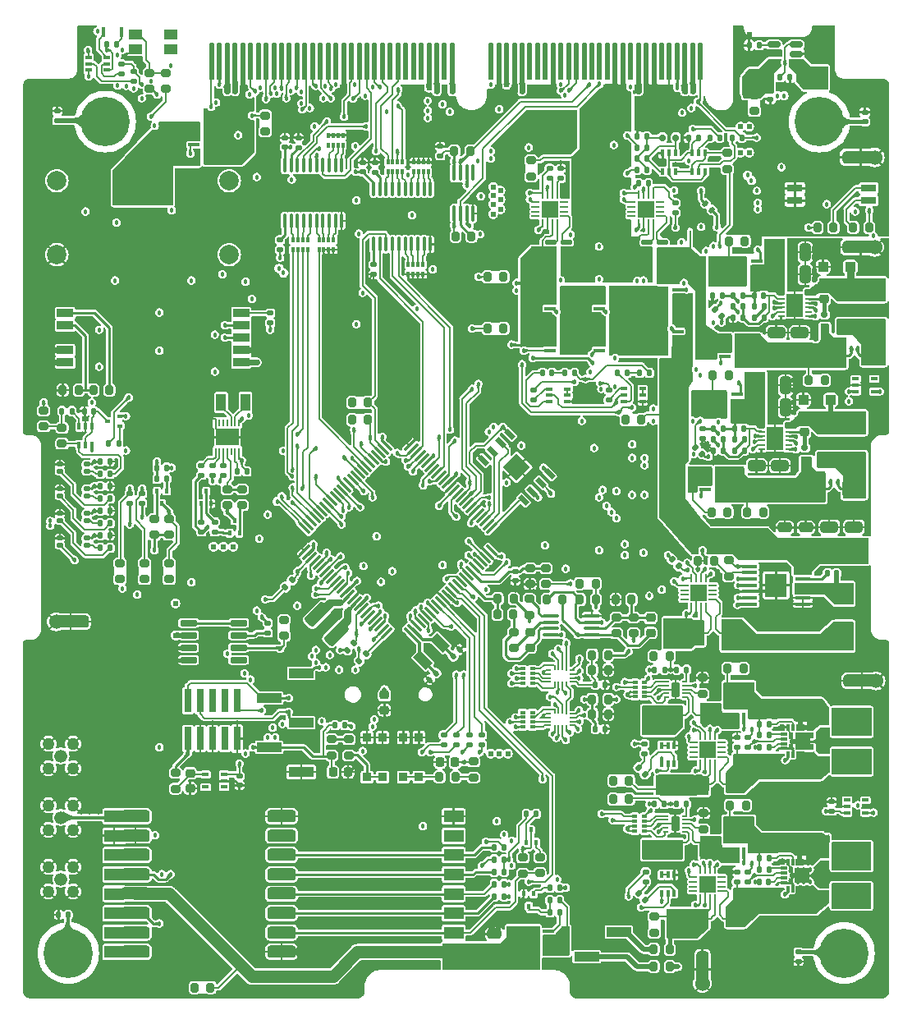
<source format=gtl>
G04 #@! TF.GenerationSoftware,KiCad,Pcbnew,7.0.1*
G04 #@! TF.CreationDate,2023-06-16T15:13:15-04:00*
G04 #@! TF.ProjectId,mainboard_pcbway,6d61696e-626f-4617-9264-5f7063627761,C*
G04 #@! TF.SameCoordinates,Original*
G04 #@! TF.FileFunction,Copper,L1,Top*
G04 #@! TF.FilePolarity,Positive*
%FSLAX46Y46*%
G04 Gerber Fmt 4.6, Leading zero omitted, Abs format (unit mm)*
G04 Created by KiCad (PCBNEW 7.0.1) date 2023-06-16 15:13:15*
%MOMM*%
%LPD*%
G01*
G04 APERTURE LIST*
G04 Aperture macros list*
%AMRoundRect*
0 Rectangle with rounded corners*
0 $1 Rounding radius*
0 $2 $3 $4 $5 $6 $7 $8 $9 X,Y pos of 4 corners*
0 Add a 4 corners polygon primitive as box body*
4,1,4,$2,$3,$4,$5,$6,$7,$8,$9,$2,$3,0*
0 Add four circle primitives for the rounded corners*
1,1,$1+$1,$2,$3*
1,1,$1+$1,$4,$5*
1,1,$1+$1,$6,$7*
1,1,$1+$1,$8,$9*
0 Add four rect primitives between the rounded corners*
20,1,$1+$1,$2,$3,$4,$5,0*
20,1,$1+$1,$4,$5,$6,$7,0*
20,1,$1+$1,$6,$7,$8,$9,0*
20,1,$1+$1,$8,$9,$2,$3,0*%
%AMRotRect*
0 Rectangle, with rotation*
0 The origin of the aperture is its center*
0 $1 length*
0 $2 width*
0 $3 Rotation angle, in degrees counterclockwise*
0 Add horizontal line*
21,1,$1,$2,0,0,$3*%
%AMFreePoly0*
4,1,12,0.105238,2.379067,0.194454,2.319454,0.254067,2.230238,0.275000,2.125000,0.275000,-1.400000,-0.275000,-1.400000,-0.275000,2.125000,-0.254067,2.230238,-0.194454,2.319454,-0.105238,2.379067,0.000000,2.400000,0.105238,2.379067,0.105238,2.379067,$1*%
G04 Aperture macros list end*
G04 #@! TA.AperFunction,SMDPad,CuDef*
%ADD10RoundRect,0.225000X0.225000X0.250000X-0.225000X0.250000X-0.225000X-0.250000X0.225000X-0.250000X0*%
G04 #@! TD*
G04 #@! TA.AperFunction,SMDPad,CuDef*
%ADD11R,0.750000X0.340000*%
G04 #@! TD*
G04 #@! TA.AperFunction,SMDPad,CuDef*
%ADD12R,0.400000X1.640000*%
G04 #@! TD*
G04 #@! TA.AperFunction,SMDPad,CuDef*
%ADD13R,1.150000X0.340000*%
G04 #@! TD*
G04 #@! TA.AperFunction,SMDPad,CuDef*
%ADD14R,0.850000X0.340000*%
G04 #@! TD*
G04 #@! TA.AperFunction,SMDPad,CuDef*
%ADD15R,1.760000X2.290000*%
G04 #@! TD*
G04 #@! TA.AperFunction,SMDPad,CuDef*
%ADD16RoundRect,0.200000X0.275000X-0.200000X0.275000X0.200000X-0.275000X0.200000X-0.275000X-0.200000X0*%
G04 #@! TD*
G04 #@! TA.AperFunction,SMDPad,CuDef*
%ADD17RoundRect,0.135000X0.135000X0.185000X-0.135000X0.185000X-0.135000X-0.185000X0.135000X-0.185000X0*%
G04 #@! TD*
G04 #@! TA.AperFunction,SMDPad,CuDef*
%ADD18RotRect,0.500000X1.100000X225.000000*%
G04 #@! TD*
G04 #@! TA.AperFunction,SMDPad,CuDef*
%ADD19RotRect,2.000000X2.000000X225.000000*%
G04 #@! TD*
G04 #@! TA.AperFunction,SMDPad,CuDef*
%ADD20RoundRect,0.150000X-0.725000X-0.150000X0.725000X-0.150000X0.725000X0.150000X-0.725000X0.150000X0*%
G04 #@! TD*
G04 #@! TA.AperFunction,SMDPad,CuDef*
%ADD21RoundRect,0.135000X0.035355X-0.226274X0.226274X-0.035355X-0.035355X0.226274X-0.226274X0.035355X0*%
G04 #@! TD*
G04 #@! TA.AperFunction,ComponentPad*
%ADD22C,2.006600*%
G04 #@! TD*
G04 #@! TA.AperFunction,SMDPad,CuDef*
%ADD23RoundRect,0.140000X-0.170000X0.140000X-0.170000X-0.140000X0.170000X-0.140000X0.170000X0.140000X0*%
G04 #@! TD*
G04 #@! TA.AperFunction,SMDPad,CuDef*
%ADD24RoundRect,0.135000X-0.135000X-0.185000X0.135000X-0.185000X0.135000X0.185000X-0.135000X0.185000X0*%
G04 #@! TD*
G04 #@! TA.AperFunction,SMDPad,CuDef*
%ADD25RoundRect,0.135000X-0.185000X0.135000X-0.185000X-0.135000X0.185000X-0.135000X0.185000X0.135000X0*%
G04 #@! TD*
G04 #@! TA.AperFunction,SMDPad,CuDef*
%ADD26RoundRect,0.250000X1.025305X0.494975X0.494975X1.025305X-1.025305X-0.494975X-0.494975X-1.025305X0*%
G04 #@! TD*
G04 #@! TA.AperFunction,SMDPad,CuDef*
%ADD27RoundRect,0.140000X0.021213X-0.219203X0.219203X-0.021213X-0.021213X0.219203X-0.219203X0.021213X0*%
G04 #@! TD*
G04 #@! TA.AperFunction,SMDPad,CuDef*
%ADD28RotRect,1.000000X1.800000X225.000000*%
G04 #@! TD*
G04 #@! TA.AperFunction,SMDPad,CuDef*
%ADD29RoundRect,0.140000X-0.021213X0.219203X-0.219203X0.021213X0.021213X-0.219203X0.219203X-0.021213X0*%
G04 #@! TD*
G04 #@! TA.AperFunction,SMDPad,CuDef*
%ADD30RoundRect,0.287500X-0.287500X-1.112500X0.287500X-1.112500X0.287500X1.112500X-0.287500X1.112500X0*%
G04 #@! TD*
G04 #@! TA.AperFunction,SMDPad,CuDef*
%ADD31RoundRect,0.287500X0.287500X1.112500X-0.287500X1.112500X-0.287500X-1.112500X0.287500X-1.112500X0*%
G04 #@! TD*
G04 #@! TA.AperFunction,SMDPad,CuDef*
%ADD32RoundRect,0.112500X-0.462500X-0.112500X0.462500X-0.112500X0.462500X0.112500X-0.462500X0.112500X0*%
G04 #@! TD*
G04 #@! TA.AperFunction,SMDPad,CuDef*
%ADD33RoundRect,0.112500X0.462500X0.112500X-0.462500X0.112500X-0.462500X-0.112500X0.462500X-0.112500X0*%
G04 #@! TD*
G04 #@! TA.AperFunction,SMDPad,CuDef*
%ADD34R,2.000000X1.300000*%
G04 #@! TD*
G04 #@! TA.AperFunction,SMDPad,CuDef*
%ADD35R,5.699999X4.800001*%
G04 #@! TD*
G04 #@! TA.AperFunction,SMDPad,CuDef*
%ADD36R,0.900000X0.900000*%
G04 #@! TD*
G04 #@! TA.AperFunction,SMDPad,CuDef*
%ADD37RoundRect,0.250000X-0.475000X0.250000X-0.475000X-0.250000X0.475000X-0.250000X0.475000X0.250000X0*%
G04 #@! TD*
G04 #@! TA.AperFunction,SMDPad,CuDef*
%ADD38RoundRect,0.140000X-0.219203X-0.021213X-0.021213X-0.219203X0.219203X0.021213X0.021213X0.219203X0*%
G04 #@! TD*
G04 #@! TA.AperFunction,SMDPad,CuDef*
%ADD39RoundRect,0.250000X0.475000X-0.250000X0.475000X0.250000X-0.475000X0.250000X-0.475000X-0.250000X0*%
G04 #@! TD*
G04 #@! TA.AperFunction,SMDPad,CuDef*
%ADD40RoundRect,0.140000X0.140000X0.170000X-0.140000X0.170000X-0.140000X-0.170000X0.140000X-0.170000X0*%
G04 #@! TD*
G04 #@! TA.AperFunction,SMDPad,CuDef*
%ADD41RoundRect,0.250000X0.650000X-0.325000X0.650000X0.325000X-0.650000X0.325000X-0.650000X-0.325000X0*%
G04 #@! TD*
G04 #@! TA.AperFunction,SMDPad,CuDef*
%ADD42RoundRect,0.140000X0.170000X-0.140000X0.170000X0.140000X-0.170000X0.140000X-0.170000X-0.140000X0*%
G04 #@! TD*
G04 #@! TA.AperFunction,SMDPad,CuDef*
%ADD43RoundRect,0.140000X-0.140000X-0.170000X0.140000X-0.170000X0.140000X0.170000X-0.140000X0.170000X0*%
G04 #@! TD*
G04 #@! TA.AperFunction,SMDPad,CuDef*
%ADD44R,0.370000X1.000000*%
G04 #@! TD*
G04 #@! TA.AperFunction,SMDPad,CuDef*
%ADD45FreePoly0,0.000000*%
G04 #@! TD*
G04 #@! TA.AperFunction,SMDPad,CuDef*
%ADD46R,1.400000X1.050000*%
G04 #@! TD*
G04 #@! TA.AperFunction,SMDPad,CuDef*
%ADD47RoundRect,0.150000X0.512500X0.150000X-0.512500X0.150000X-0.512500X-0.150000X0.512500X-0.150000X0*%
G04 #@! TD*
G04 #@! TA.AperFunction,SMDPad,CuDef*
%ADD48RoundRect,0.225000X-0.250000X0.225000X-0.250000X-0.225000X0.250000X-0.225000X0.250000X0.225000X0*%
G04 #@! TD*
G04 #@! TA.AperFunction,SMDPad,CuDef*
%ADD49R,1.600000X1.900000*%
G04 #@! TD*
G04 #@! TA.AperFunction,SMDPad,CuDef*
%ADD50RoundRect,0.002500X-0.297500X-0.122500X0.297500X-0.122500X0.297500X0.122500X-0.297500X0.122500X0*%
G04 #@! TD*
G04 #@! TA.AperFunction,SMDPad,CuDef*
%ADD51RoundRect,0.002500X-0.122500X-0.297500X0.122500X-0.297500X0.122500X0.297500X-0.122500X0.297500X0*%
G04 #@! TD*
G04 #@! TA.AperFunction,SMDPad,CuDef*
%ADD52RoundRect,0.014000X-0.411000X-0.336000X0.411000X-0.336000X0.411000X0.336000X-0.411000X0.336000X0*%
G04 #@! TD*
G04 #@! TA.AperFunction,SMDPad,CuDef*
%ADD53RoundRect,0.003500X-0.721500X-0.171500X0.721500X-0.171500X0.721500X0.171500X-0.721500X0.171500X0*%
G04 #@! TD*
G04 #@! TA.AperFunction,SMDPad,CuDef*
%ADD54RoundRect,0.003500X-0.896500X-0.171500X0.896500X-0.171500X0.896500X0.171500X-0.896500X0.171500X0*%
G04 #@! TD*
G04 #@! TA.AperFunction,SMDPad,CuDef*
%ADD55RoundRect,0.075000X0.521491X-0.415425X-0.415425X0.521491X-0.521491X0.415425X0.415425X-0.521491X0*%
G04 #@! TD*
G04 #@! TA.AperFunction,SMDPad,CuDef*
%ADD56RoundRect,0.075000X0.521491X0.415425X0.415425X0.521491X-0.521491X-0.415425X-0.415425X-0.521491X0*%
G04 #@! TD*
G04 #@! TA.AperFunction,SMDPad,CuDef*
%ADD57RoundRect,0.225000X0.250000X-0.225000X0.250000X0.225000X-0.250000X0.225000X-0.250000X-0.225000X0*%
G04 #@! TD*
G04 #@! TA.AperFunction,SMDPad,CuDef*
%ADD58RoundRect,0.200000X-0.200000X-0.275000X0.200000X-0.275000X0.200000X0.275000X-0.200000X0.275000X0*%
G04 #@! TD*
G04 #@! TA.AperFunction,SMDPad,CuDef*
%ADD59RoundRect,0.250000X-0.325000X-0.650000X0.325000X-0.650000X0.325000X0.650000X-0.325000X0.650000X0*%
G04 #@! TD*
G04 #@! TA.AperFunction,SMDPad,CuDef*
%ADD60R,4.700000X1.180000*%
G04 #@! TD*
G04 #@! TA.AperFunction,ComponentPad*
%ADD61C,1.334000*%
G04 #@! TD*
G04 #@! TA.AperFunction,ComponentPad*
%ADD62C,1.268000*%
G04 #@! TD*
G04 #@! TA.AperFunction,SMDPad,CuDef*
%ADD63RoundRect,0.135000X0.185000X-0.135000X0.185000X0.135000X-0.185000X0.135000X-0.185000X-0.135000X0*%
G04 #@! TD*
G04 #@! TA.AperFunction,SMDPad,CuDef*
%ADD64RoundRect,0.125000X-0.187500X-0.125000X0.187500X-0.125000X0.187500X0.125000X-0.187500X0.125000X0*%
G04 #@! TD*
G04 #@! TA.AperFunction,ComponentPad*
%ADD65C,1.524000*%
G04 #@! TD*
G04 #@! TA.AperFunction,SMDPad,CuDef*
%ADD66RoundRect,0.317500X-1.587500X-0.317500X1.587500X-0.317500X1.587500X0.317500X-1.587500X0.317500X0*%
G04 #@! TD*
G04 #@! TA.AperFunction,SMDPad,CuDef*
%ADD67R,0.225000X0.612000*%
G04 #@! TD*
G04 #@! TA.AperFunction,SMDPad,CuDef*
%ADD68R,0.225000X0.513500*%
G04 #@! TD*
G04 #@! TA.AperFunction,SMDPad,CuDef*
%ADD69R,0.513000X0.225000*%
G04 #@! TD*
G04 #@! TA.AperFunction,SMDPad,CuDef*
%ADD70R,2.510000X1.000000*%
G04 #@! TD*
G04 #@! TA.AperFunction,SMDPad,CuDef*
%ADD71R,0.400000X0.510000*%
G04 #@! TD*
G04 #@! TA.AperFunction,SMDPad,CuDef*
%ADD72RoundRect,0.200000X-0.275000X0.200000X-0.275000X-0.200000X0.275000X-0.200000X0.275000X0.200000X0*%
G04 #@! TD*
G04 #@! TA.AperFunction,SMDPad,CuDef*
%ADD73RoundRect,0.150000X0.200000X-0.150000X0.200000X0.150000X-0.200000X0.150000X-0.200000X-0.150000X0*%
G04 #@! TD*
G04 #@! TA.AperFunction,SMDPad,CuDef*
%ADD74R,0.250000X0.700000*%
G04 #@! TD*
G04 #@! TA.AperFunction,SMDPad,CuDef*
%ADD75R,2.350000X1.780000*%
G04 #@! TD*
G04 #@! TA.AperFunction,SMDPad,CuDef*
%ADD76RoundRect,0.200000X0.200000X0.275000X-0.200000X0.275000X-0.200000X-0.275000X0.200000X-0.275000X0*%
G04 #@! TD*
G04 #@! TA.AperFunction,SMDPad,CuDef*
%ADD77R,0.340000X0.750000*%
G04 #@! TD*
G04 #@! TA.AperFunction,SMDPad,CuDef*
%ADD78R,1.640000X0.400000*%
G04 #@! TD*
G04 #@! TA.AperFunction,SMDPad,CuDef*
%ADD79R,0.340000X1.150000*%
G04 #@! TD*
G04 #@! TA.AperFunction,SMDPad,CuDef*
%ADD80R,0.340000X0.850000*%
G04 #@! TD*
G04 #@! TA.AperFunction,SMDPad,CuDef*
%ADD81R,2.290000X1.760000*%
G04 #@! TD*
G04 #@! TA.AperFunction,SMDPad,CuDef*
%ADD82RoundRect,0.317500X1.157500X0.317500X-1.157500X0.317500X-1.157500X-0.317500X1.157500X-0.317500X0*%
G04 #@! TD*
G04 #@! TA.AperFunction,SMDPad,CuDef*
%ADD83R,0.700000X0.250000*%
G04 #@! TD*
G04 #@! TA.AperFunction,SMDPad,CuDef*
%ADD84R,1.660000X2.380000*%
G04 #@! TD*
G04 #@! TA.AperFunction,SMDPad,CuDef*
%ADD85RoundRect,0.147500X0.226274X0.017678X0.017678X0.226274X-0.226274X-0.017678X-0.017678X-0.226274X0*%
G04 #@! TD*
G04 #@! TA.AperFunction,SMDPad,CuDef*
%ADD86RoundRect,0.062500X-0.062500X0.350000X-0.062500X-0.350000X0.062500X-0.350000X0.062500X0.350000X0*%
G04 #@! TD*
G04 #@! TA.AperFunction,SMDPad,CuDef*
%ADD87RoundRect,0.062500X-0.350000X0.062500X-0.350000X-0.062500X0.350000X-0.062500X0.350000X0.062500X0*%
G04 #@! TD*
G04 #@! TA.AperFunction,SMDPad,CuDef*
%ADD88R,1.680000X1.680000*%
G04 #@! TD*
G04 #@! TA.AperFunction,SMDPad,CuDef*
%ADD89RoundRect,0.225000X-0.225000X-0.250000X0.225000X-0.250000X0.225000X0.250000X-0.225000X0.250000X0*%
G04 #@! TD*
G04 #@! TA.AperFunction,SMDPad,CuDef*
%ADD90R,1.651000X0.914400*%
G04 #@! TD*
G04 #@! TA.AperFunction,SMDPad,CuDef*
%ADD91R,0.400000X0.500000*%
G04 #@! TD*
G04 #@! TA.AperFunction,SMDPad,CuDef*
%ADD92R,0.300000X0.500000*%
G04 #@! TD*
G04 #@! TA.AperFunction,SMDPad,CuDef*
%ADD93R,0.400000X0.650000*%
G04 #@! TD*
G04 #@! TA.AperFunction,SMDPad,CuDef*
%ADD94RoundRect,0.147500X-0.147500X-0.172500X0.147500X-0.172500X0.147500X0.172500X-0.147500X0.172500X0*%
G04 #@! TD*
G04 #@! TA.AperFunction,SMDPad,CuDef*
%ADD95R,0.500000X0.400000*%
G04 #@! TD*
G04 #@! TA.AperFunction,SMDPad,CuDef*
%ADD96R,0.500000X0.300000*%
G04 #@! TD*
G04 #@! TA.AperFunction,SMDPad,CuDef*
%ADD97R,0.650000X0.400000*%
G04 #@! TD*
G04 #@! TA.AperFunction,SMDPad,CuDef*
%ADD98R,0.740000X2.400000*%
G04 #@! TD*
G04 #@! TA.AperFunction,SMDPad,CuDef*
%ADD99RoundRect,0.100000X0.100000X-0.637500X0.100000X0.637500X-0.100000X0.637500X-0.100000X-0.637500X0*%
G04 #@! TD*
G04 #@! TA.AperFunction,ComponentPad*
%ADD100C,5.080000*%
G04 #@! TD*
G04 #@! TA.AperFunction,SMDPad,CuDef*
%ADD101RoundRect,0.317500X-0.317500X1.587500X-0.317500X-1.587500X0.317500X-1.587500X0.317500X1.587500X0*%
G04 #@! TD*
G04 #@! TA.AperFunction,SMDPad,CuDef*
%ADD102RoundRect,0.250000X0.312500X0.625000X-0.312500X0.625000X-0.312500X-0.625000X0.312500X-0.625000X0*%
G04 #@! TD*
G04 #@! TA.AperFunction,SMDPad,CuDef*
%ADD103RoundRect,0.250000X0.300000X0.300000X-0.300000X0.300000X-0.300000X-0.300000X0.300000X-0.300000X0*%
G04 #@! TD*
G04 #@! TA.AperFunction,SMDPad,CuDef*
%ADD104R,0.510000X0.400000*%
G04 #@! TD*
G04 #@! TA.AperFunction,SMDPad,CuDef*
%ADD105RoundRect,0.100000X0.712500X0.100000X-0.712500X0.100000X-0.712500X-0.100000X0.712500X-0.100000X0*%
G04 #@! TD*
G04 #@! TA.AperFunction,SMDPad,CuDef*
%ADD106R,1.600000X0.760000*%
G04 #@! TD*
G04 #@! TA.AperFunction,SMDPad,CuDef*
%ADD107RoundRect,0.250000X-0.312500X-0.625000X0.312500X-0.625000X0.312500X0.625000X-0.312500X0.625000X0*%
G04 #@! TD*
G04 #@! TA.AperFunction,SMDPad,CuDef*
%ADD108RoundRect,0.150000X-0.150000X-0.200000X0.150000X-0.200000X0.150000X0.200000X-0.150000X0.200000X0*%
G04 #@! TD*
G04 #@! TA.AperFunction,SMDPad,CuDef*
%ADD109RoundRect,0.317500X1.587500X0.317500X-1.587500X0.317500X-1.587500X-0.317500X1.587500X-0.317500X0*%
G04 #@! TD*
G04 #@! TA.AperFunction,SMDPad,CuDef*
%ADD110RoundRect,0.135000X-0.035355X0.226274X-0.226274X0.035355X0.035355X-0.226274X0.226274X-0.035355X0*%
G04 #@! TD*
G04 #@! TA.AperFunction,SMDPad,CuDef*
%ADD111RoundRect,0.050000X0.200000X0.050000X-0.200000X0.050000X-0.200000X-0.050000X0.200000X-0.050000X0*%
G04 #@! TD*
G04 #@! TA.AperFunction,SMDPad,CuDef*
%ADD112RoundRect,0.225000X0.225000X0.525000X-0.225000X0.525000X-0.225000X-0.525000X0.225000X-0.525000X0*%
G04 #@! TD*
G04 #@! TA.AperFunction,SMDPad,CuDef*
%ADD113R,1.600200X0.304800*%
G04 #@! TD*
G04 #@! TA.AperFunction,SMDPad,CuDef*
%ADD114R,2.310000X2.460000*%
G04 #@! TD*
G04 #@! TA.AperFunction,SMDPad,CuDef*
%ADD115RoundRect,0.100000X0.100000X-0.712500X0.100000X0.712500X-0.100000X0.712500X-0.100000X-0.712500X0*%
G04 #@! TD*
G04 #@! TA.AperFunction,SMDPad,CuDef*
%ADD116R,1.000000X1.800000*%
G04 #@! TD*
G04 #@! TA.AperFunction,ViaPad*
%ADD117C,0.457200*%
G04 #@! TD*
G04 #@! TA.AperFunction,ViaPad*
%ADD118C,0.609600*%
G04 #@! TD*
G04 #@! TA.AperFunction,ViaPad*
%ADD119C,0.508000*%
G04 #@! TD*
G04 #@! TA.AperFunction,Conductor*
%ADD120C,0.152400*%
G04 #@! TD*
G04 #@! TA.AperFunction,Conductor*
%ADD121C,0.254000*%
G04 #@! TD*
G04 #@! TA.AperFunction,Conductor*
%ADD122C,0.203200*%
G04 #@! TD*
G04 #@! TA.AperFunction,Conductor*
%ADD123C,0.304800*%
G04 #@! TD*
G04 #@! TA.AperFunction,Conductor*
%ADD124C,0.609600*%
G04 #@! TD*
G04 #@! TA.AperFunction,Conductor*
%ADD125C,0.508000*%
G04 #@! TD*
G04 #@! TA.AperFunction,Conductor*
%ADD126C,0.457200*%
G04 #@! TD*
G04 #@! TA.AperFunction,Conductor*
%ADD127C,0.293370*%
G04 #@! TD*
G04 #@! TA.AperFunction,Conductor*
%ADD128C,0.337947*%
G04 #@! TD*
G04 #@! TA.AperFunction,Conductor*
%ADD129C,0.140970*%
G04 #@! TD*
G04 #@! TA.AperFunction,Conductor*
%ADD130C,0.381000*%
G04 #@! TD*
G04 #@! TA.AperFunction,Conductor*
%ADD131C,0.300000*%
G04 #@! TD*
G04 #@! TA.AperFunction,Conductor*
%ADD132C,1.270000*%
G04 #@! TD*
G04 #@! TA.AperFunction,Conductor*
%ADD133C,0.330200*%
G04 #@! TD*
G04 #@! TA.AperFunction,Conductor*
%ADD134C,0.762000*%
G04 #@! TD*
G04 APERTURE END LIST*
D10*
X84722000Y-128651000D03*
X83172000Y-128651000D03*
D11*
X68633000Y-62017000D03*
D12*
X69208000Y-62667000D03*
D11*
X68633000Y-62667000D03*
X68633000Y-63317000D03*
D13*
X68833000Y-63967000D03*
D14*
X72033000Y-62017000D03*
X72033000Y-62657000D03*
D15*
X70728000Y-62992000D03*
D14*
X72033000Y-63317000D03*
X72033000Y-63967000D03*
D16*
X103505000Y-109285000D03*
X103505000Y-107635000D03*
D17*
X84431600Y-123825000D03*
X83411600Y-123825000D03*
D18*
X101424670Y-93833456D03*
X100526644Y-94731482D03*
X99628619Y-95629507D03*
X98730593Y-96527533D03*
X102831812Y-100628752D03*
X103729838Y-99730726D03*
X104627863Y-98832701D03*
X105525889Y-97934675D03*
D19*
X102128241Y-97231104D03*
D20*
X68291000Y-113284000D03*
X68291000Y-114554000D03*
X68291000Y-115824000D03*
X68291000Y-117094000D03*
X73441000Y-117094000D03*
X73441000Y-115824000D03*
X73441000Y-114554000D03*
X73441000Y-113284000D03*
D21*
X84632978Y-116096220D03*
X85354226Y-115374972D03*
D22*
X72478900Y-67691000D03*
X72478900Y-75311000D03*
X62318900Y-67691000D03*
X54698900Y-75311000D03*
X54698900Y-67691000D03*
D23*
X101981000Y-107975001D03*
X101981000Y-108935001D03*
D24*
X99820000Y-137668000D03*
X100840000Y-137668000D03*
D25*
X76454000Y-113282000D03*
X76454000Y-114302000D03*
D26*
X83539949Y-114400949D03*
X81560051Y-112421051D03*
D27*
X95566421Y-116694843D03*
X96245243Y-116016021D03*
D28*
X92455506Y-117111682D03*
X94223272Y-115343916D03*
D29*
X93806433Y-118454832D03*
X93127611Y-119133654D03*
D16*
X105156000Y-109283000D03*
X105156000Y-107633000D03*
D30*
X105684000Y-76024000D03*
D31*
X107234000Y-76024000D03*
D32*
X105684000Y-74049000D03*
D33*
X107234000Y-74049000D03*
D34*
X60632000Y-133216000D03*
X60632000Y-135216000D03*
X60632000Y-137216000D03*
X60632000Y-139216000D03*
X60632000Y-141216000D03*
X60632000Y-143216000D03*
X60632000Y-145216000D03*
X60632000Y-147216000D03*
X95632000Y-147216000D03*
X95632000Y-145216000D03*
X95632000Y-143216000D03*
X95632000Y-141216000D03*
X95632000Y-139216000D03*
X95632000Y-137216000D03*
X95632000Y-135216000D03*
X95632000Y-133216000D03*
D35*
X72199500Y-138466000D03*
D36*
X88296000Y-129185000D03*
X86696000Y-129185000D03*
X88296000Y-125085000D03*
X86696000Y-125085000D03*
D37*
X99822000Y-145354000D03*
X99822000Y-147254000D03*
D38*
X121580589Y-70018589D03*
X122259411Y-70697411D03*
D39*
X126619000Y-57084000D03*
X126619000Y-55184000D03*
D23*
X128270000Y-58321000D03*
X128270000Y-59281000D03*
D40*
X131290000Y-57023000D03*
X130330000Y-57023000D03*
D41*
X133223000Y-56720000D03*
X133223000Y-53770000D03*
D23*
X54737000Y-60508000D03*
X54737000Y-61468000D03*
X138049000Y-60635000D03*
X138049000Y-61595000D03*
D42*
X131191000Y-148181000D03*
X131191000Y-147221000D03*
D43*
X54892000Y-143383000D03*
X55852000Y-143383000D03*
D44*
X59522000Y-52324000D03*
X61382000Y-52324000D03*
D45*
X70683811Y-55837160D03*
X71483811Y-55837160D03*
X72283811Y-55837160D03*
X73083811Y-55837160D03*
X73883811Y-55837160D03*
X74683811Y-55837160D03*
X75483811Y-55837160D03*
X76283811Y-55837160D03*
X77083811Y-55837160D03*
X77883811Y-55837160D03*
X78683811Y-55837160D03*
X79483811Y-55837160D03*
X80283811Y-55837160D03*
X81083811Y-55837160D03*
X81883811Y-55837160D03*
X82683811Y-55837160D03*
X83483811Y-55837160D03*
X84283811Y-55837160D03*
X85083811Y-55837160D03*
X85883811Y-55837160D03*
X86683811Y-55837160D03*
X87483811Y-55837160D03*
X88283811Y-55837160D03*
X89083811Y-55837160D03*
X89883811Y-55837160D03*
X90683811Y-55837160D03*
X91483811Y-55837160D03*
X92283811Y-55837160D03*
X93083811Y-55837160D03*
X93883811Y-55837160D03*
X94683811Y-55837160D03*
X95483811Y-55837160D03*
X99483811Y-55837160D03*
X100283811Y-55837160D03*
X101083811Y-55837160D03*
X101883811Y-55837160D03*
X102683811Y-55837160D03*
X103483811Y-55837160D03*
X104283811Y-55837160D03*
X105083811Y-55837160D03*
X105883811Y-55837160D03*
X106683811Y-55837160D03*
X107483811Y-55837160D03*
X108283811Y-55837160D03*
X109083811Y-55837160D03*
X109883811Y-55837160D03*
X110683811Y-55837160D03*
X111483811Y-55837160D03*
X112283811Y-55837160D03*
X113083811Y-55837160D03*
X113883811Y-55837160D03*
X114683811Y-55837160D03*
X115483811Y-55837160D03*
X116283811Y-55837160D03*
X117083811Y-55837160D03*
X117883811Y-55837160D03*
X118683811Y-55837160D03*
X119483811Y-55837160D03*
X120283811Y-55837160D03*
X121083811Y-55837160D03*
D24*
X128268000Y-57023000D03*
X129288000Y-57023000D03*
X59815000Y-53594000D03*
X60835000Y-53594000D03*
D16*
X65913000Y-58229000D03*
X65913000Y-56579000D03*
D46*
X66443000Y-52649172D03*
X66443000Y-54099172D03*
X62843000Y-52649172D03*
X62843000Y-54099172D03*
D47*
X130931500Y-55560000D03*
X130931500Y-54610000D03*
X130931500Y-53660000D03*
X128656500Y-53660000D03*
X128656500Y-55560000D03*
D17*
X127129000Y-53721000D03*
X126109000Y-53721000D03*
D39*
X129818602Y-121981000D03*
X129818602Y-120081000D03*
X131850602Y-121981000D03*
X131850602Y-120081000D03*
D48*
X133664000Y-123201000D03*
X133664000Y-124751000D03*
D37*
X129914000Y-128526000D03*
X129914000Y-130426000D03*
X131914000Y-128526000D03*
X131914000Y-130426000D03*
X127914000Y-128526000D03*
X127914000Y-130426000D03*
D43*
X127179602Y-126111000D03*
X128139602Y-126111000D03*
D49*
X137414000Y-123426000D03*
X137414000Y-127526000D03*
D50*
X129684602Y-124726000D03*
X129684602Y-125226000D03*
X129684602Y-125726000D03*
X129684602Y-126226000D03*
D51*
X130109602Y-126876000D03*
X130609602Y-126876000D03*
D52*
X131359602Y-126876000D03*
D53*
X131609602Y-125976000D03*
D54*
X131434602Y-125476000D03*
D53*
X131609602Y-124976000D03*
D52*
X131359602Y-124076000D03*
D51*
X130609602Y-124076000D03*
X130109602Y-124076000D03*
D55*
X91091565Y-114308846D03*
X91445118Y-113955293D03*
X91798672Y-113601740D03*
X92152225Y-113248186D03*
X92505779Y-112894633D03*
X92859332Y-112541079D03*
X93212885Y-112187526D03*
X93566439Y-111833973D03*
X93919992Y-111480419D03*
X94273546Y-111126866D03*
X94627099Y-110773312D03*
X94980652Y-110419759D03*
X95334206Y-110066206D03*
X95687759Y-109712652D03*
X96041312Y-109359099D03*
X96394866Y-109005546D03*
X96748419Y-108651992D03*
X97101973Y-108298439D03*
X97455526Y-107944885D03*
X97809079Y-107591332D03*
X98162633Y-107237779D03*
X98516186Y-106884225D03*
X98869740Y-106530672D03*
X99223293Y-106177118D03*
X99576846Y-105823565D03*
D56*
X99576846Y-103472435D03*
X99223293Y-103118882D03*
X98869740Y-102765328D03*
X98516186Y-102411775D03*
X98162633Y-102058221D03*
X97809079Y-101704668D03*
X97455526Y-101351115D03*
X97101973Y-100997561D03*
X96748419Y-100644008D03*
X96394866Y-100290454D03*
X96041312Y-99936901D03*
X95687759Y-99583348D03*
X95334206Y-99229794D03*
X94980652Y-98876241D03*
X94627099Y-98522688D03*
X94273546Y-98169134D03*
X93919992Y-97815581D03*
X93566439Y-97462027D03*
X93212885Y-97108474D03*
X92859332Y-96754921D03*
X92505779Y-96401367D03*
X92152225Y-96047814D03*
X91798672Y-95694260D03*
X91445118Y-95340707D03*
X91091565Y-94987154D03*
D55*
X88740435Y-94987154D03*
X88386882Y-95340707D03*
X88033328Y-95694260D03*
X87679775Y-96047814D03*
X87326221Y-96401367D03*
X86972668Y-96754921D03*
X86619115Y-97108474D03*
X86265561Y-97462027D03*
X85912008Y-97815581D03*
X85558454Y-98169134D03*
X85204901Y-98522688D03*
X84851348Y-98876241D03*
X84497794Y-99229794D03*
X84144241Y-99583348D03*
X83790688Y-99936901D03*
X83437134Y-100290454D03*
X83083581Y-100644008D03*
X82730027Y-100997561D03*
X82376474Y-101351115D03*
X82022921Y-101704668D03*
X81669367Y-102058221D03*
X81315814Y-102411775D03*
X80962260Y-102765328D03*
X80608707Y-103118882D03*
X80255154Y-103472435D03*
D56*
X80255154Y-105823565D03*
X80608707Y-106177118D03*
X80962260Y-106530672D03*
X81315814Y-106884225D03*
X81669367Y-107237779D03*
X82022921Y-107591332D03*
X82376474Y-107944885D03*
X82730027Y-108298439D03*
X83083581Y-108651992D03*
X83437134Y-109005546D03*
X83790688Y-109359099D03*
X84144241Y-109712652D03*
X84497794Y-110066206D03*
X84851348Y-110419759D03*
X85204901Y-110773312D03*
X85558454Y-111126866D03*
X85912008Y-111480419D03*
X86265561Y-111833973D03*
X86619115Y-112187526D03*
X86972668Y-112541079D03*
X87326221Y-112894633D03*
X87679775Y-113248186D03*
X88033328Y-113601740D03*
X88386882Y-113955293D03*
X88740435Y-114308846D03*
D25*
X70739000Y-97026000D03*
X70739000Y-98046000D03*
D11*
X125031000Y-91653000D03*
D12*
X124456000Y-91003000D03*
D11*
X125031000Y-91003000D03*
X125031000Y-90353000D03*
D13*
X124831000Y-89703000D03*
D14*
X121631000Y-91653000D03*
X121631000Y-91013000D03*
D15*
X122936000Y-90678000D03*
D14*
X121631000Y-90353000D03*
X121631000Y-89703000D03*
D57*
X133639398Y-141590000D03*
X133639398Y-140040000D03*
D11*
X105347000Y-83226001D03*
D12*
X105922000Y-83876001D03*
D11*
X105347000Y-83876001D03*
X105347000Y-84526001D03*
D13*
X105547000Y-85176001D03*
D14*
X108747000Y-83226001D03*
X108747000Y-83866001D03*
D15*
X107442000Y-84201001D03*
D14*
X108747000Y-84526001D03*
X108747000Y-85176001D03*
D58*
X109919000Y-122682000D03*
X111569000Y-122682000D03*
D37*
X127889398Y-142365000D03*
X127889398Y-144265000D03*
D59*
X126922000Y-91059000D03*
X129872000Y-91059000D03*
D60*
X137668000Y-82681000D03*
X137668000Y-79371000D03*
D61*
X55118000Y-139700000D03*
D62*
X53848000Y-140970000D03*
X56388000Y-140970000D03*
X53848000Y-138430000D03*
X56388000Y-138430000D03*
D17*
X125351000Y-63246000D03*
X124331000Y-63246000D03*
D63*
X77724000Y-74805000D03*
X77724000Y-73785000D03*
D23*
X73533000Y-129075000D03*
X73533000Y-130035000D03*
D64*
X55000500Y-99472000D03*
X55000500Y-100172000D03*
X57775500Y-100172000D03*
X57775500Y-99472000D03*
D25*
X71882000Y-97026000D03*
X71882000Y-98046000D03*
D65*
X139192000Y-119253000D03*
D66*
X137744200Y-119253000D03*
D67*
X107250000Y-117956000D03*
D68*
X106850000Y-117906750D03*
X106450000Y-117906750D03*
X106050000Y-117906750D03*
D69*
X105406500Y-118150000D03*
X105406500Y-118550000D03*
X105406500Y-118950000D03*
X105406500Y-119350000D03*
D68*
X106050000Y-119593250D03*
X106450000Y-119593250D03*
X106850000Y-119593250D03*
X107250000Y-119593250D03*
D69*
X107893500Y-119350000D03*
X107893500Y-118950000D03*
X107893500Y-118550000D03*
X107893500Y-118150000D03*
D63*
X118491000Y-70995000D03*
X118491000Y-69975000D03*
D70*
X79905000Y-118491000D03*
X76595000Y-121031000D03*
X79905000Y-123571000D03*
X76595000Y-126111000D03*
X79905000Y-128651000D03*
D58*
X94171000Y-129159000D03*
X95821000Y-129159000D03*
X133160000Y-72517000D03*
X134810000Y-72517000D03*
X125921000Y-101854000D03*
X127571000Y-101854000D03*
D24*
X127125000Y-138680000D03*
X128145000Y-138680000D03*
D17*
X106555000Y-143129000D03*
X105535000Y-143129000D03*
D71*
X72524998Y-104023000D03*
X73524998Y-104023000D03*
X73024998Y-102733000D03*
D63*
X76708000Y-82360999D03*
X76708000Y-81340999D03*
D72*
X53340000Y-91377000D03*
X53340000Y-93027000D03*
D49*
X135890000Y-114445000D03*
X135890000Y-110345000D03*
D73*
X131826000Y-95185000D03*
X131826000Y-96585000D03*
D17*
X66042000Y-98425001D03*
X65022000Y-98425001D03*
D43*
X59210000Y-104267000D03*
X60170000Y-104267000D03*
D16*
X121412000Y-134552000D03*
X121412000Y-132902000D03*
D43*
X127155000Y-139950000D03*
X128115000Y-139950000D03*
D74*
X73485000Y-92650000D03*
X73085000Y-92650000D03*
X72685000Y-92650000D03*
X72285000Y-92650000D03*
X71885000Y-92650000D03*
X71485000Y-92650000D03*
X71085000Y-92650000D03*
X71085000Y-95600000D03*
X71485000Y-95600000D03*
X71885000Y-95600000D03*
X72285000Y-95600000D03*
X72685000Y-95600000D03*
X73085000Y-95600000D03*
X73485000Y-95600000D03*
D75*
X72285000Y-94125000D03*
D58*
X99124000Y-77597000D03*
X100774000Y-77597000D03*
D25*
X106680000Y-66419000D03*
X106680000Y-67439000D03*
D76*
X113728000Y-129540000D03*
X112078000Y-129540000D03*
D64*
X55000500Y-96932000D03*
X55000500Y-97632000D03*
X57775500Y-97632000D03*
X57775500Y-96932000D03*
D77*
X123636602Y-123380001D03*
D78*
X124286602Y-122805001D03*
D77*
X124286602Y-123380001D03*
X124936602Y-123380001D03*
D79*
X125586602Y-123180001D03*
D80*
X123636602Y-119980001D03*
X124276602Y-119980001D03*
D81*
X124611602Y-121285001D03*
D80*
X124936602Y-119980001D03*
X125586602Y-119980001D03*
D82*
X77883000Y-147208000D03*
X77883000Y-145208000D03*
X77883000Y-143208000D03*
X77883000Y-141208000D03*
X77883000Y-139208000D03*
X77883000Y-137208000D03*
X77883000Y-135208000D03*
X77883000Y-133208000D03*
X62833000Y-133208000D03*
X62833000Y-135208000D03*
X62833000Y-137208000D03*
X62833000Y-139208000D03*
X62833000Y-141208000D03*
X62833000Y-143208000D03*
X62833000Y-145208000D03*
X62833000Y-147208000D03*
D83*
X129410000Y-79393000D03*
X129410000Y-79843000D03*
X129410000Y-80293000D03*
X129410000Y-80743000D03*
X129410000Y-81193000D03*
X129410000Y-81643000D03*
X132210000Y-81643000D03*
X132210000Y-81193000D03*
X132210000Y-80743000D03*
X132210000Y-80293000D03*
X132210000Y-79843000D03*
X132210000Y-79393000D03*
D84*
X130810000Y-80518000D03*
D25*
X79629000Y-63244000D03*
X79629000Y-64264000D03*
D72*
X123990000Y-106820000D03*
X123990000Y-108470000D03*
D85*
X121246947Y-95846947D03*
X120561053Y-95161053D03*
D17*
X74297000Y-97663000D03*
X73277000Y-97663000D03*
X123446000Y-93218000D03*
X122426000Y-93218000D03*
D43*
X59210000Y-101727000D03*
X60170000Y-101727000D03*
D24*
X105535000Y-140589000D03*
X106555000Y-140589000D03*
D43*
X126647000Y-79502000D03*
X127607000Y-79502000D03*
D86*
X116193000Y-69149500D03*
X115693000Y-69149500D03*
X115193000Y-69149500D03*
X114693000Y-69149500D03*
D87*
X113980500Y-69862000D03*
X113980500Y-70362000D03*
X113980500Y-70862000D03*
X113980500Y-71362000D03*
D86*
X114693000Y-72074500D03*
X115193000Y-72074500D03*
X115693000Y-72074500D03*
X116193000Y-72074500D03*
D87*
X116905500Y-71362000D03*
X116905500Y-70862000D03*
X116905500Y-70362000D03*
X116905500Y-69862000D03*
D88*
X115443000Y-70612000D03*
D24*
X59180000Y-100457000D03*
X60200000Y-100457000D03*
D72*
X66294000Y-107125000D03*
X66294000Y-108775000D03*
D63*
X97246000Y-125859000D03*
X97246000Y-124839000D03*
D58*
X123889000Y-117983000D03*
X125539000Y-117983000D03*
D63*
X111633000Y-90299000D03*
X111633000Y-89279000D03*
D86*
X122567602Y-124902500D03*
X122067602Y-124902500D03*
X121567602Y-124902500D03*
X121067602Y-124902500D03*
D87*
X120355102Y-125615000D03*
X120355102Y-126115000D03*
X120355102Y-126615000D03*
X120355102Y-127115000D03*
D86*
X121067602Y-127827500D03*
X121567602Y-127827500D03*
X122067602Y-127827500D03*
X122567602Y-127827500D03*
D87*
X123280102Y-127115000D03*
X123280102Y-126615000D03*
X123280102Y-126115000D03*
X123280102Y-125615000D03*
D88*
X121817602Y-126365000D03*
D11*
X127063000Y-77937000D03*
D12*
X126488000Y-77287000D03*
D11*
X127063000Y-77287000D03*
X127063000Y-76637000D03*
D13*
X126863000Y-75987000D03*
D14*
X123663000Y-77937000D03*
X123663000Y-77297000D03*
D15*
X124968000Y-76962000D03*
D14*
X123663000Y-76637000D03*
X123663000Y-75987000D03*
D76*
X110299000Y-109220000D03*
X108649000Y-109220000D03*
X117919000Y-116713000D03*
X116269000Y-116713000D03*
D17*
X106555000Y-141859000D03*
X105535000Y-141859000D03*
D89*
X94221000Y-127635000D03*
X95771000Y-127635000D03*
D90*
X73721500Y-86421000D03*
X73721500Y-85151000D03*
X73721500Y-83881000D03*
X73721500Y-82611000D03*
X73721500Y-81341000D03*
X55560500Y-81341000D03*
X55560500Y-82611000D03*
X55560500Y-83881000D03*
X55560500Y-85151000D03*
X55560500Y-86421000D03*
D63*
X62611000Y-57406000D03*
X62611000Y-56386000D03*
D77*
X123612000Y-137219001D03*
D78*
X124262000Y-136644001D03*
D77*
X124262000Y-137219001D03*
X124912000Y-137219001D03*
D79*
X125562000Y-137019001D03*
D80*
X123612000Y-133819001D03*
X124252000Y-133819001D03*
D81*
X124587000Y-135124001D03*
D80*
X124912000Y-133819001D03*
X125562000Y-133819001D03*
D91*
X92444000Y-76335000D03*
D92*
X91944000Y-76335000D03*
X91444000Y-76335000D03*
D91*
X90944000Y-76335000D03*
X90944000Y-77335000D03*
D92*
X91444000Y-77335000D03*
X91944000Y-77335000D03*
D91*
X92444000Y-77335000D03*
D83*
X127378000Y-93109000D03*
X127378000Y-93559000D03*
X127378000Y-94009000D03*
X127378000Y-94459000D03*
X127378000Y-94909000D03*
X127378000Y-95359000D03*
X130178000Y-95359000D03*
X130178000Y-94909000D03*
X130178000Y-94459000D03*
X130178000Y-94009000D03*
X130178000Y-93559000D03*
X130178000Y-93109000D03*
D84*
X128778000Y-94234000D03*
D58*
X122238000Y-101854000D03*
X123888000Y-101854000D03*
X124016000Y-73914000D03*
X125666000Y-73914000D03*
D16*
X97663000Y-129222000D03*
X97663000Y-127572000D03*
D76*
X138493000Y-72517000D03*
X136843000Y-72517000D03*
D93*
X121554000Y-64836000D03*
X120904000Y-64836000D03*
X120254000Y-64836000D03*
X120254000Y-66736000D03*
X120904000Y-66736000D03*
X121554000Y-66736000D03*
D58*
X124143000Y-132080000D03*
X125793000Y-132080000D03*
D72*
X116332000Y-143574000D03*
X116332000Y-145224000D03*
D25*
X105537000Y-66419000D03*
X105537000Y-67439000D03*
D24*
X59180000Y-105537000D03*
X60200000Y-105537000D03*
D40*
X115542000Y-63119000D03*
X114582000Y-63119000D03*
D76*
X60134000Y-89281000D03*
X58484000Y-89281000D03*
D70*
X112657000Y-145161000D03*
X109347000Y-147701000D03*
D16*
X73786999Y-101155000D03*
X73786999Y-99505000D03*
D65*
X139065000Y-65278000D03*
D66*
X137617200Y-65278000D03*
D17*
X104142000Y-132969000D03*
X103122000Y-132969000D03*
D24*
X99820000Y-140208000D03*
X100840000Y-140208000D03*
D76*
X111569000Y-116586000D03*
X109919000Y-116586000D03*
D94*
X112545000Y-87503000D03*
X113515000Y-87503000D03*
D86*
X122543000Y-138741500D03*
X122043000Y-138741500D03*
X121543000Y-138741500D03*
X121043000Y-138741500D03*
D87*
X120330500Y-139454000D03*
X120330500Y-139954000D03*
X120330500Y-140454000D03*
X120330500Y-140954000D03*
D86*
X121043000Y-141666500D03*
X121543000Y-141666500D03*
X122043000Y-141666500D03*
X122543000Y-141666500D03*
D87*
X123255500Y-140954000D03*
X123255500Y-140454000D03*
X123255500Y-139954000D03*
X123255500Y-139454000D03*
D88*
X121793000Y-140204000D03*
D95*
X102750000Y-118000000D03*
D96*
X102750000Y-118500000D03*
X102750000Y-119000000D03*
D95*
X102750000Y-119500000D03*
X103750000Y-119500000D03*
D96*
X103750000Y-119000000D03*
X103750000Y-118500000D03*
D95*
X103750000Y-118000000D03*
D11*
X123380999Y-83861000D03*
D12*
X123955999Y-84511000D03*
D11*
X123380999Y-84511000D03*
X123380999Y-85161000D03*
D13*
X123580999Y-85811000D03*
D14*
X126780999Y-83861000D03*
X126780999Y-84501000D03*
D15*
X125475999Y-84836000D03*
D14*
X126780999Y-85161000D03*
X126780999Y-85811000D03*
D17*
X125478000Y-81788000D03*
X124458000Y-81788000D03*
D91*
X80565728Y-73795000D03*
D92*
X80065728Y-73795000D03*
X79565728Y-73795000D03*
D91*
X79065728Y-73795000D03*
X79065728Y-74795000D03*
D92*
X79565728Y-74795000D03*
X80065728Y-74795000D03*
D91*
X80565728Y-74795000D03*
D17*
X119636000Y-131949000D03*
X118616000Y-131949000D03*
D73*
X133858000Y-81469000D03*
X133858000Y-82869000D03*
D91*
X84193000Y-63000000D03*
D92*
X83693000Y-63000000D03*
X83193000Y-63000000D03*
D91*
X82693000Y-63000000D03*
X82693000Y-64000000D03*
D92*
X83193000Y-64000000D03*
X83693000Y-64000000D03*
D91*
X84193000Y-64000000D03*
D48*
X131826000Y-92062000D03*
X131826000Y-93612000D03*
D72*
X103632000Y-65596000D03*
X103632000Y-67246000D03*
D25*
X69595999Y-102868000D03*
X69595999Y-103888000D03*
D48*
X68453000Y-128780000D03*
X68453000Y-130330000D03*
D16*
X114173000Y-114363000D03*
X114173000Y-112713000D03*
D91*
X83232728Y-73795000D03*
D92*
X82732728Y-73795000D03*
X82232728Y-73795000D03*
D91*
X81732728Y-73795000D03*
X81732728Y-74795000D03*
D92*
X82232728Y-74795000D03*
X82732728Y-74795000D03*
D91*
X83232728Y-74795000D03*
D97*
X136210000Y-131557000D03*
X136210000Y-132207000D03*
X136210000Y-132857000D03*
X138110000Y-132857000D03*
X138110000Y-131557000D03*
D24*
X107059000Y-87514500D03*
X108079000Y-87514500D03*
D39*
X129890000Y-115345000D03*
X129890000Y-113445000D03*
D98*
X68210000Y-125200000D03*
X68210000Y-121300000D03*
X69480000Y-125200000D03*
X69480000Y-121300000D03*
X70750000Y-125200000D03*
X70750000Y-121300000D03*
X72020000Y-125200000D03*
X72020000Y-121300000D03*
X73290000Y-125200000D03*
X73290000Y-121300000D03*
D11*
X118957001Y-85176000D03*
D12*
X118382001Y-84526000D03*
D11*
X118957001Y-84526000D03*
X118957001Y-83876000D03*
D13*
X118757001Y-83226000D03*
D14*
X115557001Y-85176000D03*
X115557001Y-84536000D03*
D15*
X116862001Y-84201000D03*
D14*
X115557001Y-83876000D03*
X115557001Y-83226000D03*
D99*
X87372000Y-74236500D03*
X88022000Y-74236500D03*
X88672000Y-74236500D03*
X89322000Y-74236500D03*
X89972000Y-74236500D03*
X90622000Y-74236500D03*
X91272000Y-74236500D03*
X91922000Y-74236500D03*
X92572000Y-74236500D03*
X93222000Y-74236500D03*
X93222000Y-68511500D03*
X92572000Y-68511500D03*
X91922000Y-68511500D03*
X91272000Y-68511500D03*
X90622000Y-68511500D03*
X89972000Y-68511500D03*
X89322000Y-68511500D03*
X88672000Y-68511500D03*
X88022000Y-68511500D03*
X87372000Y-68511500D03*
D24*
X114552000Y-64262000D03*
X115572000Y-64262000D03*
D58*
X95695000Y-64642999D03*
X97345000Y-64642999D03*
D48*
X103505000Y-114287000D03*
X103505000Y-115837000D03*
D100*
X135890000Y-147320000D03*
D16*
X102743000Y-139128000D03*
X102743000Y-137478000D03*
D63*
X63500000Y-100967000D03*
X63500000Y-99947000D03*
D71*
X103878000Y-141214000D03*
X102878000Y-141214000D03*
X103378000Y-142504000D03*
D11*
X110426999Y-83226000D03*
D12*
X111001999Y-83876000D03*
D11*
X110426999Y-83876000D03*
X110426999Y-84526000D03*
D13*
X110626999Y-85176000D03*
D14*
X113826999Y-83226000D03*
X113826999Y-83866000D03*
D15*
X112521999Y-84201000D03*
D14*
X113826999Y-84526000D03*
X113826999Y-85176000D03*
D17*
X100840000Y-136398000D03*
X99820000Y-136398000D03*
D65*
X121285000Y-150456900D03*
D101*
X121285000Y-149009100D03*
D86*
X106287000Y-69149500D03*
X105787000Y-69149500D03*
X105287000Y-69149500D03*
X104787000Y-69149500D03*
D87*
X104074500Y-69862000D03*
X104074500Y-70362000D03*
X104074500Y-70862000D03*
X104074500Y-71362000D03*
D86*
X104787000Y-72074500D03*
X105287000Y-72074500D03*
X105787000Y-72074500D03*
X106287000Y-72074500D03*
D87*
X106999500Y-71362000D03*
X106999500Y-70862000D03*
X106999500Y-70362000D03*
X106999500Y-69862000D03*
D88*
X105537000Y-70612000D03*
D43*
X59210000Y-99187000D03*
X60170000Y-99187000D03*
D76*
X86804000Y-92329000D03*
X85154000Y-92329000D03*
D95*
X102750000Y-122508000D03*
D96*
X102750000Y-123008000D03*
X102750000Y-123508000D03*
D95*
X102750000Y-124008000D03*
X103750000Y-124008000D03*
D96*
X103750000Y-123508000D03*
X103750000Y-123008000D03*
D95*
X103750000Y-122508000D03*
D50*
X129660000Y-138565000D03*
X129660000Y-139065000D03*
X129660000Y-139565000D03*
X129660000Y-140065000D03*
D51*
X130085000Y-140715000D03*
X130585000Y-140715000D03*
D52*
X131335000Y-140715000D03*
D53*
X131585000Y-139815000D03*
D54*
X131410000Y-139315000D03*
D53*
X131585000Y-138815000D03*
D52*
X131335000Y-137915000D03*
D51*
X130585000Y-137915000D03*
X130085000Y-137915000D03*
D16*
X121285000Y-120586000D03*
X121285000Y-118936000D03*
D72*
X104519000Y-137437000D03*
X104519000Y-139087000D03*
D58*
X112332000Y-110871000D03*
X113982000Y-110871000D03*
D24*
X124585000Y-94361000D03*
X125605000Y-94361000D03*
D93*
X118379000Y-125923001D03*
X117729000Y-125923001D03*
X117079000Y-125923001D03*
X117079000Y-127823001D03*
X117729000Y-127823001D03*
X118379000Y-127823001D03*
X118506000Y-64836000D03*
X117856000Y-64836000D03*
X117206000Y-64836000D03*
X117206000Y-66736000D03*
X117856000Y-66736000D03*
X118506000Y-66736000D03*
D25*
X121287000Y-93218000D03*
X121287000Y-94238000D03*
D102*
X121604500Y-136648000D03*
X118679500Y-136648000D03*
D48*
X133858000Y-78346000D03*
X133858000Y-79896000D03*
D24*
X122426000Y-94361000D03*
X123446000Y-94361000D03*
D39*
X127762000Y-135820000D03*
X127762000Y-133920000D03*
D76*
X111569000Y-121158000D03*
X109919000Y-121158000D03*
D72*
X112395000Y-112713000D03*
X112395000Y-114363000D03*
D103*
X134496000Y-90297000D03*
X131696000Y-90297000D03*
D48*
X133639398Y-137040000D03*
X133639398Y-138590000D03*
D104*
X61209000Y-92956001D03*
X61209000Y-91956001D03*
X59919000Y-92456001D03*
D11*
X118957002Y-80858000D03*
D12*
X118382002Y-80208000D03*
D11*
X118957002Y-80208000D03*
X118957002Y-79558000D03*
D13*
X118757002Y-78908000D03*
D14*
X115557002Y-80858000D03*
X115557002Y-80218000D03*
D15*
X116862002Y-79883000D03*
D14*
X115557002Y-79558000D03*
X115557002Y-78908000D03*
D97*
X115123000Y-90439000D03*
X115123000Y-89789000D03*
X115123000Y-89139000D03*
X113223000Y-89139000D03*
X113223000Y-89789000D03*
X113223000Y-90439000D03*
D105*
X109862500Y-114513000D03*
X109862500Y-113863000D03*
X109862500Y-113213000D03*
X109862500Y-112563000D03*
X105637500Y-112563000D03*
X105637500Y-113213000D03*
X105637500Y-113863000D03*
X105637500Y-114513000D03*
D94*
X104798000Y-87514500D03*
X105768000Y-87514500D03*
D43*
X134160000Y-108145000D03*
X135120000Y-108145000D03*
D49*
X137389398Y-137265000D03*
X137389398Y-141365000D03*
D72*
X126619000Y-58865000D03*
X126619000Y-60515000D03*
D43*
X110264000Y-119634000D03*
X111224000Y-119634000D03*
D24*
X114806000Y-87503000D03*
X115826000Y-87503000D03*
D63*
X87376000Y-77345000D03*
X87376000Y-76325000D03*
D39*
X131953000Y-105344000D03*
X131953000Y-103444000D03*
D72*
X63754000Y-107125000D03*
X63754000Y-108775000D03*
D76*
X122465000Y-106895000D03*
X120815000Y-106895000D03*
D24*
X59180000Y-97917000D03*
X60200000Y-97917000D03*
X60054000Y-94742001D03*
X61074000Y-94742001D03*
D36*
X92046000Y-129185000D03*
X90446000Y-129185000D03*
X92046000Y-125085000D03*
X90446000Y-125085000D03*
D58*
X109919000Y-118110000D03*
X111569000Y-118110000D03*
D71*
X66032000Y-99685000D03*
X65032000Y-99685000D03*
X65532000Y-100975000D03*
D16*
X84836000Y-126936000D03*
X84836000Y-125286000D03*
D24*
X114679000Y-67945000D03*
X115699000Y-67945000D03*
D58*
X99124000Y-82931000D03*
X100774000Y-82931000D03*
D30*
X115590000Y-76024000D03*
D31*
X117140000Y-76024000D03*
D32*
X115590000Y-74049000D03*
D33*
X117140000Y-74049000D03*
D41*
X131318000Y-86311000D03*
X131318000Y-83361000D03*
D17*
X115572000Y-65405000D03*
X114552000Y-65405000D03*
D72*
X61214000Y-107125000D03*
X61214000Y-108775000D03*
D67*
X107250000Y-122464000D03*
D68*
X106850000Y-122414750D03*
X106450000Y-122414750D03*
X106050000Y-122414750D03*
D69*
X105406500Y-122658000D03*
X105406500Y-123058000D03*
X105406500Y-123458000D03*
X105406500Y-123858000D03*
D68*
X106050000Y-124101250D03*
X106450000Y-124101250D03*
X106850000Y-124101250D03*
X107250000Y-124101250D03*
D69*
X107893500Y-123858000D03*
X107893500Y-123458000D03*
X107893500Y-123058000D03*
X107893500Y-122658000D03*
D64*
X55000500Y-104552000D03*
X55000500Y-105252000D03*
X57775500Y-105252000D03*
X57775500Y-104552000D03*
D41*
X128905000Y-86311000D03*
X128905000Y-83361000D03*
D24*
X124458000Y-80645000D03*
X125478000Y-80645000D03*
D41*
X129286000Y-100027000D03*
X129286000Y-97077000D03*
D16*
X123825000Y-66484000D03*
X123825000Y-64834000D03*
D24*
X114552000Y-66548000D03*
X115572000Y-66548000D03*
D17*
X119660602Y-118110000D03*
X118640602Y-118110000D03*
D106*
X138430000Y-69723000D03*
X138430000Y-68453000D03*
X130810000Y-68453000D03*
X130810000Y-69723000D03*
D39*
X131826000Y-135820000D03*
X131826000Y-133920000D03*
D76*
X113728000Y-131445000D03*
X112078000Y-131445000D03*
D43*
X124615000Y-93218000D03*
X125575000Y-93218000D03*
D103*
X136528000Y-76581000D03*
X133728000Y-76581000D03*
D107*
X121371102Y-129921000D03*
X124296102Y-129921000D03*
D24*
X116356602Y-118110000D03*
X117376602Y-118110000D03*
D17*
X123065000Y-63246000D03*
X122045000Y-63246000D03*
D61*
X55118000Y-133350000D03*
D62*
X53848000Y-134620000D03*
X56388000Y-134620000D03*
X53848000Y-132080000D03*
X56388000Y-132080000D03*
D63*
X61341000Y-56644000D03*
X61341000Y-55624000D03*
D48*
X115951000Y-112763000D03*
X115951000Y-114313000D03*
D108*
X118556000Y-63246000D03*
X117156000Y-63246000D03*
D16*
X55230000Y-94805001D03*
X55230000Y-93155001D03*
D65*
X54648100Y-113157000D03*
D109*
X56095900Y-113157000D03*
D24*
X116332000Y-131949000D03*
X117352000Y-131949000D03*
D63*
X70992998Y-103888000D03*
X70992998Y-102868000D03*
D11*
X105346999Y-78908000D03*
D12*
X105921999Y-79558000D03*
D11*
X105346999Y-79558000D03*
X105346999Y-80208000D03*
D13*
X105546999Y-80858000D03*
D14*
X108746999Y-78908000D03*
X108746999Y-79548000D03*
D15*
X107441999Y-79883000D03*
D14*
X108746999Y-80208000D03*
X108746999Y-80858000D03*
D59*
X128954000Y-75057000D03*
X131904000Y-75057000D03*
D42*
X78232000Y-64234000D03*
X78232000Y-63274000D03*
D11*
X105611000Y-147025000D03*
D12*
X105036000Y-146375000D03*
D11*
X105611000Y-146375000D03*
X105611000Y-145725000D03*
D13*
X105411000Y-145075000D03*
D14*
X102211000Y-147025000D03*
X102211000Y-146385000D03*
D15*
X103516000Y-146050000D03*
D14*
X102211000Y-145725000D03*
X102211000Y-145075000D03*
D21*
X78252376Y-109580624D03*
X78973624Y-108859376D03*
D63*
X69596000Y-98046000D03*
X69596000Y-97026000D03*
D17*
X123319000Y-79502000D03*
X122299000Y-79502000D03*
D58*
X122365000Y-87757000D03*
X124015000Y-87757000D03*
D24*
X59180000Y-102997000D03*
X60200000Y-102997000D03*
D110*
X86593624Y-116479376D03*
X85872376Y-117200624D03*
D24*
X65022000Y-97282001D03*
X66042000Y-97282001D03*
D16*
X101854000Y-115887000D03*
X101854000Y-114237000D03*
D25*
X94615000Y-124839000D03*
X94615000Y-125859000D03*
D97*
X71943000Y-130205000D03*
X71943000Y-129555000D03*
X71943000Y-128905000D03*
X70043000Y-128905000D03*
X70043000Y-130205000D03*
D39*
X129794000Y-105345000D03*
X129794000Y-103445000D03*
D100*
X133350000Y-61595000D03*
D17*
X125478000Y-79502000D03*
X124458000Y-79502000D03*
D85*
X115404947Y-128866947D03*
X114719053Y-128181053D03*
D95*
X115308000Y-134731000D03*
D96*
X115308000Y-134231000D03*
X115308000Y-133731000D03*
D95*
X115308000Y-133231000D03*
X114308000Y-133231000D03*
D96*
X114308000Y-133731000D03*
X114308000Y-134231000D03*
D95*
X114308000Y-134731000D03*
D99*
X78228000Y-71823500D03*
X78878000Y-71823500D03*
X79528000Y-71823500D03*
X80178000Y-71823500D03*
X80828000Y-71823500D03*
X81478000Y-71823500D03*
X82128000Y-71823500D03*
X82778000Y-71823500D03*
X83428000Y-71823500D03*
X84078000Y-71823500D03*
X84078000Y-66098500D03*
X83428000Y-66098500D03*
X82778000Y-66098500D03*
X82128000Y-66098500D03*
X81478000Y-66098500D03*
X80828000Y-66098500D03*
X80178000Y-66098500D03*
X79528000Y-66098500D03*
X78878000Y-66098500D03*
X78228000Y-66098500D03*
D85*
X115404947Y-141820947D03*
X114719053Y-141135053D03*
D76*
X86804000Y-90551000D03*
X85154000Y-90551000D03*
D58*
X132271000Y-88265000D03*
X133921000Y-88265000D03*
D85*
X118833947Y-107403947D03*
X118148053Y-106718053D03*
D40*
X58504001Y-91440001D03*
X57544001Y-91440001D03*
D76*
X56959000Y-89281000D03*
X55309000Y-89281000D03*
D91*
X93011728Y-65769100D03*
D92*
X92511728Y-65769100D03*
X92011728Y-65769100D03*
D91*
X91511728Y-65769100D03*
X91511728Y-66769100D03*
D92*
X92011728Y-66769100D03*
X92511728Y-66769100D03*
D91*
X93011728Y-66769100D03*
D72*
X72263000Y-99505000D03*
X72263000Y-101155000D03*
D16*
X78105000Y-114617000D03*
X78105000Y-112967000D03*
D102*
X121629102Y-122809000D03*
X118704102Y-122809000D03*
D107*
X121346500Y-143760000D03*
X124271500Y-143760000D03*
D24*
X99820000Y-141478000D03*
X100840000Y-141478000D03*
D111*
X119465602Y-120942000D03*
X119465602Y-120542000D03*
X119465602Y-120142000D03*
X119465602Y-119742000D03*
X119465602Y-119342000D03*
X117565602Y-119342000D03*
X117565602Y-119742000D03*
X117565602Y-120142000D03*
X117565602Y-120542000D03*
X117565602Y-120942000D03*
D112*
X118515602Y-120142000D03*
D48*
X88500000Y-120725000D03*
X88500000Y-122275000D03*
D43*
X59210000Y-96647000D03*
X60170000Y-96647000D03*
D72*
X76200000Y-60960000D03*
X76200000Y-62610000D03*
D58*
X95822000Y-73406001D03*
X97472000Y-73406001D03*
D63*
X124841000Y-139952000D03*
X124841000Y-138932000D03*
D42*
X134620000Y-132687000D03*
X134620000Y-131727000D03*
D65*
X139065000Y-74549000D03*
D66*
X137617200Y-74549000D03*
D59*
X126922000Y-88773000D03*
X129872000Y-88773000D03*
D72*
X64770000Y-102553000D03*
X64770000Y-104203000D03*
D58*
X116269000Y-148717000D03*
X117919000Y-148717000D03*
D71*
X69603999Y-100975000D03*
X70603999Y-100975000D03*
X70103999Y-99685000D03*
D63*
X62230000Y-100967000D03*
X62230000Y-99947000D03*
D93*
X118379000Y-139258001D03*
X117729000Y-139258001D03*
X117079000Y-139258001D03*
X117079000Y-141158001D03*
X117729000Y-141158001D03*
X118379000Y-141158001D03*
D72*
X83058000Y-125286000D03*
X83058000Y-126936000D03*
D107*
X120927500Y-114300000D03*
X123852500Y-114300000D03*
D58*
X105220000Y-110871000D03*
X106870000Y-110871000D03*
D39*
X129794000Y-135820000D03*
X129794000Y-133920000D03*
D41*
X134366000Y-106370000D03*
X134366000Y-103420000D03*
D72*
X66929000Y-128730000D03*
X66929000Y-130380000D03*
D111*
X119441000Y-134781000D03*
X119441000Y-134381000D03*
X119441000Y-133981000D03*
X119441000Y-133581000D03*
X119441000Y-133181000D03*
X117541000Y-133181000D03*
X117541000Y-133581000D03*
X117541000Y-133981000D03*
X117541000Y-134381000D03*
X117541000Y-134781000D03*
D112*
X118491000Y-133981000D03*
D43*
X110264000Y-124206000D03*
X111224000Y-124206000D03*
D60*
X135636000Y-96397000D03*
X135636000Y-93087000D03*
D58*
X116269000Y-146939000D03*
X117919000Y-146939000D03*
D37*
X129889398Y-142365000D03*
X129889398Y-144265000D03*
D24*
X126617000Y-80645000D03*
X127637000Y-80645000D03*
D93*
X58308000Y-93030000D03*
X57658000Y-93030000D03*
X57008000Y-93030000D03*
X57008000Y-94930000D03*
X57658000Y-94930000D03*
X58308000Y-94930000D03*
D11*
X121348999Y-97577000D03*
D12*
X121923999Y-98227000D03*
D11*
X121348999Y-98227000D03*
X121348999Y-98877000D03*
D13*
X121548999Y-99527000D03*
D14*
X124748999Y-97577000D03*
X124748999Y-98217000D03*
D15*
X123443999Y-98552000D03*
D14*
X124748999Y-98877000D03*
X124748999Y-99527000D03*
D25*
X98552000Y-124839000D03*
X98552000Y-125859000D03*
D17*
X120906000Y-63246000D03*
X119886000Y-63246000D03*
D107*
X135443500Y-85725000D03*
X138368500Y-85725000D03*
D97*
X57978000Y-54976000D03*
X57978000Y-55626000D03*
X57978000Y-56276000D03*
X59878000Y-56276000D03*
X59878000Y-55626000D03*
X59878000Y-54976000D03*
D39*
X127890000Y-115345000D03*
X127890000Y-113445000D03*
D17*
X56247999Y-91440001D03*
X55227999Y-91440001D03*
D24*
X127125000Y-137537000D03*
X128145000Y-137537000D03*
D97*
X107375999Y-90450500D03*
X107375999Y-89800500D03*
X107375999Y-89150500D03*
X105475999Y-89150500D03*
X105475999Y-89800500D03*
X105475999Y-90450500D03*
D100*
X59690000Y-61595000D03*
D76*
X70548000Y-150876000D03*
X68898000Y-150876000D03*
D16*
X66294000Y-104203000D03*
X66294000Y-102553000D03*
D25*
X126008602Y-125091000D03*
X126008602Y-126111000D03*
D16*
X103438351Y-112436121D03*
X103438351Y-110786121D03*
X64262000Y-58229000D03*
X64262000Y-56579000D03*
D24*
X127149602Y-123698000D03*
X128169602Y-123698000D03*
D41*
X136906000Y-106370000D03*
X136906000Y-103420000D03*
D17*
X100840000Y-138938000D03*
X99820000Y-138938000D03*
D24*
X127149602Y-124841000D03*
X128169602Y-124841000D03*
D39*
X127786602Y-121981000D03*
X127786602Y-120081000D03*
D57*
X133664000Y-127751000D03*
X133664000Y-126201000D03*
D71*
X103131999Y-135900000D03*
X104131999Y-135900000D03*
X103631999Y-134610000D03*
D24*
X126617000Y-81788000D03*
X127637000Y-81788000D03*
D59*
X128954000Y-77343000D03*
X131904000Y-77343000D03*
D17*
X123446000Y-95504000D03*
X122426000Y-95504000D03*
D113*
X126121400Y-107444966D03*
X126121400Y-108094979D03*
X126121400Y-108744988D03*
X126121400Y-109395000D03*
X126121400Y-110045012D03*
X126121400Y-110695021D03*
X126121400Y-111345034D03*
X131658600Y-111345034D03*
X131658600Y-110695021D03*
X131658600Y-110045012D03*
X131658600Y-109395000D03*
X131658600Y-108744988D03*
X131658600Y-108094979D03*
X131658600Y-107444966D03*
D114*
X128890000Y-109395000D03*
D61*
X55118000Y-127000000D03*
D62*
X53848000Y-128270000D03*
X56388000Y-128270000D03*
X53848000Y-125730000D03*
X56388000Y-125730000D03*
D115*
X95672000Y-71073500D03*
X96322000Y-71073500D03*
X96972000Y-71073500D03*
X97622000Y-71073500D03*
X97622000Y-66848500D03*
X96972000Y-66848500D03*
X96322000Y-66848500D03*
X95672000Y-66848500D03*
D63*
X115316000Y-126748000D03*
X115316000Y-125728000D03*
D11*
X110426999Y-78908000D03*
D12*
X111001999Y-79558000D03*
D11*
X110426999Y-79558000D03*
X110426999Y-80208000D03*
D13*
X110626999Y-80858000D03*
D14*
X113826999Y-78908000D03*
X113826999Y-79548000D03*
D15*
X112521999Y-79883000D03*
D14*
X113826999Y-80208000D03*
X113826999Y-80858000D03*
D39*
X131890000Y-115345000D03*
X131890000Y-113445000D03*
D63*
X95885000Y-125859000D03*
X95885000Y-124839000D03*
D25*
X87503000Y-65784000D03*
X87503000Y-66804000D03*
D95*
X115332602Y-120892000D03*
D96*
X115332602Y-120392000D03*
X115332602Y-119892000D03*
D95*
X115332602Y-119392000D03*
X114332602Y-119392000D03*
D96*
X114332602Y-119892000D03*
X114332602Y-120392000D03*
D95*
X114332602Y-120892000D03*
D97*
X137099000Y-88123000D03*
X137099000Y-88773000D03*
X137099000Y-89423000D03*
X138999000Y-89423000D03*
X138999000Y-88123000D03*
D86*
X121640000Y-108682500D03*
X121140000Y-108682500D03*
X120640000Y-108682500D03*
X120140000Y-108682500D03*
D87*
X119427500Y-109395000D03*
X119427500Y-109895000D03*
X119427500Y-110395000D03*
X119427500Y-110895000D03*
D86*
X120140000Y-111607500D03*
X120640000Y-111607500D03*
X121140000Y-111607500D03*
X121640000Y-111607500D03*
D87*
X122352500Y-110895000D03*
X122352500Y-110395000D03*
X122352500Y-109895000D03*
X122352500Y-109395000D03*
D88*
X120890000Y-110145000D03*
D76*
X110299000Y-110871000D03*
X108649000Y-110871000D03*
D64*
X55000500Y-102012000D03*
X55000500Y-102712000D03*
X57775500Y-102712000D03*
X57775500Y-102012000D03*
D42*
X94234000Y-65123000D03*
X94234000Y-64163000D03*
D91*
X90344728Y-65769100D03*
D92*
X89844728Y-65769100D03*
X89344728Y-65769100D03*
D91*
X88844728Y-65769100D03*
X88844728Y-66769100D03*
D92*
X89344728Y-66769100D03*
X89844728Y-66769100D03*
D91*
X90344728Y-66769100D03*
D76*
X101790000Y-112395000D03*
X100140000Y-112395000D03*
D63*
X124865602Y-126113000D03*
X124865602Y-125093000D03*
D107*
X133411500Y-99441000D03*
X136336500Y-99441000D03*
D100*
X55880000Y-147320000D03*
D37*
X131889398Y-142365000D03*
X131889398Y-144265000D03*
D24*
X124585000Y-95504000D03*
X125605000Y-95504000D03*
D76*
X114998000Y-92329000D03*
X113348000Y-92329000D03*
D42*
X86233000Y-66774000D03*
X86233000Y-65814000D03*
D63*
X115443000Y-139956000D03*
X115443000Y-138936000D03*
D85*
X123278947Y-81622947D03*
X122593053Y-80937053D03*
D25*
X125984000Y-138930000D03*
X125984000Y-139950000D03*
D116*
X74148000Y-90551000D03*
X71648000Y-90551000D03*
D63*
X103886000Y-90299000D03*
X103886000Y-89279000D03*
D76*
X101838682Y-110802897D03*
X100188682Y-110802897D03*
D41*
X126873000Y-100027000D03*
X126873000Y-97077000D03*
D117*
X92710000Y-119634000D03*
X95631000Y-114935000D03*
X124333000Y-138938000D03*
X87020900Y-107950000D03*
X129585204Y-123952000D03*
D118*
X133350000Y-119761000D03*
X127508000Y-83058000D03*
D117*
X110744000Y-118110000D03*
D118*
X107950000Y-63754000D03*
X132334000Y-82296000D03*
X131445000Y-116840000D03*
D117*
X99822000Y-107188000D03*
X121436602Y-126746000D03*
X73279000Y-123585379D03*
D118*
X84283811Y-57785000D03*
D117*
X90170000Y-83058000D03*
D118*
X131413000Y-112522000D03*
D117*
X59750000Y-127750000D03*
X59000000Y-126250000D03*
X71628000Y-94488000D03*
X88391500Y-80391000D03*
X59182000Y-124079000D03*
D118*
X132842000Y-74676000D03*
D117*
X60833000Y-99187000D03*
X85471000Y-99727902D03*
X104902000Y-122872000D03*
X105287000Y-72898000D03*
X90185000Y-69977000D03*
X105029000Y-70231000D03*
X101981000Y-109947397D03*
X60833000Y-96647000D03*
D118*
X66929000Y-115824000D03*
X132926300Y-82931000D03*
X122174000Y-116840000D03*
D117*
X122198602Y-125984000D03*
D118*
X106172000Y-62738000D03*
X74041000Y-136779000D03*
X137914000Y-129534000D03*
X60168000Y-110921300D03*
X128270000Y-92583000D03*
D117*
X130810000Y-79756000D03*
X110555501Y-142008397D03*
X78994000Y-62230000D03*
X59100000Y-139750000D03*
X120640000Y-112304000D03*
D118*
X101883811Y-58485000D03*
X129286000Y-82296000D03*
X130389398Y-145284000D03*
D117*
X57250000Y-134000000D03*
X102743000Y-141732000D03*
X126770602Y-126111000D03*
X59182000Y-124841000D03*
X130810000Y-80518000D03*
D118*
X133096000Y-111379000D03*
D117*
X88519000Y-123025900D03*
X57400000Y-140500000D03*
X136398000Y-88773000D03*
X122198602Y-126746000D03*
D118*
X107061000Y-61214000D03*
X119888000Y-116840000D03*
X129890000Y-107442000D03*
D117*
X102870000Y-109982000D03*
D118*
X132414000Y-119126000D03*
D117*
X54229000Y-143383000D03*
X62738000Y-126238000D03*
D118*
X130683000Y-88265000D03*
X130302000Y-102489000D03*
D117*
X121567602Y-128651000D03*
D118*
X127890000Y-107442000D03*
D117*
X88519000Y-126873000D03*
X122906103Y-108017897D03*
D118*
X128397000Y-112522000D03*
D117*
X57600000Y-142000000D03*
D118*
X128270000Y-102870000D03*
D117*
X59182000Y-125603000D03*
X58250000Y-127750000D03*
X89662000Y-72550593D03*
X70612000Y-100330000D03*
X57500000Y-126250000D03*
D118*
X106172000Y-63754000D03*
D117*
X130461602Y-139950000D03*
X85217000Y-68020913D03*
D118*
X127365000Y-116840000D03*
D117*
X59000000Y-127750000D03*
D118*
X127381000Y-112522000D03*
D117*
X115189000Y-72796900D03*
D118*
X127414000Y-131445000D03*
D117*
X61300000Y-127600000D03*
X78105000Y-69342000D03*
D118*
X97505000Y-132820000D03*
X128414000Y-119126000D03*
D117*
X69469000Y-123571000D03*
X61900000Y-127100000D03*
D118*
X75869800Y-132857000D03*
X54737000Y-59464000D03*
X130389398Y-132965000D03*
X120269000Y-118872000D03*
D117*
X102108000Y-96647000D03*
D118*
X75869800Y-133619000D03*
X58759000Y-134850000D03*
D117*
X112522000Y-122682000D03*
D118*
X130683000Y-89281000D03*
X129414000Y-119126000D03*
X114683811Y-57785000D03*
X133664000Y-125476000D03*
D117*
X61722000Y-80838002D03*
X62000000Y-126250000D03*
D118*
X134112000Y-120523000D03*
D117*
X97942900Y-95758000D03*
X105029000Y-70993000D03*
X84861897Y-64135000D03*
D118*
X137889398Y-143373000D03*
D117*
X63641999Y-87503000D03*
X112522000Y-124206000D03*
X70485000Y-92202000D03*
D118*
X129413000Y-112522000D03*
X135889398Y-143373000D03*
X84283811Y-58485000D03*
X136914000Y-121284000D03*
D117*
X59000000Y-134000000D03*
D118*
X124333000Y-116840000D03*
D117*
X53848000Y-95146000D03*
D118*
X131318000Y-78836300D03*
D117*
X118515602Y-119761000D03*
D118*
X124333000Y-102870000D03*
D117*
X88138000Y-106807000D03*
D118*
X130302000Y-82296000D03*
D117*
X102616000Y-97155000D03*
D118*
X106172000Y-61722000D03*
X137541000Y-116840000D03*
X74041000Y-140335000D03*
X70358000Y-141732000D03*
X134914000Y-121284000D03*
D117*
X130486204Y-126111000D03*
D118*
X107061000Y-62230000D03*
X107950000Y-61722000D03*
X129286000Y-102489000D03*
D117*
X102108000Y-97663000D03*
D118*
X130414000Y-131445000D03*
X79756000Y-147574000D03*
X75311000Y-85151000D03*
X132461000Y-116840000D03*
D117*
X108712000Y-112563000D03*
X59750000Y-126250000D03*
X59100000Y-143750000D03*
D118*
X130429000Y-112522000D03*
X129414000Y-131445000D03*
X100203000Y-144653000D03*
X132842000Y-77851000D03*
D117*
X121543000Y-142363000D03*
D118*
X133389398Y-134007000D03*
X135889398Y-135123000D03*
D117*
X54025000Y-109497000D03*
X53848000Y-95654000D03*
X116760999Y-120292397D03*
X57600000Y-144250000D03*
D118*
X137414000Y-102362000D03*
D117*
X54483000Y-89281000D03*
D118*
X131414000Y-119126000D03*
X125349000Y-96520000D03*
X99695000Y-119888000D03*
X64846200Y-143652000D03*
X125349000Y-102870000D03*
X136889398Y-143373000D03*
X136525000Y-116840000D03*
X132842000Y-76962000D03*
X127414000Y-119126000D03*
X130302000Y-96012000D03*
D117*
X59100000Y-142750000D03*
D118*
X74041000Y-141732000D03*
D117*
X91567000Y-94107000D03*
D118*
X74168000Y-111633000D03*
X132429000Y-112522000D03*
X129389398Y-145284000D03*
D117*
X122174000Y-140585000D03*
X103886000Y-109982000D03*
X96393000Y-98365277D03*
D118*
X128389398Y-145284000D03*
D117*
X122301000Y-79883000D03*
X79502000Y-106807000D03*
D118*
X128270000Y-96012000D03*
D117*
X62103000Y-123571000D03*
D118*
X126365000Y-116840000D03*
D117*
X130810000Y-81280000D03*
X98447500Y-105427500D03*
X57250000Y-132750000D03*
D118*
X105883811Y-57785000D03*
D117*
X86741000Y-77978000D03*
X117602000Y-138303000D03*
X128778000Y-94996000D03*
D118*
X131318000Y-82296000D03*
X79705200Y-131587000D03*
D117*
X59817000Y-123571000D03*
D118*
X130305638Y-78845516D03*
X129286000Y-92583000D03*
X105883811Y-58485000D03*
D117*
X85344000Y-128143000D03*
X64262000Y-83312000D03*
X60500000Y-127750000D03*
D118*
X132389398Y-132965000D03*
D117*
X121271000Y-109764000D03*
X98298000Y-72390000D03*
D118*
X132389398Y-145284000D03*
X129413000Y-116840000D03*
X54163000Y-85151000D03*
X66929000Y-117094000D03*
D117*
X60833000Y-101727000D03*
X59055000Y-145669000D03*
D118*
X130414000Y-119126000D03*
X126389602Y-118745000D03*
D117*
X118491000Y-134362000D03*
D118*
X134239000Y-130175000D03*
D117*
X129560602Y-137791000D03*
X128390000Y-108645000D03*
X96896287Y-102484577D03*
D118*
X79756000Y-146812000D03*
X131389398Y-132965000D03*
D117*
X58801000Y-84610002D03*
X121412000Y-139823000D03*
X57500000Y-139000000D03*
D118*
X107061000Y-63246000D03*
X127283000Y-102870000D03*
D117*
X73025000Y-94488000D03*
X92456000Y-79121000D03*
X130486204Y-125476000D03*
X58420000Y-144907000D03*
D118*
X127254000Y-96012000D03*
X125349000Y-116840000D03*
D117*
X58956001Y-80800001D03*
D118*
X127905000Y-111379000D03*
X100283811Y-58485000D03*
D117*
X96393000Y-114935000D03*
X60213000Y-76962000D03*
D118*
X97505000Y-133582000D03*
D117*
X81915000Y-128270000D03*
X58250000Y-126250000D03*
X68453000Y-131191000D03*
X93472000Y-65786000D03*
D118*
X58759000Y-135612000D03*
X128414000Y-131445000D03*
D117*
X118491000Y-72517000D03*
D118*
X132414000Y-131445000D03*
D117*
X129390000Y-108645000D03*
X57544001Y-90818001D03*
D118*
X72283811Y-57785000D03*
X123335000Y-102870000D03*
D117*
X71247000Y-129555000D03*
X86106000Y-70612000D03*
X58250000Y-139250000D03*
D118*
X54163000Y-86421000D03*
X114683811Y-58485000D03*
X99695000Y-121285000D03*
D117*
X120509000Y-109764000D03*
X115703916Y-111775000D03*
X124968000Y-110045013D03*
X61341000Y-123571000D03*
X59000000Y-132750000D03*
D118*
X132461000Y-102489000D03*
X123190000Y-116840000D03*
D117*
X121285000Y-105791000D03*
D118*
X129389398Y-132965000D03*
X131445000Y-102489000D03*
D117*
X105918000Y-70993000D03*
X130429000Y-74803000D03*
X61468000Y-74234000D03*
D118*
X137914000Y-121284000D03*
X135914000Y-129534000D03*
X107950000Y-62738000D03*
X130683000Y-91567000D03*
D117*
X118515602Y-120523000D03*
D118*
X133223000Y-144815000D03*
D117*
X53721000Y-101981000D03*
D118*
X101981000Y-133477000D03*
X75819000Y-144765000D03*
D117*
X91186000Y-126873000D03*
X121271000Y-110526000D03*
D118*
X135914000Y-121284000D03*
D117*
X54025000Y-104966000D03*
X88391500Y-71449081D03*
X58913000Y-73406000D03*
D118*
X136398000Y-102362000D03*
D117*
X57600000Y-141250000D03*
D118*
X130810000Y-96647000D03*
X133889398Y-143373000D03*
D117*
X54356000Y-98806000D03*
X54260000Y-96932000D03*
X101600000Y-97155000D03*
D118*
X128397000Y-116840000D03*
D117*
X85834500Y-109626900D03*
D118*
X131389398Y-145284000D03*
D117*
X60579000Y-123571000D03*
X107950000Y-90450500D03*
X105918000Y-70231000D03*
D118*
X129286000Y-96012000D03*
X126296000Y-102870000D03*
X137889398Y-135123000D03*
X101981000Y-132715000D03*
D117*
X60833000Y-104267000D03*
D118*
X99441000Y-144653000D03*
D117*
X54025000Y-105474000D03*
D118*
X79705200Y-130825000D03*
D117*
X93599000Y-119634000D03*
X85471000Y-66165544D03*
D118*
X75819000Y-145527000D03*
D117*
X61820801Y-54788300D03*
D118*
X54163000Y-83881000D03*
X130683000Y-90551000D03*
D117*
X128778000Y-94234000D03*
D118*
X128890000Y-107442000D03*
D117*
X61722000Y-84775000D03*
X70739000Y-123585379D03*
D118*
X133639398Y-139315000D03*
X120396000Y-132842000D03*
X74168000Y-110921300D03*
X134889398Y-135123000D03*
X64846200Y-142890000D03*
X127389398Y-145284000D03*
D117*
X54025000Y-110005000D03*
D118*
X134112000Y-134620000D03*
X136914000Y-129534000D03*
D117*
X88646000Y-77470000D03*
X95758000Y-114173000D03*
D118*
X135509000Y-116840000D03*
D117*
X104902000Y-118364000D03*
X60500000Y-126250000D03*
X126746000Y-139950000D03*
X106680000Y-65786000D03*
X124090582Y-124968000D03*
D118*
X72283811Y-58485000D03*
X132842000Y-75565000D03*
X134493000Y-116840000D03*
X134874000Y-102362000D03*
D117*
X57600000Y-142750000D03*
X57600000Y-143500000D03*
D118*
X133223000Y-143926000D03*
X130810000Y-97536000D03*
D117*
X130486204Y-124841000D03*
X95499830Y-111638785D03*
X128390000Y-110145000D03*
X130461602Y-139315000D03*
X59100000Y-141750000D03*
D118*
X133858000Y-102362000D03*
X138930000Y-121284000D03*
X119483811Y-58485000D03*
X100283811Y-57785000D03*
X130429000Y-116840000D03*
X131414000Y-131445000D03*
X121031000Y-116840000D03*
X122301000Y-102870000D03*
X138557000Y-116840000D03*
D117*
X120815000Y-107811498D03*
D118*
X128905000Y-111379000D03*
D117*
X121412000Y-140585000D03*
D118*
X119483811Y-57785000D03*
D117*
X116736397Y-134131397D03*
D118*
X128389398Y-132965000D03*
D117*
X115697000Y-90439000D03*
X62865000Y-123571000D03*
X58100000Y-132750000D03*
X112903500Y-96647000D03*
D118*
X70358000Y-140208000D03*
X136889398Y-135123000D03*
X133374602Y-130849000D03*
X70358000Y-136779000D03*
X129905000Y-111379000D03*
D117*
X71628000Y-93726000D03*
D118*
X127389398Y-132965000D03*
D117*
X122174000Y-139823000D03*
X57500000Y-127750000D03*
X112903000Y-93472000D03*
D118*
X132969000Y-83947000D03*
D117*
X118491000Y-133600000D03*
X121436602Y-125984000D03*
D118*
X134889398Y-143373000D03*
X101883811Y-57785000D03*
D117*
X130461602Y-138680000D03*
X59100000Y-140750000D03*
X120509000Y-110526000D03*
X135382000Y-131699000D03*
X129390000Y-110145000D03*
D118*
X60168000Y-111633000D03*
D117*
X73025000Y-93726000D03*
X128778000Y-93472000D03*
D118*
X134914000Y-129534000D03*
X133477000Y-116840000D03*
D117*
X58100000Y-134000000D03*
X65278000Y-85217000D03*
D118*
X119890000Y-115411000D03*
X72898000Y-105410000D03*
D117*
X116736397Y-134846603D03*
D118*
X100457000Y-69596000D03*
X95483811Y-58485000D03*
X75311000Y-86421000D03*
D117*
X102616000Y-94996000D03*
X61823100Y-91956001D03*
X95671999Y-65659000D03*
X104902000Y-97282000D03*
X85090000Y-123952000D03*
X115823500Y-118110000D03*
X126365000Y-138045000D03*
X88142173Y-109041843D03*
X114173000Y-115062000D03*
D118*
X118872000Y-115443000D03*
D117*
X77724007Y-75621114D03*
D118*
X71882000Y-105410000D03*
D117*
X76175100Y-110845100D03*
X85852000Y-73152000D03*
X136398000Y-90424000D03*
X83693000Y-98298000D03*
D118*
X117856000Y-115443000D03*
D117*
X113562602Y-120650000D03*
X108585000Y-123458000D03*
X92938100Y-111206598D03*
X64389000Y-61087000D03*
D118*
X118872000Y-113411000D03*
D117*
X106769000Y-114513000D03*
X120523000Y-142363000D03*
X137287000Y-132080000D03*
X115316500Y-100076000D03*
X95885000Y-97917000D03*
X116760999Y-121007603D03*
D118*
X95483811Y-57785000D03*
X99695000Y-71120000D03*
D117*
X115331000Y-96266000D03*
X85598001Y-82467000D03*
X90933040Y-67056213D03*
X110299000Y-111633000D03*
X97442299Y-102997000D03*
X95994500Y-111227101D03*
X65278000Y-81279999D03*
D118*
X118872000Y-114427000D03*
D117*
X91313000Y-71247000D03*
X119620000Y-112304000D03*
X114427000Y-72768406D03*
X54025000Y-103274000D03*
X86647300Y-110668300D03*
D118*
X117856000Y-113411000D03*
D117*
X85471000Y-66774647D03*
X105029000Y-105283000D03*
D118*
X66929000Y-111252000D03*
D117*
X88265000Y-94107000D03*
D118*
X66929000Y-114554000D03*
D117*
X66548000Y-97282000D03*
D118*
X99695000Y-68326000D03*
D117*
X113538000Y-134489000D03*
X81155070Y-105154613D03*
X89281000Y-107950000D03*
X59055000Y-86868002D03*
X93472000Y-76838100D03*
X100584000Y-106426000D03*
X81788000Y-117856000D03*
X59055000Y-83058002D03*
X91821000Y-80899000D03*
D118*
X117856000Y-114427000D03*
D117*
X68210000Y-126746000D03*
X78930001Y-67564000D03*
D118*
X93083811Y-58100000D03*
D117*
X86233000Y-79248000D03*
D118*
X100457000Y-70612000D03*
D117*
X126389602Y-124206000D03*
D118*
X119890000Y-114395000D03*
D117*
X88500000Y-120142000D03*
X78839000Y-64234000D03*
D118*
X119890000Y-113379000D03*
D117*
X108561900Y-118950000D03*
X83921100Y-116078000D03*
D118*
X99695000Y-69215000D03*
D117*
X104361000Y-72751000D03*
X120547602Y-128524000D03*
D118*
X70866000Y-105410000D03*
X99695000Y-70104000D03*
D117*
X54025000Y-102766000D03*
X74168000Y-126746000D03*
X73787000Y-96520000D03*
X95671999Y-72263000D03*
X85598000Y-69723000D03*
X115824000Y-131949000D03*
D118*
X100457000Y-68707000D03*
D117*
X114300000Y-68326000D03*
X62992000Y-110363000D03*
X81381100Y-110363000D03*
X60706000Y-77978000D03*
X61468000Y-109728000D03*
X60833000Y-72009000D03*
X81407000Y-109728000D03*
X79019900Y-99314000D03*
X78613000Y-122453900D03*
X85623400Y-114325900D03*
X87884000Y-111506000D03*
X78613000Y-121031000D03*
X74930000Y-126111000D03*
X98144224Y-65659000D03*
X85673700Y-108966000D03*
X75833747Y-112680783D03*
X99441000Y-57785000D03*
X98933000Y-109855000D03*
X65049900Y-58783980D03*
X75819000Y-122301000D03*
X136398000Y-89408000D03*
X109093000Y-122809000D03*
X112271829Y-88899500D03*
X110617000Y-74485500D03*
D118*
X127762000Y-72526160D03*
X117348000Y-59182000D03*
X114841000Y-60003000D03*
X116283811Y-57785000D03*
D117*
X117221000Y-65786000D03*
X114031000Y-91074000D03*
X123444000Y-70290000D03*
D118*
X116332000Y-61341000D03*
X124968000Y-52578000D03*
X127127000Y-62103000D03*
D117*
X118491000Y-66030498D03*
X66433601Y-55853014D03*
D118*
X134493000Y-53848000D03*
X121539000Y-74168000D03*
X118364000Y-59182000D03*
X122555000Y-66724800D03*
X129540000Y-72644000D03*
D117*
X138176000Y-59690000D03*
X129413000Y-69088000D03*
D118*
X120650000Y-74168000D03*
D117*
X139192000Y-59690000D03*
D118*
X115316000Y-61341000D03*
D117*
X102679500Y-86614000D03*
X124587000Y-70290000D03*
X119380000Y-64262000D03*
X84328000Y-61087000D03*
D118*
X115857000Y-60003000D03*
X122555000Y-65405000D03*
X126111000Y-72526660D03*
D117*
X123444000Y-69020000D03*
D118*
X134239000Y-52451000D03*
X115483811Y-57785000D03*
X128016000Y-66788222D03*
X124968000Y-60179450D03*
X124968000Y-59055000D03*
X116873000Y-60003000D03*
X130364000Y-58104000D03*
X126111000Y-52578000D03*
D117*
X75165911Y-58480128D03*
X57912000Y-54229000D03*
D118*
X128016000Y-62103000D03*
X117348000Y-61341000D03*
D117*
X124587000Y-69020000D03*
D118*
X122555000Y-64262000D03*
X134493000Y-55118000D03*
D117*
X112649000Y-91567000D03*
X137160000Y-59690000D03*
D118*
X115483811Y-58485000D03*
X116283811Y-58485000D03*
X117889000Y-60003000D03*
D117*
X106680000Y-77955000D03*
X58884103Y-52280103D03*
X77425149Y-100755851D03*
X126344487Y-67652313D03*
X77617513Y-76728513D03*
X129691903Y-58928000D03*
X129032000Y-58928000D03*
X77892123Y-100288877D03*
X125941021Y-67127815D03*
X78084487Y-77195487D03*
D118*
X101219000Y-126746000D03*
X120269000Y-145284000D03*
X118237000Y-143252000D03*
X107061000Y-145923000D03*
X99441000Y-126746000D03*
X93883811Y-57785000D03*
X118237000Y-145284000D03*
X119253000Y-143252000D03*
X107061000Y-145034000D03*
X119253000Y-145284000D03*
X118237000Y-144268000D03*
X120269000Y-143252000D03*
X107061000Y-146812001D03*
X120269000Y-144268000D03*
X100330000Y-126746000D03*
X119253000Y-144268000D03*
X93883811Y-58485000D03*
D117*
X68580000Y-77978000D03*
X84455000Y-107569000D03*
X68580000Y-109093000D03*
D118*
X121412000Y-84709000D03*
X121412000Y-85598000D03*
X122301000Y-83820000D03*
X120269000Y-97536000D03*
X120269000Y-99314000D03*
X122301000Y-84709000D03*
X121412000Y-83820000D03*
X120269000Y-98425000D03*
X122301000Y-85598000D03*
D117*
X82659500Y-111430301D03*
X76283811Y-59265811D03*
X56535250Y-106823500D03*
X75565000Y-104588818D03*
X96774000Y-127635000D03*
X107188000Y-107696000D03*
X79502000Y-107950000D03*
X94488000Y-107315000D03*
X113883811Y-58039000D03*
X72263000Y-101854000D03*
X90678000Y-96520000D03*
X66294000Y-101854000D03*
X102743000Y-136525000D03*
X101600000Y-135763000D03*
X70739000Y-98679000D03*
X101346000Y-140208000D03*
X90932000Y-97155000D03*
X78994000Y-97536000D03*
X62230000Y-99441000D03*
X71501000Y-98679000D03*
X100838000Y-135102100D03*
X101346000Y-141478000D03*
X63500000Y-99441000D03*
X91440000Y-97663000D03*
X78994000Y-98171000D03*
X98552000Y-146685000D03*
X98552000Y-138303000D03*
X101600000Y-138303000D03*
X100076000Y-133731000D03*
X106045000Y-121666000D03*
X134013000Y-132687000D03*
X98933000Y-135864100D03*
X86995000Y-113932961D03*
X92456000Y-134239000D03*
X101341778Y-137684981D03*
X88547408Y-112531384D03*
X97282000Y-98806000D03*
X97536000Y-89154000D03*
X70992999Y-87376000D03*
X98362000Y-73215000D03*
X97536000Y-82931000D03*
X98171000Y-77597000D03*
X97426214Y-99966214D03*
X98417006Y-69284987D03*
X70993000Y-83566000D03*
X98171000Y-88646000D03*
X89789000Y-95758000D03*
X65024000Y-96647000D03*
X72009000Y-82590800D03*
X72012001Y-83881000D03*
X119888000Y-138807000D03*
X119912602Y-124964000D03*
X113157000Y-69599397D03*
X103495397Y-69599397D03*
X118373000Y-108995000D03*
X127000000Y-70612000D03*
X120396000Y-138172000D03*
X127000000Y-69977000D03*
X120420602Y-124329000D03*
X103478147Y-68934147D03*
X113157000Y-68961000D03*
X119253000Y-108712000D03*
X110617000Y-100330000D03*
X88646000Y-96647000D03*
X110617000Y-105791000D03*
X63500000Y-102362000D03*
X62230000Y-103124000D03*
X64770000Y-105791000D03*
X108557401Y-122301000D03*
X73533000Y-127777000D03*
X87361211Y-114980966D03*
D118*
X118110000Y-86487000D03*
X115570000Y-124333000D03*
D117*
X113284000Y-105156000D03*
D118*
X131318000Y-106330000D03*
X116610602Y-123317000D03*
X129302000Y-106299000D03*
X132334000Y-106299000D03*
X128270000Y-106299000D03*
X115570001Y-136140000D03*
X118999000Y-87376000D03*
X117602000Y-137156000D03*
X115594603Y-123317000D03*
X115570001Y-137156000D03*
X130302000Y-106299000D03*
X136390000Y-105395000D03*
X116586000Y-136140000D03*
X117626602Y-122301000D03*
X117602000Y-136140000D03*
D117*
X123063000Y-74422000D03*
D118*
X116586000Y-124333000D03*
X116586000Y-137156000D03*
X116610602Y-122301000D03*
X133867000Y-105395000D03*
X127270000Y-106299000D03*
X118110000Y-87376000D03*
X117602000Y-124333000D03*
X125270000Y-106299000D03*
X117626602Y-123317000D03*
X115594603Y-122301000D03*
X117221000Y-87376000D03*
D117*
X110732190Y-88557613D03*
D118*
X117221000Y-86487000D03*
X126270000Y-106299000D03*
X134874000Y-105403000D03*
X118999000Y-86487000D03*
X137423000Y-105403000D03*
D117*
X74041000Y-118491000D03*
X74168000Y-78105000D03*
X105537000Y-120904000D03*
X79502000Y-111506000D03*
X93015300Y-114046000D03*
X79903844Y-59710844D03*
X74549000Y-58801000D03*
X72263000Y-116459000D03*
X108585000Y-118237000D03*
X79986520Y-99441000D03*
X92479397Y-99083397D03*
X79502000Y-93853000D03*
X87020900Y-94128600D03*
X88680700Y-60553100D03*
X92266144Y-111608874D03*
X80010000Y-60325000D03*
X95224100Y-60579000D03*
X97796981Y-106165019D03*
X76792609Y-58711935D03*
X95250000Y-93345000D03*
X85344000Y-93345000D03*
X78848011Y-58420000D03*
X97218500Y-104838500D03*
X92955877Y-59444123D03*
X97155000Y-106299000D03*
X77174958Y-58147496D03*
X94488000Y-59817000D03*
X95758000Y-94488000D03*
X78365911Y-59182000D03*
X92964000Y-60452000D03*
X82405662Y-57934644D03*
X95406999Y-113647459D03*
X89864700Y-59944000D03*
X89916000Y-58293000D03*
X81788000Y-64389000D03*
X87630000Y-64643000D03*
X106680000Y-57785000D03*
X99441000Y-64643000D03*
X89826828Y-64643000D03*
X99441000Y-65405000D03*
X106680000Y-58394103D03*
X81478000Y-65080000D03*
X119888000Y-65659000D03*
X122428000Y-74422000D03*
X132207000Y-72517000D03*
X85401211Y-57817745D03*
X112141000Y-64008000D03*
X110856000Y-89154000D03*
X85471000Y-64135000D03*
X97256100Y-72380643D03*
X96972000Y-68168900D03*
X86578052Y-62077100D03*
X82550000Y-61595000D03*
X96322000Y-65659000D03*
X109601000Y-57785000D03*
X110683811Y-57718189D03*
X122555000Y-136140000D03*
X122579602Y-122301000D03*
D118*
X126295000Y-58166000D03*
X127508000Y-58166000D03*
D117*
X60960000Y-54737000D03*
X108839000Y-92456000D03*
X58547000Y-96647000D03*
X115189000Y-106045000D03*
X75691850Y-58083404D03*
X114300000Y-125730000D03*
X109220000Y-88138000D03*
X62611000Y-58166000D03*
X118745000Y-148717000D03*
X116205000Y-92456000D03*
X75311000Y-67310000D03*
X119380000Y-78232000D03*
X58293000Y-90551000D03*
X58308000Y-95489000D03*
X113665000Y-141478000D03*
X58547000Y-99187000D03*
X120269000Y-92456000D03*
X61449601Y-54192202D03*
X58547000Y-101727000D03*
X74485500Y-91884500D03*
X58547000Y-104267000D03*
X73406000Y-62992000D03*
X120269000Y-62357000D03*
X71129634Y-59619230D03*
X70612000Y-60054263D03*
X102108000Y-78994000D03*
X71755000Y-77343000D03*
X120142000Y-60198000D03*
X103759000Y-85979000D03*
X109957729Y-86464478D03*
X138493000Y-70739000D03*
X107696000Y-73279000D03*
X126873000Y-63246000D03*
X120777500Y-59563000D03*
X76454000Y-125095000D03*
X106221700Y-125144700D03*
X77401711Y-58712816D03*
X107569000Y-124587000D03*
X77846111Y-58166000D03*
X76962000Y-124079000D03*
X79883000Y-58547000D03*
X77978000Y-123698000D03*
X108458000Y-124206000D03*
X77216000Y-125095000D03*
X105791000Y-124714000D03*
X79396705Y-58155538D03*
X92964000Y-61214000D03*
X83001711Y-58166000D03*
X96393000Y-107188000D03*
X107096319Y-58838720D03*
X99755845Y-93065100D03*
X94130397Y-94083603D03*
X99267972Y-93552972D03*
X93567946Y-96071620D03*
X107545603Y-58356620D03*
X85120748Y-96291900D03*
X86487000Y-58928000D03*
X84345214Y-96248786D03*
X85242900Y-59233300D03*
X101092000Y-107061000D03*
X101092000Y-98806000D03*
X82524100Y-106045000D03*
X82169000Y-59182000D03*
X82931000Y-106680000D03*
X82966356Y-59181500D03*
X106299000Y-139700000D03*
X97663000Y-110617000D03*
X95885000Y-102336100D03*
X96647000Y-118618000D03*
X94924899Y-108757201D03*
X95885000Y-118618000D03*
X103378000Y-139954000D03*
X84074000Y-103124000D03*
X86233000Y-126492000D03*
X117985000Y-131949000D03*
X91173188Y-112522000D03*
X87249000Y-58039000D03*
X84758700Y-108126700D03*
X107188000Y-140589000D03*
X104775000Y-129413000D03*
X65278000Y-144272000D03*
X98298000Y-126619000D03*
X96520000Y-126619000D03*
X66421000Y-139192000D03*
X65532000Y-139192000D03*
X93218000Y-126619000D03*
X64849000Y-135176000D03*
X92329000Y-126619000D03*
X86317100Y-107416100D03*
X84053271Y-102317916D03*
X118009602Y-118110000D03*
X88042750Y-58070750D03*
X91694000Y-112014000D03*
X106299000Y-120396000D03*
X109093000Y-121158000D03*
X101981000Y-123008000D03*
X82042000Y-123418100D03*
X81407000Y-98171000D03*
X87455650Y-123237350D03*
X101409000Y-123508000D03*
X88079854Y-112141000D03*
X101981000Y-124008000D03*
X86106000Y-113411000D03*
X87249000Y-123952000D03*
X85471000Y-118110000D03*
X86360000Y-99695000D03*
X101600000Y-119507000D03*
X102108000Y-118999000D03*
X83947000Y-106426000D03*
X83820000Y-118110000D03*
X81964700Y-109142700D03*
X81407000Y-117348000D03*
X101600000Y-118491000D03*
X102108000Y-117983000D03*
X80899000Y-108432100D03*
X81407000Y-116078000D03*
X111379000Y-101219000D03*
X94107000Y-101219000D03*
X110871000Y-132969000D03*
X113284000Y-119380000D03*
X87668100Y-104355900D03*
X113284000Y-106299000D03*
X85979000Y-101346000D03*
X106426000Y-115951000D03*
X82854300Y-116586000D03*
X81280000Y-62103000D03*
X83483811Y-57759100D03*
X81026000Y-116713000D03*
X80798692Y-60198500D03*
X105791000Y-116459000D03*
X82423000Y-117856000D03*
X81401711Y-57912000D03*
X108585000Y-116967000D03*
X108075746Y-88431774D03*
X107666998Y-109220000D03*
D118*
X113083811Y-57785000D03*
D117*
X108077000Y-77851000D03*
D118*
X112283811Y-57785000D03*
X112283811Y-58485000D03*
X113083811Y-58485000D03*
D117*
X76454000Y-102108000D03*
X76708000Y-83058000D03*
X93091000Y-98679000D03*
X100711000Y-93091000D03*
X112014000Y-133604000D03*
X84849422Y-101346000D03*
X111887000Y-101854000D03*
X110896900Y-113213000D03*
X107188000Y-125349000D03*
X107213900Y-120523000D03*
X108417000Y-114513000D03*
X103438351Y-113096649D03*
X107250000Y-115316000D03*
X99314000Y-100965000D03*
X105664000Y-99949000D03*
X104330500Y-100331388D03*
X99314000Y-100331388D03*
X73812900Y-92202000D03*
X74676000Y-119126000D03*
X112395000Y-102489000D03*
X112395000Y-119888000D03*
X84201000Y-101727000D03*
D118*
X102683811Y-57785000D03*
X120293602Y-129413000D03*
X119253000Y-130429000D03*
X118237000Y-130429000D03*
X117221000Y-129413000D03*
X119253000Y-129413000D03*
X118237000Y-129413000D03*
X120269000Y-130429000D03*
X117221000Y-130429000D03*
X102683811Y-58485000D03*
X126111000Y-62103000D03*
D117*
X59817000Y-54229000D03*
D118*
X126111000Y-64770000D03*
X125222000Y-64770000D03*
X133350000Y-57912000D03*
X125222000Y-62103000D03*
X132461000Y-57912000D03*
X101083811Y-57785000D03*
D117*
X100330000Y-60325000D03*
X87249000Y-100330000D03*
X70231000Y-103378000D03*
X131756204Y-124841000D03*
D118*
X135164000Y-122726000D03*
D117*
X132391204Y-124841000D03*
D118*
X136307000Y-122726000D03*
X136314000Y-123476000D03*
X135164000Y-123476000D03*
D117*
X131121204Y-124841000D03*
D118*
X136307000Y-124226000D03*
X135164000Y-124226000D03*
D117*
X131121204Y-126111000D03*
X132391204Y-126111000D03*
D118*
X136314000Y-127476000D03*
X135164000Y-128226000D03*
X135164000Y-126726000D03*
X135164000Y-127476000D03*
X136307000Y-126726000D03*
D117*
X131756204Y-126111000D03*
D118*
X136307000Y-128226000D03*
D117*
X61849000Y-57912000D03*
X61823600Y-95504000D03*
X77724000Y-115951000D03*
X78029300Y-95529900D03*
X78994000Y-100838000D03*
X125010286Y-88519000D03*
X110998000Y-99567999D03*
X113538000Y-63010000D03*
X109855000Y-85598000D03*
X132951000Y-81643000D03*
X130919000Y-95359000D03*
X130919000Y-95359000D03*
X121158000Y-68707000D03*
X122780998Y-72491100D03*
X112395000Y-90551000D03*
X117094000Y-109855000D03*
X116611900Y-128524000D03*
X114935000Y-142621000D03*
X62103000Y-90043000D03*
X116205000Y-91186000D03*
X64396416Y-57404780D03*
X126619777Y-139315082D03*
X124977000Y-109395000D03*
X126644379Y-125476082D03*
X139573000Y-89423000D03*
X115331000Y-97028000D03*
X138938000Y-132842000D03*
X124968000Y-81249282D03*
X74803000Y-79883000D03*
X74803000Y-60960000D03*
X71483811Y-57785000D03*
D118*
X122301000Y-77851000D03*
X73083811Y-57785000D03*
X122301000Y-76962000D03*
D117*
X112268000Y-85979000D03*
X113665000Y-116205000D03*
D118*
X122301000Y-76073000D03*
X73083811Y-58485000D03*
D117*
X103378000Y-64262000D03*
X118683811Y-58100000D03*
X119189500Y-60680100D03*
X122936000Y-94965282D03*
D118*
X120283811Y-57785000D03*
X120650000Y-90678000D03*
X120650000Y-91567000D03*
X120650000Y-89789000D03*
D117*
X114046000Y-94869000D03*
D118*
X120283811Y-58485000D03*
D117*
X112395000Y-121158000D03*
X130937000Y-94742000D03*
X134493000Y-98679000D03*
X124714000Y-100330000D03*
X57658000Y-70866000D03*
X64795900Y-62017000D03*
X137287000Y-84963000D03*
X132967318Y-80350500D03*
X135255000Y-98679000D03*
X130935318Y-94066500D03*
D118*
X136282398Y-136565000D03*
X135139398Y-136565000D03*
D117*
X131731602Y-138680000D03*
D118*
X136289398Y-137315000D03*
X135139398Y-137315000D03*
X136282398Y-138065000D03*
X135139398Y-138065000D03*
D117*
X132366602Y-138680000D03*
X131096602Y-138680000D03*
X131096602Y-139950000D03*
X132366602Y-139950000D03*
D118*
X136282398Y-142065000D03*
D117*
X131731602Y-139950000D03*
D118*
X136289398Y-141315000D03*
X136282398Y-140565000D03*
X135139398Y-142065000D03*
X135139398Y-140565000D03*
X135139398Y-141315000D03*
D117*
X122428000Y-82296000D03*
X123190000Y-86487000D03*
X126986256Y-74803000D03*
X86129397Y-94765397D03*
X110109000Y-95250000D03*
X112395000Y-99695000D03*
X81407000Y-95250000D03*
X121158000Y-100203000D03*
X120393454Y-95893596D03*
X138922460Y-73342000D03*
X119126000Y-74041000D03*
X121666000Y-74930000D03*
X115189000Y-77978000D03*
X129818602Y-127429602D03*
X106218340Y-81191337D03*
X102870000Y-85217000D03*
X109728000Y-87376000D03*
X111298340Y-81191337D03*
X119634000Y-78908000D03*
X120608643Y-87163357D03*
X53340000Y-90551000D03*
X79502000Y-94996000D03*
X60982893Y-57888100D03*
X129794000Y-55499000D03*
X113538000Y-66947000D03*
X125562000Y-138045000D03*
X125586602Y-124206000D03*
X117094000Y-141986000D03*
X121031000Y-87757000D03*
X118110000Y-82931000D03*
X114579897Y-77978000D03*
X110617000Y-77851000D03*
X101600000Y-84582000D03*
X102108000Y-78232000D03*
D119*
X125358000Y-113313000D03*
D117*
X124977000Y-107444966D03*
X124977000Y-108744988D03*
X124894918Y-111416918D03*
X115809000Y-110475000D03*
X124935021Y-110695021D03*
X122174000Y-108204000D03*
X121539000Y-107696000D03*
X66548000Y-70739000D03*
X68453000Y-64897000D03*
X117079000Y-127254000D03*
X128270000Y-127000000D03*
X128441500Y-141224000D03*
X122809000Y-124333000D03*
X122067602Y-124206000D03*
X122809000Y-138176000D03*
X122043000Y-138053000D03*
X137033000Y-70866000D03*
X121158000Y-72450460D03*
X118364000Y-68707000D03*
X134112000Y-70104000D03*
X129428587Y-66280574D03*
X126900765Y-68726021D03*
X63467265Y-57770434D03*
X124841000Y-92329000D03*
X126831643Y-78908357D03*
X126611100Y-94603864D03*
X121920000Y-96139000D03*
X128698531Y-80833012D03*
X123278947Y-82296000D03*
X129794000Y-141268602D03*
X122920413Y-93739426D03*
X126742022Y-94009000D03*
X114031000Y-100076000D03*
X128689482Y-80218359D03*
X122936000Y-92583000D03*
X124968000Y-80106283D03*
X114046000Y-96266000D03*
X65278000Y-126111000D03*
X75311000Y-112014000D03*
X85852000Y-115951000D03*
X115951000Y-132588000D03*
X120504000Y-133581000D03*
X115697000Y-118999000D03*
X120528602Y-119742000D03*
X127381000Y-86614000D03*
X132969000Y-81026000D03*
X136652000Y-84963000D03*
X123190000Y-80340106D03*
X121029526Y-92456000D03*
X119761000Y-107823000D03*
X117729000Y-106299000D03*
X57978000Y-56962000D03*
X63462652Y-59191445D03*
X115189000Y-68521000D03*
X105283000Y-68326000D03*
X119701465Y-107085180D03*
X121374497Y-138039519D03*
X120396000Y-123571000D03*
X128524000Y-81661000D03*
X126492000Y-95377000D03*
D120*
X129560602Y-137791000D02*
X129961000Y-137791000D01*
D121*
X109862500Y-112563000D02*
X108712000Y-112563000D01*
X98473675Y-105427501D02*
X99223293Y-106177119D01*
D122*
X71085000Y-92650000D02*
X71085000Y-92294000D01*
D121*
X130468602Y-139548909D02*
X130690511Y-139327000D01*
X55309000Y-89281000D02*
X54483000Y-89281000D01*
X130486204Y-126270602D02*
X130609602Y-126394000D01*
D122*
X121543000Y-142363000D02*
X121543000Y-141666500D01*
X71085000Y-92294000D02*
X70993000Y-92202000D01*
X70612000Y-100966999D02*
X70603999Y-100975000D01*
X107950000Y-90450500D02*
X107376000Y-90450500D01*
D121*
X130468602Y-138692000D02*
X130468602Y-139962000D01*
D122*
X133639398Y-138590000D02*
X133639398Y-138592398D01*
X85758300Y-110219913D02*
X85204901Y-110773313D01*
X115193000Y-72074500D02*
X115193000Y-72792900D01*
D121*
X112332000Y-110871000D02*
X112332000Y-111188000D01*
X130563202Y-140051600D02*
X130461602Y-139950000D01*
D123*
X126121400Y-110045013D02*
X128239987Y-110045013D01*
D122*
X70612000Y-100330000D02*
X70612000Y-100966999D01*
X121567602Y-127131000D02*
X121563602Y-127127000D01*
D124*
X75311000Y-85151000D02*
X73912000Y-85151000D01*
D121*
X98447500Y-105427500D02*
X98473675Y-105427501D01*
D122*
X55000500Y-99450500D02*
X55000500Y-99472000D01*
X116886794Y-133981000D02*
X117541000Y-133981000D01*
D121*
X129711602Y-140065000D02*
X130346602Y-140065000D01*
X71943000Y-129555000D02*
X71247000Y-129555000D01*
D122*
X105406500Y-123058000D02*
X105088000Y-123058000D01*
D124*
X114683811Y-57785000D02*
X114683811Y-58485000D01*
D125*
X77883000Y-147208000D02*
X79360000Y-147208000D01*
D124*
X54163000Y-85151000D02*
X55370000Y-85151000D01*
D122*
X71247000Y-93395000D02*
X71247000Y-93472000D01*
X121543000Y-140970000D02*
X121539000Y-140966000D01*
D125*
X100283811Y-57785000D02*
X100283811Y-55837160D01*
D122*
X60170000Y-104267000D02*
X60833000Y-104267000D01*
D121*
X130715113Y-125488000D02*
X130493204Y-125266091D01*
D120*
X129985602Y-123952000D02*
X130109602Y-124076000D01*
D121*
X73053000Y-129555000D02*
X73533000Y-130035000D01*
D122*
X57544001Y-90818001D02*
X57544001Y-91440001D01*
X85834500Y-109626900D02*
X85758300Y-109703100D01*
D124*
X54163000Y-83881000D02*
X55370000Y-83881000D01*
D121*
X85344000Y-128143000D02*
X84771000Y-128716000D01*
X129736204Y-126226000D02*
X130371204Y-126226000D01*
D122*
X99568000Y-144780000D02*
X99949000Y-144780000D01*
D125*
X79360000Y-147208000D02*
X79756000Y-146812000D01*
D122*
X85471000Y-99727902D02*
X85348285Y-99605187D01*
D126*
X68291000Y-115824000D02*
X66929000Y-115824000D01*
D121*
X124215582Y-125093000D02*
X124865602Y-125093000D01*
D122*
X121287000Y-94238000D02*
X121287000Y-94365000D01*
D120*
X130109602Y-124076000D02*
X130109602Y-124346275D01*
D122*
X117565602Y-120142000D02*
X118515602Y-120142000D01*
D120*
X130461602Y-138561877D02*
X130461602Y-138680000D01*
D122*
X105406500Y-122658000D02*
X105116000Y-122658000D01*
X118491000Y-72517000D02*
X118491000Y-70995000D01*
D121*
X130346602Y-140065000D02*
X130461602Y-139950000D01*
X109824500Y-112563000D02*
X109862500Y-112525000D01*
D122*
X121567602Y-128651000D02*
X121567602Y-127827500D01*
D121*
X124090582Y-124968000D02*
X124215582Y-125093000D01*
X130585000Y-140233000D02*
X130585000Y-140715000D01*
D122*
X115697000Y-90439000D02*
X115123000Y-90439000D01*
D120*
X130109602Y-124346275D02*
X130486204Y-124722877D01*
X129585204Y-123952000D02*
X129985602Y-123952000D01*
D124*
X72283811Y-58485000D02*
X72283811Y-57785000D01*
D122*
X105116000Y-122658000D02*
X104902000Y-122872000D01*
D125*
X77883000Y-147208000D02*
X79390000Y-147208000D01*
D122*
X96393000Y-98365277D02*
X96198723Y-98365277D01*
X137099001Y-88773000D02*
X136398000Y-88773000D01*
X105088000Y-118550000D02*
X104902000Y-118364000D01*
X115193000Y-72792900D02*
X115189000Y-72796900D01*
X136210000Y-132207000D02*
X135763000Y-132207000D01*
X105406500Y-118150000D02*
X105116000Y-118150000D01*
X117541000Y-133981000D02*
X118491000Y-133981000D01*
D127*
X97622000Y-71714000D02*
X97622000Y-71073500D01*
D122*
X85348285Y-99373179D02*
X84851348Y-98876242D01*
D121*
X129585204Y-123952000D02*
X130093204Y-123952000D01*
X130493204Y-124853000D02*
X130493204Y-126123000D01*
D122*
X105406500Y-118550000D02*
X105088000Y-118550000D01*
D120*
X130486204Y-124722877D02*
X130486204Y-124841000D01*
D122*
X121287000Y-94365000D02*
X122426000Y-95504000D01*
X105287000Y-72074500D02*
X105287000Y-72898000D01*
X85758300Y-109703100D02*
X85758300Y-110219913D01*
X79502000Y-106553001D02*
X80231435Y-105823566D01*
D121*
X130461602Y-140109602D02*
X130585000Y-140233000D01*
X130609602Y-126394000D02*
X130609602Y-126876000D01*
D122*
X91567000Y-94107000D02*
X91567000Y-94511721D01*
X97176646Y-102337100D02*
X97809079Y-101704668D01*
D125*
X79390000Y-147208000D02*
X79756000Y-147574000D01*
D122*
X96198723Y-98365277D02*
X95334206Y-99229794D01*
D121*
X130093204Y-123952000D02*
X130109602Y-123968398D01*
D122*
X62103000Y-54483000D02*
X62469940Y-54483000D01*
X124339000Y-138932000D02*
X124333000Y-138938000D01*
X121567602Y-127827500D02*
X121567602Y-127131000D01*
X120640000Y-111607500D02*
X120640000Y-110911000D01*
X70993000Y-92202000D02*
X70485000Y-92202000D01*
X105088000Y-123058000D02*
X104902000Y-122872000D01*
X57658000Y-91554000D02*
X57544000Y-91440001D01*
X116760999Y-120292397D02*
X116911396Y-120142000D01*
X61820801Y-54788300D02*
X62103000Y-54506101D01*
D121*
X84771000Y-128716000D02*
X84771000Y-128726907D01*
D124*
X105883811Y-57785000D02*
X105883811Y-58485000D01*
X54163000Y-86421000D02*
X55370000Y-86421000D01*
D122*
X71085000Y-92650000D02*
X71085000Y-93233000D01*
D125*
X119483811Y-57785000D02*
X119483811Y-55837160D01*
D121*
X130493204Y-125709909D02*
X130715113Y-125488000D01*
D123*
X128239987Y-110045013D02*
X128890000Y-109395000D01*
D125*
X84283811Y-57785000D02*
X84283811Y-55837160D01*
D122*
X115193000Y-72074500D02*
X115193000Y-70862000D01*
X133639398Y-138590000D02*
X133639398Y-138648602D01*
X60170000Y-99187000D02*
X60833000Y-99187000D01*
X126770602Y-126111000D02*
X127179602Y-126111000D01*
D121*
X130461602Y-139950000D02*
X130461602Y-140109602D01*
D125*
X114683811Y-57785000D02*
X114683811Y-55837160D01*
D122*
X54260000Y-96932000D02*
X55000500Y-96932000D01*
X124841000Y-138932000D02*
X124339000Y-138932000D01*
D121*
X97942900Y-95758000D02*
X98712433Y-96527533D01*
D122*
X105116000Y-118150000D02*
X104902000Y-118364000D01*
D124*
X100283811Y-58485000D02*
X100283811Y-57785000D01*
D122*
X71085000Y-93233000D02*
X71247000Y-93395000D01*
X120640000Y-112304000D02*
X120640000Y-111607500D01*
X122426000Y-96137000D02*
X122555000Y-96266000D01*
X60170000Y-101727000D02*
X60833000Y-101727000D01*
X57658000Y-93030001D02*
X57658000Y-91554000D01*
D124*
X84283811Y-58485000D02*
X84283811Y-57785000D01*
D121*
X130371204Y-126226000D02*
X130486204Y-126111000D01*
D124*
X101883811Y-58485000D02*
X101883811Y-57785000D01*
D122*
X90944000Y-77335000D02*
X92444000Y-77335000D01*
X102728000Y-141717000D02*
X102743000Y-141732000D01*
X116736397Y-134131397D02*
X116886794Y-133981000D01*
D124*
X119483811Y-58485000D02*
X119483811Y-57785000D01*
D122*
X54892000Y-143383000D02*
X54229000Y-143383000D01*
X87374000Y-77345000D02*
X86741000Y-77978000D01*
D121*
X130085000Y-137807398D02*
X130085000Y-137915000D01*
D122*
X101981000Y-108935001D02*
X101981000Y-109947397D01*
X122301000Y-79883000D02*
X122301000Y-79504000D01*
D121*
X129560602Y-137791000D02*
X130068602Y-137791000D01*
D122*
X95407499Y-111553712D02*
X94627099Y-110773312D01*
D121*
X131410000Y-139315000D02*
X132838000Y-139315000D01*
X126121400Y-110045012D02*
X124968000Y-110045013D01*
D122*
X99822000Y-107188000D02*
X99822000Y-106775825D01*
D120*
X130085000Y-137915000D02*
X130085000Y-138185275D01*
D121*
X71943000Y-129555000D02*
X73053000Y-129555000D01*
D122*
X79502000Y-106807000D02*
X79502000Y-106553001D01*
X122301000Y-79504000D02*
X122299000Y-79502000D01*
X91511728Y-65769100D02*
X93011728Y-65769100D01*
D121*
X69469000Y-125189000D02*
X69480000Y-125200000D01*
D125*
X105883811Y-57785000D02*
X105883811Y-55837160D01*
D122*
X60170000Y-96647000D02*
X60833000Y-96647000D01*
D121*
X130109602Y-123968398D02*
X130109602Y-124076000D01*
D122*
X94249100Y-127635000D02*
X94221000Y-127635000D01*
X122426000Y-95504000D02*
X122426000Y-96137000D01*
D120*
X129961000Y-137791000D02*
X130085000Y-137915000D01*
D122*
X91567000Y-94511721D02*
X91091566Y-94987155D01*
X116911396Y-120142000D02*
X117565602Y-120142000D01*
X96896287Y-102484577D02*
X97043764Y-102337100D01*
D126*
X68291000Y-117094000D02*
X66929000Y-117094000D01*
D127*
X131434602Y-125476000D02*
X132842000Y-125476000D01*
D122*
X120640000Y-110911000D02*
X120636000Y-110907000D01*
X126746000Y-139950000D02*
X127155000Y-139950000D01*
X62469940Y-54483000D02*
X62853768Y-54099172D01*
X105287000Y-72898000D02*
X105287000Y-70862000D01*
D121*
X71943000Y-129555000D02*
X72758000Y-129555000D01*
X108712000Y-112563000D02*
X109824500Y-112563000D01*
D122*
X121543000Y-141666500D02*
X121543000Y-140970000D01*
D121*
X130587804Y-126212600D02*
X130486204Y-126111000D01*
D122*
X87376000Y-77345000D02*
X87374000Y-77345000D01*
D121*
X130486204Y-126111000D02*
X130486204Y-126270602D01*
D122*
X82693000Y-63000000D02*
X84193000Y-63000000D01*
D125*
X101883811Y-57785000D02*
X101883811Y-55837160D01*
D121*
X130690511Y-139327000D02*
X130468602Y-139105091D01*
D122*
X97043764Y-102337100D02*
X97176646Y-102337100D01*
D125*
X79756000Y-146812000D02*
X79756000Y-147574000D01*
D120*
X130085000Y-138185275D02*
X130461602Y-138561877D01*
D122*
X85348285Y-99605187D02*
X85348285Y-99373179D01*
D121*
X130068602Y-137791000D02*
X130085000Y-137807398D01*
D125*
X72283811Y-57785000D02*
X72283811Y-55837160D01*
D122*
X62103000Y-54506101D02*
X62103000Y-54483000D01*
X99822000Y-106775825D02*
X99223293Y-106177118D01*
X120001000Y-112304000D02*
X119620000Y-112304000D01*
X121067602Y-128385000D02*
X120928602Y-128524000D01*
X120140000Y-112165000D02*
X120001000Y-112304000D01*
X100584000Y-106426000D02*
X100203000Y-106426000D01*
X120904000Y-142363000D02*
X120523000Y-142363000D01*
X121022500Y-114300000D02*
X120927500Y-114395000D01*
X84614758Y-116078000D02*
X84632978Y-116096220D01*
X77724000Y-74805000D02*
X77724000Y-75621107D01*
X121640000Y-112135000D02*
X122183000Y-112678000D01*
X66042000Y-97282001D02*
X66547999Y-97282001D01*
X61823100Y-91956001D02*
X61722000Y-91956001D01*
X95671999Y-72263000D02*
X95672000Y-73256001D01*
X65722000Y-58420000D02*
X65659000Y-58420000D01*
X64389000Y-61087000D02*
X65913000Y-59563000D01*
D121*
X106769000Y-114513000D02*
X105675500Y-114513000D01*
D122*
X122183000Y-113919000D02*
X121802000Y-114300000D01*
X126389602Y-124710000D02*
X126008602Y-125091000D01*
D121*
X114427000Y-72768406D02*
X114693000Y-72502406D01*
D122*
X121640000Y-111607500D02*
X121640000Y-112135000D01*
D121*
X80645000Y-118491000D02*
X81280000Y-117856000D01*
X87372000Y-68511500D02*
X87372000Y-67913000D01*
D122*
X121802000Y-114300000D02*
X121022500Y-114300000D01*
X115824000Y-131949000D02*
X116332000Y-131949000D01*
X76987900Y-110845100D02*
X78252376Y-109580624D01*
D125*
X95483811Y-57785000D02*
X95483811Y-55837160D01*
D122*
X126389602Y-124206000D02*
X126389602Y-124710000D01*
X95671999Y-65659000D02*
X95647951Y-65683049D01*
X114332602Y-120392000D02*
X113820602Y-120392000D01*
X115823500Y-118110000D02*
X116356602Y-118110000D01*
X95647951Y-65683049D02*
X95647951Y-66824451D01*
X104787000Y-72325000D02*
X104787000Y-72074500D01*
X73485000Y-96218000D02*
X73485000Y-95600000D01*
X114300000Y-68326000D02*
X114300000Y-68324000D01*
X84963000Y-123825000D02*
X85090000Y-123952000D01*
X88265000Y-94511719D02*
X88740435Y-94987154D01*
D124*
X75311000Y-86421000D02*
X73912000Y-86421000D01*
D122*
X66547999Y-97282001D02*
X66548000Y-97282000D01*
X73787000Y-97153000D02*
X74297000Y-97663000D01*
X116760999Y-121007603D02*
X116761353Y-121007603D01*
X100203000Y-106426000D02*
X99600565Y-105823565D01*
X113804602Y-120892000D02*
X113562602Y-120650000D01*
D121*
X78839000Y-64234000D02*
X78232000Y-64234000D01*
X81155070Y-105630756D02*
X80608707Y-106177119D01*
D122*
X121043000Y-141666500D02*
X121043000Y-142224000D01*
X121043000Y-142224000D02*
X120904000Y-142363000D01*
X126365000Y-138549000D02*
X125984000Y-138930000D01*
X117226956Y-120542000D02*
X117565602Y-120542000D01*
X122183000Y-112678000D02*
X122183000Y-113919000D01*
X95672000Y-73256001D02*
X95822000Y-73406001D01*
D121*
X95885000Y-97917000D02*
X95885000Y-97971891D01*
D128*
X104902000Y-97310785D02*
X105490534Y-97899319D01*
D122*
X114332602Y-120892000D02*
X113804602Y-120892000D01*
X110299000Y-111633000D02*
X110299000Y-110871000D01*
X119620000Y-112304000D02*
X119620000Y-112889000D01*
D121*
X95796602Y-111227101D02*
X94963439Y-110393938D01*
D122*
X61722000Y-91956001D02*
X61209000Y-91956001D01*
D125*
X68291000Y-114554000D02*
X66929000Y-114554000D01*
D121*
X95994500Y-111227101D02*
X95796602Y-111227101D01*
D125*
X88500000Y-120142000D02*
X88500000Y-120725000D01*
D121*
X95885000Y-97971891D02*
X94980651Y-98876240D01*
D122*
X114300000Y-68324000D02*
X114679000Y-67945000D01*
X83693000Y-98298000D02*
X83693000Y-98425000D01*
X77724000Y-75621107D02*
X77724007Y-75621114D01*
X95671999Y-64642999D02*
X95671999Y-65278000D01*
X94714001Y-64642999D02*
X95671999Y-64642999D01*
X73787000Y-96520000D02*
X73485000Y-96218000D01*
X113780000Y-134731000D02*
X113538000Y-134489000D01*
X108561900Y-118950000D02*
X107893500Y-118950000D01*
D121*
X68210000Y-126746000D02*
X68210000Y-125200000D01*
D122*
X114308000Y-134731000D02*
X113780000Y-134731000D01*
D121*
X114693000Y-72502406D02*
X114693000Y-72074500D01*
D122*
X108585000Y-123458000D02*
X107893500Y-123458000D01*
X113796000Y-134231000D02*
X113538000Y-134489000D01*
D121*
X85471647Y-66774000D02*
X86233000Y-66774000D01*
X66929000Y-128031000D02*
X66929000Y-128730000D01*
D125*
X93083811Y-55837160D02*
X93083811Y-58100000D01*
D121*
X68210000Y-126746000D02*
X68210000Y-126750000D01*
D122*
X97442299Y-102743502D02*
X98127579Y-102058222D01*
X65913000Y-59563000D02*
X65913000Y-58229000D01*
D121*
X81280000Y-117856000D02*
X81788000Y-117856000D01*
X68210000Y-126750000D02*
X66929000Y-128031000D01*
D122*
X84431600Y-123825000D02*
X84963000Y-123825000D01*
D121*
X95672000Y-66848500D02*
X95671999Y-64920000D01*
D122*
X116736397Y-134846603D02*
X116736751Y-134846603D01*
X126365000Y-138045000D02*
X126365000Y-138549000D01*
X88265000Y-94107000D02*
X88265000Y-94511719D01*
D124*
X95483811Y-58485000D02*
X95483811Y-57785000D01*
D122*
X114308000Y-134231000D02*
X113796000Y-134231000D01*
D121*
X95672000Y-71073500D02*
X95671999Y-72263000D01*
D122*
X121148000Y-111615500D02*
X121148000Y-113241490D01*
X97442299Y-102997000D02*
X97442299Y-102743502D01*
X104361000Y-72751000D02*
X104787000Y-72325000D01*
D128*
X104902000Y-97282000D02*
X104902000Y-97310785D01*
D122*
X104902000Y-97300001D02*
X104902000Y-97282000D01*
X94234000Y-65123000D02*
X94714001Y-64642999D01*
X117202354Y-134381000D02*
X117541000Y-134381000D01*
X105675500Y-114513000D02*
X105637500Y-114475000D01*
X73787000Y-96520000D02*
X73787000Y-97153000D01*
X113820602Y-120392000D02*
X113562602Y-120650000D01*
X120928602Y-128524000D02*
X120547602Y-128524000D01*
X76175100Y-110845100D02*
X76987900Y-110845100D01*
X110299000Y-111633000D02*
X110299000Y-109220000D01*
X116761353Y-121007603D02*
X117226956Y-120542000D01*
X95441001Y-64389000D02*
X95695000Y-64642999D01*
D121*
X78228000Y-66098500D02*
X78228000Y-64365000D01*
D122*
X93565475Y-111833973D02*
X92938100Y-111206598D01*
D121*
X81155070Y-105154613D02*
X81155070Y-105630756D01*
D122*
X105501318Y-97899319D02*
X104902000Y-97300001D01*
D121*
X85912008Y-111480420D02*
X86669113Y-110723313D01*
D122*
X121067602Y-127827500D02*
X121067602Y-128385000D01*
X83921100Y-116078000D02*
X84614758Y-116078000D01*
X120140000Y-111607500D02*
X120140000Y-112165000D01*
D121*
X79905000Y-118491000D02*
X80645000Y-118491000D01*
D122*
X116736751Y-134846603D02*
X117202354Y-134381000D01*
D121*
X85471000Y-66774647D02*
X85471647Y-66774000D01*
X114173000Y-115062000D02*
X114173000Y-114363000D01*
D122*
X83693000Y-98425000D02*
X84497794Y-99229794D01*
D121*
X87372000Y-67913000D02*
X86233000Y-66774000D01*
D122*
X81381100Y-110363000D02*
X82786787Y-110363000D01*
X82786787Y-110363000D02*
X83790688Y-109359099D01*
X82714180Y-109728500D02*
X83437134Y-109005546D01*
X81407500Y-109728500D02*
X82714180Y-109728500D01*
X81407000Y-109728000D02*
X81407500Y-109728500D01*
X79019900Y-99314000D02*
X79019900Y-100115861D01*
X79019900Y-100115861D02*
X81315814Y-102411775D01*
X78867000Y-123872500D02*
X78867000Y-123825000D01*
X69937986Y-123103279D02*
X76975321Y-123103279D01*
X85623400Y-115105798D02*
X85354226Y-115374972D01*
X77624700Y-122453900D02*
X78613000Y-122453900D01*
X85623400Y-114325900D02*
X85623400Y-112476134D01*
D121*
X78613000Y-123063000D02*
X79121000Y-123571000D01*
D122*
X69480000Y-121300000D02*
X69480000Y-122645293D01*
X85623400Y-112476134D02*
X86265560Y-111833974D01*
X69480000Y-122645293D02*
X69937986Y-123103279D01*
D121*
X79121000Y-123571000D02*
X79527400Y-123571000D01*
D122*
X85623400Y-114325900D02*
X85623400Y-115105798D01*
X76975321Y-123103279D02*
X77624700Y-122453900D01*
D121*
X78613000Y-122453900D02*
X78613000Y-123063000D01*
D122*
X75869500Y-121031000D02*
X74345500Y-119507000D01*
X76595000Y-121031000D02*
X75869500Y-121031000D01*
X68210000Y-119750000D02*
X68210000Y-121300000D01*
X86619115Y-112187526D02*
X87300641Y-111506000D01*
X74345500Y-119507000D02*
X68453000Y-119507000D01*
D121*
X78613000Y-121031000D02*
X76595000Y-121031000D01*
D122*
X87300641Y-111506000D02*
X87884000Y-111506000D01*
X68453000Y-119507000D02*
X68210000Y-119750000D01*
X83411600Y-123825000D02*
X82804000Y-123825000D01*
X82169000Y-124460000D02*
X82169000Y-127040000D01*
X82804000Y-123825000D02*
X82169000Y-124460000D01*
D121*
X83171000Y-128609000D02*
X83221000Y-128659000D01*
X85598000Y-108966000D02*
X84497794Y-110066206D01*
D122*
X83058000Y-128537000D02*
X83172000Y-128651000D01*
D121*
X82169000Y-127040000D02*
X81066000Y-127040000D01*
D122*
X83058000Y-126936000D02*
X83058000Y-128537000D01*
D121*
X83032000Y-127040000D02*
X82169000Y-127040000D01*
D127*
X76434964Y-113282000D02*
X76454000Y-113282000D01*
D122*
X64494920Y-58229000D02*
X64262000Y-58229000D01*
D121*
X85673700Y-108966000D02*
X85598000Y-108966000D01*
X80137000Y-126111000D02*
X76595000Y-126111000D01*
D127*
X75833747Y-112680783D02*
X76434964Y-113282000D01*
D121*
X74930000Y-126111000D02*
X76595000Y-126111000D01*
D122*
X75819000Y-122301000D02*
X73533000Y-122301000D01*
X65049900Y-58783980D02*
X64494920Y-58229000D01*
D121*
X81066000Y-127040000D02*
X80137000Y-126111000D01*
D122*
X137099000Y-89423000D02*
X136413000Y-89423000D01*
X136413000Y-89423000D02*
X136398000Y-89408000D01*
X109093000Y-122809000D02*
X108551500Y-122809000D01*
X108551500Y-122809000D02*
X108302500Y-123058000D01*
X108302500Y-123058000D02*
X107893500Y-123058000D01*
X85090000Y-57414211D02*
X85090000Y-56172749D01*
X103632000Y-91567000D02*
X102679500Y-90614500D01*
X84328000Y-59465700D02*
X84919111Y-58874589D01*
X84919111Y-58166000D02*
X84919111Y-57585100D01*
X75165911Y-58480128D02*
X74683811Y-57998028D01*
X84328000Y-61087000D02*
X84328000Y-59465700D01*
X84919111Y-58458678D02*
X84919111Y-58166000D01*
D124*
X115483811Y-57785000D02*
X115483811Y-58485000D01*
D122*
X117221000Y-65786000D02*
X117206000Y-65771000D01*
X102679500Y-90614500D02*
X102679500Y-86614000D01*
X117883811Y-55837160D02*
X117883811Y-58039000D01*
X57912000Y-54229000D02*
X57978000Y-54295000D01*
X74683811Y-57998028D02*
X74683811Y-55837160D01*
X113142000Y-91074000D02*
X114031000Y-91074000D01*
X112649000Y-91567000D02*
X103632000Y-91567000D01*
D125*
X115483811Y-57785000D02*
X115483811Y-55837160D01*
D122*
X84919111Y-57585100D02*
X85090000Y-57414211D01*
X112649000Y-91567000D02*
X113142000Y-91074000D01*
D125*
X116283811Y-57785000D02*
X116283811Y-55837160D01*
D122*
X85090000Y-56172749D02*
X84919111Y-56001860D01*
D124*
X116283811Y-57785000D02*
X116283811Y-58485000D01*
D122*
X84919111Y-58874589D02*
X84919111Y-58166000D01*
X57978000Y-54295000D02*
X57978000Y-54976000D01*
D129*
X77641851Y-100755851D02*
X77425149Y-100755851D01*
X79629000Y-102743000D02*
X77641851Y-100755851D01*
X80226123Y-103472435D02*
X79629000Y-102875312D01*
X80255154Y-103472435D02*
X80226123Y-103472435D01*
X79629000Y-102875312D02*
X79629000Y-102743000D01*
X77892123Y-100498123D02*
X77892123Y-100288877D01*
X80608707Y-103118882D02*
X80577965Y-103118882D01*
X79948083Y-102489000D02*
X79883000Y-102489000D01*
X79883000Y-102489000D02*
X77892123Y-100498123D01*
X80577965Y-103118882D02*
X79948083Y-102489000D01*
D122*
X122043000Y-142748000D02*
X122043000Y-141666500D01*
X121346500Y-143444500D02*
X122043000Y-142748000D01*
X106555000Y-141859000D02*
X107315000Y-142619000D01*
X117793000Y-143574000D02*
X117856000Y-143637000D01*
X122543000Y-141666500D02*
X122543000Y-143391000D01*
X122174000Y-143760000D02*
X122364500Y-143569500D01*
D124*
X93883811Y-58485000D02*
X93883811Y-57785000D01*
D122*
X122543000Y-143391000D02*
X122364500Y-143569500D01*
X121346500Y-143760000D02*
X122174000Y-143760000D01*
D130*
X117919000Y-146939000D02*
X117919000Y-145605000D01*
D122*
X107315000Y-142619000D02*
X107315000Y-144653000D01*
X121346500Y-143760000D02*
X121346500Y-143444500D01*
D125*
X93883811Y-57785000D02*
X93883811Y-55837160D01*
D122*
X116332000Y-143574000D02*
X117793000Y-143574000D01*
X84166573Y-107569000D02*
X83083581Y-108651992D01*
X84455000Y-107569000D02*
X84166573Y-107569000D01*
X122238000Y-101854000D02*
X121539000Y-101854000D01*
X120015000Y-72834000D02*
X120015000Y-75057000D01*
X122365000Y-85662000D02*
X122301000Y-85598000D01*
X121539000Y-101854000D02*
X120269000Y-100584000D01*
X120269000Y-100584000D02*
X120269000Y-99314000D01*
D125*
X82068051Y-112368949D02*
X83312000Y-111125001D01*
X84074000Y-111125001D02*
X83947000Y-111252001D01*
X82659500Y-111430301D02*
X82774300Y-111315500D01*
D121*
X84146107Y-111124999D02*
X84851347Y-110419759D01*
D125*
X82613499Y-111315500D02*
X82613499Y-111384300D01*
X81560050Y-112368949D02*
X82804000Y-111124999D01*
X82804000Y-111124999D02*
X84074000Y-111125001D01*
X82613499Y-111384300D02*
X82659500Y-111430301D01*
D121*
X84074000Y-111125001D02*
X84146107Y-111124999D01*
D125*
X82774300Y-111315500D02*
X83883499Y-111315500D01*
D122*
X76283811Y-59265811D02*
X76283811Y-55837160D01*
X56535250Y-106823500D02*
X56535250Y-106786750D01*
X56535250Y-106786750D02*
X55000500Y-105252000D01*
X79542932Y-107950000D02*
X80962260Y-106530672D01*
X95771000Y-127635000D02*
X97600000Y-127635000D01*
X97600000Y-127635000D02*
X97663000Y-127572000D01*
X79502000Y-107950000D02*
X79542932Y-107950000D01*
X96774000Y-127635000D02*
X95771000Y-127635000D01*
X79502000Y-108331000D02*
X79196363Y-108636637D01*
X79502000Y-107950000D02*
X79502000Y-108331000D01*
D131*
X93806433Y-118454832D02*
X92463283Y-117111682D01*
X92139626Y-115374236D02*
X92139626Y-116795803D01*
X91030882Y-114265493D02*
X92139626Y-115374236D01*
X95566421Y-116694843D02*
X94223271Y-115351693D01*
X92482574Y-115010076D02*
X93889433Y-115010077D01*
X91384436Y-113911938D02*
X92482574Y-115010076D01*
D121*
X97455526Y-107944885D02*
X98476641Y-108966000D01*
X102804000Y-107635000D02*
X103505000Y-107635000D01*
X100330000Y-108966000D02*
X101320999Y-107975001D01*
X102463999Y-107975001D02*
X102804000Y-107635000D01*
X103505000Y-107635000D02*
X105154000Y-107635000D01*
X98476641Y-108966000D02*
X100330000Y-108966000D01*
X105154000Y-107635000D02*
X105156000Y-107633000D01*
X101320999Y-107975001D02*
X102463999Y-107975001D01*
X66294000Y-101854000D02*
X66294000Y-101737000D01*
D122*
X102743000Y-136525000D02*
X102743000Y-137478000D01*
D121*
X72263000Y-101854000D02*
X73024998Y-102615998D01*
D122*
X103505000Y-136525000D02*
X103631999Y-136398001D01*
X88022000Y-74236500D02*
X88022000Y-77782500D01*
D121*
X66294000Y-102553000D02*
X66294000Y-101854000D01*
D122*
X72263000Y-101092000D02*
X72263000Y-101155000D01*
X90972932Y-96520000D02*
X90678000Y-96520000D01*
X66294000Y-105791000D02*
X67056000Y-105029000D01*
X67056000Y-103315000D02*
X66294000Y-102553000D01*
D121*
X72263000Y-101854000D02*
X72263000Y-101092000D01*
D122*
X88022000Y-77782500D02*
X92456000Y-82216500D01*
X92456000Y-82216500D02*
X92456000Y-95036932D01*
D121*
X72263000Y-101854000D02*
X72263000Y-101155000D01*
D122*
X92456000Y-95036932D02*
X90972932Y-96520000D01*
X103631999Y-136398001D02*
X103631999Y-134610000D01*
X102743000Y-136525000D02*
X103505000Y-136525000D01*
X66294000Y-107125000D02*
X66294000Y-105791000D01*
D121*
X66294000Y-101737000D02*
X65532000Y-100975000D01*
D122*
X67056000Y-105029000D02*
X67056000Y-103315000D01*
D121*
X73025000Y-102615996D02*
X73024998Y-102615998D01*
D122*
X91045039Y-97155000D02*
X92152225Y-96047814D01*
X90932000Y-97155000D02*
X91045039Y-97155000D01*
X78994000Y-97536000D02*
X78994000Y-93472000D01*
X61214000Y-107125000D02*
X61315600Y-107023400D01*
X61315600Y-100861400D02*
X62230000Y-99947000D01*
X101346000Y-140208000D02*
X100840000Y-140208000D01*
X78994000Y-93472000D02*
X79565728Y-92900272D01*
X61315600Y-107023400D02*
X61315600Y-100861400D01*
X70739000Y-98679000D02*
X70739000Y-98046000D01*
X79565728Y-92900272D02*
X79565728Y-74795000D01*
D121*
X62230000Y-99947000D02*
X62230000Y-99441000D01*
D122*
X79065728Y-92638272D02*
X79065728Y-74795000D01*
X101346000Y-141478000D02*
X100840000Y-141478000D01*
X91440000Y-97467146D02*
X92505779Y-96401367D01*
X78511400Y-97735900D02*
X78511400Y-93192600D01*
X78994000Y-98171000D02*
X78946500Y-98171000D01*
X91440000Y-97663000D02*
X91440000Y-97467146D01*
X62865000Y-102682000D02*
X63754000Y-103571000D01*
X78511400Y-93192600D02*
X79065728Y-92638272D01*
X71501000Y-98679000D02*
X71501000Y-98427000D01*
X62865000Y-100582000D02*
X62865000Y-102682000D01*
X71501000Y-98427000D02*
X71882000Y-98046000D01*
D121*
X63500000Y-99947000D02*
X63500000Y-99441000D01*
D122*
X63500000Y-99947000D02*
X62865000Y-100582000D01*
X78946500Y-98171000D02*
X78511400Y-97735900D01*
X63754000Y-103571000D02*
X63754000Y-107125000D01*
D132*
X83185000Y-149733000D02*
X74803000Y-149733000D01*
D122*
X71374000Y-150876000D02*
X73533000Y-148717000D01*
D132*
X73533000Y-148463000D02*
X66278000Y-141208000D01*
D122*
X99187000Y-137668000D02*
X99820000Y-137668000D01*
D132*
X95632000Y-147216000D02*
X85702000Y-147216000D01*
X85702000Y-147216000D02*
X83185000Y-149733000D01*
X66278000Y-141208000D02*
X62833000Y-141208000D01*
D122*
X73533000Y-148717000D02*
X73533000Y-148463000D01*
X98552000Y-138303000D02*
X99187000Y-137668000D01*
D132*
X74803000Y-149733000D02*
X73533000Y-148463000D01*
D122*
X70548000Y-150876000D02*
X71374000Y-150876000D01*
X136210000Y-132857000D02*
X135651000Y-132857000D01*
X135651000Y-132857000D02*
X135481000Y-132687000D01*
X134013000Y-132687000D02*
X134620000Y-132687000D01*
X135481000Y-132687000D02*
X134620000Y-132687000D01*
X106450000Y-122071000D02*
X106450000Y-122414750D01*
X106045000Y-121666000D02*
X106450000Y-122071000D01*
X86995000Y-113932961D02*
X87679775Y-113248186D01*
X98973100Y-135824000D02*
X100266000Y-135824000D01*
X100266000Y-135824000D02*
X100840000Y-136398000D01*
X98933000Y-135864100D02*
X98973100Y-135824000D01*
X101341778Y-137684981D02*
X101341778Y-136908668D01*
X88547408Y-112531384D02*
X88547408Y-113087660D01*
X102362000Y-134246106D02*
X102362000Y-135888447D01*
X102362000Y-135888447D02*
X101599223Y-136651223D01*
X101324797Y-137668000D02*
X101341778Y-137684981D01*
X103122000Y-132969000D02*
X103122000Y-133486106D01*
X88547408Y-113087660D02*
X88033328Y-113601740D01*
X100840000Y-137668000D02*
X101324797Y-137668000D01*
X101341778Y-136908668D02*
X101599223Y-136651223D01*
X100840000Y-138938000D02*
X100840000Y-137668000D01*
X103122000Y-133486106D02*
X102362000Y-134246106D01*
X98683000Y-124871000D02*
X98679000Y-124875000D01*
X97790000Y-114643320D02*
X94273546Y-111126866D01*
X98552000Y-124839000D02*
X98552000Y-123698000D01*
X98552000Y-123698000D02*
X97790000Y-122936000D01*
X97790000Y-122936000D02*
X97790000Y-114643320D01*
X96520000Y-97409000D02*
X97282000Y-98171000D01*
X96520000Y-90170000D02*
X96520000Y-97409000D01*
X97536000Y-89154000D02*
X96520000Y-90170000D01*
X97282000Y-98806000D02*
X97282000Y-99403320D01*
X97536000Y-82931000D02*
X99124000Y-82931000D01*
X97282000Y-99403320D02*
X96394866Y-100290454D01*
X97282000Y-98171000D02*
X97282000Y-98806000D01*
X98171000Y-77597000D02*
X99124000Y-77597000D01*
X98171000Y-88646000D02*
X98171000Y-89408000D01*
X97426214Y-99966214D02*
X97426213Y-99966214D01*
X97426213Y-99966214D02*
X96748419Y-100644008D01*
X97917000Y-98171000D02*
X97917000Y-99475428D01*
X96926400Y-97180400D02*
X97917000Y-98171000D01*
X98171000Y-89408000D02*
X96926400Y-90652600D01*
X96926400Y-90652600D02*
X96926400Y-97180400D01*
X97917000Y-99475428D02*
X97426214Y-99966214D01*
X97246000Y-114804667D02*
X97246000Y-124875000D01*
X95702140Y-113262567D02*
X95703900Y-113262567D01*
X93919992Y-111480419D02*
X95702140Y-113262567D01*
X97151000Y-124780000D02*
X97246000Y-124875000D01*
X95703900Y-113262567D02*
X97246000Y-114804667D01*
X90043000Y-96012000D02*
X90773825Y-96012000D01*
D121*
X65024000Y-96647000D02*
X65024000Y-97280001D01*
D122*
X89789000Y-95758000D02*
X90043000Y-96012000D01*
D121*
X65022000Y-97282001D02*
X65022000Y-98425001D01*
D122*
X90773825Y-96012000D02*
X91445118Y-95340707D01*
X65024000Y-97280001D02*
X65022000Y-97282001D01*
D121*
X72009000Y-82590800D02*
X72029200Y-82611000D01*
X72029200Y-82611000D02*
X73912000Y-82611000D01*
X72012001Y-83881000D02*
X73912000Y-83881000D01*
X77891000Y-143216000D02*
X95632000Y-143216000D01*
X95632000Y-143216000D02*
X98082000Y-143216000D01*
X98082000Y-143216000D02*
X99820000Y-141478000D01*
D122*
X99820000Y-140208000D02*
X98812000Y-141216000D01*
X98812000Y-141216000D02*
X95632000Y-141216000D01*
D121*
X77891000Y-141216000D02*
X95632000Y-141216000D01*
D122*
X104519000Y-139087000D02*
X102784000Y-139087000D01*
X101981000Y-139890000D02*
X101981000Y-142033500D01*
D121*
X77891000Y-145216000D02*
X95632000Y-145216000D01*
D122*
X102743000Y-139128000D02*
X101981000Y-139890000D01*
X99949000Y-142621000D02*
X97354000Y-145216000D01*
X97354000Y-145216000D02*
X95632000Y-145216000D01*
X101393500Y-142621000D02*
X99949000Y-142621000D01*
X102784000Y-139087000D02*
X102743000Y-139128000D01*
X101981000Y-142033500D02*
X101393500Y-142621000D01*
X113157000Y-69599397D02*
X113419603Y-69862000D01*
X120027000Y-139454000D02*
X120330500Y-139454000D01*
X118773000Y-109395000D02*
X119427500Y-109395000D01*
X103758000Y-69862000D02*
X104074500Y-69862000D01*
X119912602Y-124964000D02*
X119912602Y-125472000D01*
X119888000Y-138807000D02*
X119888000Y-139315000D01*
X119888000Y-139315000D02*
X120027000Y-139454000D01*
X103495397Y-69599397D02*
X103758000Y-69862000D01*
X120051602Y-125611000D02*
X120355102Y-125611000D01*
X113419603Y-69862000D02*
X113980500Y-69862000D01*
X119912602Y-125472000D02*
X120051602Y-125611000D01*
X118373000Y-108995000D02*
X118773000Y-109395000D01*
X121067602Y-124595000D02*
X121067602Y-124898500D01*
X120420602Y-124329000D02*
X120801602Y-124329000D01*
X120801602Y-124329000D02*
X121067602Y-124595000D01*
X104775000Y-68934147D02*
X104820000Y-68979147D01*
X120396000Y-138172000D02*
X120777000Y-138172000D01*
X119282500Y-108682500D02*
X120140000Y-108682500D01*
X104787000Y-69149500D02*
X104787000Y-67169000D01*
X121043000Y-138438000D02*
X121043000Y-138741500D01*
X104820000Y-68979147D02*
X104820000Y-69169500D01*
X103478147Y-68934147D02*
X104775000Y-68934147D01*
X114686500Y-69067500D02*
X114686500Y-69156000D01*
X114580000Y-68961000D02*
X114686500Y-69067500D01*
X104787000Y-67169000D02*
X105537000Y-66419000D01*
X120777000Y-138172000D02*
X121043000Y-138438000D01*
X119253000Y-108712000D02*
X119282500Y-108682500D01*
X113157000Y-68961000D02*
X114580000Y-68961000D01*
X88278961Y-96647000D02*
X87679775Y-96047814D01*
X88646000Y-96647000D02*
X88278961Y-96647000D01*
D121*
X63500000Y-102362000D02*
X63500000Y-100967000D01*
X62230000Y-100967000D02*
X62230000Y-103124000D01*
X66294000Y-104203000D02*
X64770000Y-104203000D01*
X64770000Y-105791000D02*
X64770000Y-104203000D01*
D125*
X73883811Y-55837160D02*
X73883811Y-58008811D01*
D122*
X71943000Y-128905000D02*
X73408000Y-128905000D01*
X108405001Y-122453400D02*
X108404206Y-122453400D01*
X108199606Y-122658000D02*
X107893500Y-122658000D01*
X108404206Y-122453400D02*
X108199606Y-122658000D01*
X108557401Y-122301000D02*
X108405001Y-122453400D01*
X73533000Y-127777000D02*
X73533000Y-128780000D01*
X87618140Y-115431140D02*
X86720624Y-116328656D01*
X87618140Y-115431140D02*
X88740435Y-114308846D01*
X86943363Y-116105918D02*
X87618140Y-115431140D01*
X87361211Y-114980966D02*
X88386882Y-113955293D01*
X119912602Y-121158000D02*
X119912602Y-122428000D01*
X119696602Y-120942000D02*
X119912602Y-121158000D01*
X119912602Y-122428000D02*
X119531602Y-122809000D01*
X119465602Y-120942000D02*
X119696602Y-120942000D01*
X124104400Y-66763400D02*
X124104400Y-72263000D01*
X115506000Y-91821000D02*
X117094000Y-91821000D01*
X119888000Y-134997000D02*
X119888000Y-135632000D01*
X123063000Y-73304400D02*
X124104400Y-72263000D01*
X119634000Y-135886000D02*
X118999000Y-135886000D01*
X119531602Y-122809000D02*
X118704102Y-122809000D01*
X119888000Y-135632000D02*
X119634000Y-135886000D01*
X119672000Y-134781000D02*
X119888000Y-134997000D01*
X111633000Y-88773000D02*
X111417613Y-88557613D01*
X123063000Y-74422000D02*
X123063000Y-73304400D01*
X111417613Y-88557613D02*
X110732190Y-88557613D01*
X123825000Y-66484000D02*
X124104400Y-66763400D01*
X119441000Y-134781000D02*
X119672000Y-134781000D01*
X111633000Y-89279000D02*
X111633000Y-88773000D01*
X114998000Y-92329000D02*
X115506000Y-91821000D01*
X106850000Y-122414750D02*
X106850000Y-121709000D01*
X106045000Y-120904000D02*
X105537000Y-120904000D01*
X106850000Y-121709000D02*
X106045000Y-120904000D01*
X93015300Y-113404154D02*
X93015300Y-114046000D01*
X92505779Y-112894633D02*
X93015300Y-113404154D01*
X108272000Y-118550000D02*
X107893500Y-118550000D01*
X108585000Y-118237000D02*
X108272000Y-118550000D01*
X79986520Y-99441000D02*
X80111600Y-99315920D01*
X80565728Y-95202272D02*
X80565728Y-74795000D01*
X92479397Y-99083397D02*
X92479397Y-98549069D01*
X80111600Y-99315920D02*
X80111600Y-95656400D01*
X92479397Y-98549069D02*
X93566439Y-97462027D01*
X80111600Y-95656400D02*
X80565728Y-95202272D01*
X94615000Y-82804000D02*
X94615000Y-97120573D01*
X89322000Y-75946000D02*
X89322000Y-77511000D01*
X89322000Y-77511000D02*
X94615000Y-82804000D01*
X94615000Y-97120573D02*
X93919992Y-97815581D01*
X89322000Y-75946000D02*
X89322000Y-74236500D01*
X89322000Y-76114000D02*
X89322000Y-75946000D01*
X87020900Y-94681832D02*
X88033328Y-95694260D01*
X87020900Y-94128600D02*
X87020900Y-92583000D01*
X87020900Y-92583000D02*
X87020900Y-92164900D01*
X79502000Y-93853000D02*
X80065728Y-93289272D01*
X87020900Y-92583000D02*
X86804000Y-92366100D01*
X80065728Y-93289272D02*
X80065728Y-74795000D01*
X87020900Y-94128600D02*
X87020900Y-94681832D01*
X81732728Y-74795000D02*
X81732728Y-92222087D01*
X81732728Y-92222087D02*
X86619115Y-97108474D01*
X80386444Y-55939793D02*
X80283811Y-55837160D01*
X92266144Y-111947891D02*
X92859332Y-112541079D01*
X80386444Y-59948556D02*
X80386444Y-55939793D01*
X92266144Y-111608874D02*
X92266144Y-111947891D01*
X80010000Y-60325000D02*
X80386444Y-59948556D01*
X97796981Y-106165020D02*
X98516186Y-106884225D01*
X76792609Y-58711935D02*
X76692858Y-58612184D01*
X76692858Y-57929298D02*
X77083811Y-57538345D01*
X77083811Y-57538345D02*
X77083811Y-55837160D01*
X97796981Y-106165019D02*
X97796981Y-106165020D01*
X76692858Y-58612184D02*
X76692858Y-57929298D01*
X88672000Y-73305000D02*
X88519000Y-73152000D01*
X88519000Y-73152000D02*
X86868000Y-73152000D01*
X86233000Y-78486000D02*
X87503000Y-79756000D01*
X86233000Y-73787000D02*
X86233000Y-78486000D01*
X86868000Y-73152000D02*
X86233000Y-73787000D01*
X87503000Y-91821000D02*
X87503000Y-91250000D01*
X87503000Y-94456825D02*
X87503000Y-91821000D01*
X87503000Y-79756000D02*
X87503000Y-89852000D01*
X87503000Y-89852000D02*
X86804000Y-90551000D01*
X88672000Y-74236500D02*
X88672000Y-73305000D01*
X88386882Y-95340707D02*
X87503000Y-94456825D01*
X87503000Y-91250000D02*
X86804000Y-90551000D01*
X89972000Y-75438000D02*
X89972000Y-77526000D01*
X85344000Y-93345000D02*
X85344000Y-95126253D01*
X95250000Y-82804000D02*
X95250000Y-93345000D01*
X89972000Y-77526000D02*
X95250000Y-82804000D01*
X89972000Y-75438000D02*
X89972000Y-75875000D01*
X89972000Y-74236500D02*
X89972000Y-75438000D01*
X85344000Y-95126253D02*
X86972668Y-96754921D01*
X97218500Y-104881000D02*
X98868172Y-106530672D01*
X97218500Y-104838500D02*
X97218500Y-104881000D01*
X97223854Y-106299000D02*
X98162633Y-107237779D01*
X97155000Y-106299000D02*
X97223854Y-106299000D01*
X78365911Y-57848900D02*
X78683811Y-57531000D01*
X95124037Y-95121963D02*
X95124037Y-98025750D01*
X95124037Y-98025750D02*
X94627099Y-98522688D01*
X78365911Y-59182000D02*
X78365911Y-57848900D01*
X95758000Y-94488000D02*
X95124037Y-95121963D01*
X78683811Y-57531000D02*
X78683811Y-55837160D01*
X95406999Y-113647459D02*
X94672818Y-113647459D01*
X94672818Y-113647459D02*
X93212885Y-112187526D01*
X90344728Y-60424028D02*
X90344728Y-65769100D01*
X89864700Y-59944000D02*
X90344728Y-60424028D01*
X82128000Y-66977816D02*
X82333184Y-67183000D01*
X84988400Y-65506600D02*
X87122000Y-63373000D01*
X82333184Y-67183000D02*
X84380147Y-67183000D01*
X84380147Y-67183000D02*
X84988400Y-66574747D01*
X87122000Y-58594500D02*
X86683811Y-58156311D01*
X82128000Y-66098500D02*
X82128000Y-66977816D01*
X87122000Y-63373000D02*
X87122000Y-58594500D01*
X86683811Y-58156311D02*
X86683811Y-55837160D01*
X84988400Y-66574747D02*
X84988400Y-65506600D01*
X89916000Y-58293000D02*
X89916000Y-58801000D01*
X89344728Y-59372272D02*
X89344728Y-65769100D01*
X89916000Y-58801000D02*
X89344728Y-59372272D01*
X88773000Y-58547000D02*
X88773000Y-58015250D01*
X88773000Y-58015250D02*
X88283811Y-57526061D01*
X81486500Y-64389000D02*
X80828000Y-65047500D01*
X87630000Y-59690000D02*
X88773000Y-58547000D01*
X88283811Y-57526061D02*
X88283811Y-55837160D01*
X80828000Y-65047500D02*
X80828000Y-66098500D01*
X87630000Y-64643000D02*
X87630000Y-59690000D01*
X81788000Y-64389000D02*
X81486500Y-64389000D01*
X89844728Y-64660900D02*
X89844728Y-65769100D01*
X89826828Y-64643000D02*
X89844728Y-64660900D01*
X107483811Y-57663689D02*
X107483811Y-55837160D01*
X106680000Y-58394103D02*
X106753397Y-58394103D01*
X81478000Y-65080000D02*
X81478000Y-66098500D01*
X106753397Y-58394103D02*
X107483811Y-57663689D01*
X132207000Y-72517000D02*
X133160000Y-72517000D01*
D121*
X96972000Y-72096543D02*
X96972000Y-71073500D01*
X97256100Y-72380643D02*
X96972000Y-72096543D01*
X96972000Y-68168900D02*
X96972000Y-66848500D01*
X87372000Y-75692000D02*
X87372000Y-76194000D01*
X87372000Y-76194000D02*
X87376000Y-76198000D01*
X87372000Y-74236500D02*
X87372000Y-75692000D01*
X88022000Y-67323000D02*
X87503000Y-66804000D01*
X88022000Y-68511500D02*
X88022000Y-67323000D01*
D122*
X87372000Y-66778000D02*
X87376000Y-66774000D01*
D121*
X78228000Y-73281000D02*
X77724000Y-73785000D01*
X78228000Y-71823500D02*
X78228000Y-73281000D01*
X78878000Y-65015000D02*
X78878000Y-66098500D01*
X79629000Y-64264000D02*
X78878000Y-65015000D01*
D122*
X79065728Y-73268528D02*
X78878000Y-73080800D01*
X79065728Y-73850800D02*
X79065728Y-73268528D01*
X78878000Y-71823500D02*
X78878000Y-73080800D01*
X79565728Y-73850800D02*
X79565728Y-71861228D01*
X80065728Y-73080800D02*
X80065728Y-73850800D01*
X80178000Y-72968528D02*
X80065728Y-73080800D01*
X80178000Y-71823500D02*
X80178000Y-72968528D01*
X80828000Y-71823500D02*
X80828000Y-73080800D01*
X80565728Y-73850800D02*
X80565728Y-73343072D01*
X80565728Y-73343072D02*
X80828000Y-73080800D01*
X81478000Y-71823500D02*
X81478000Y-73080800D01*
X81732728Y-73850800D02*
X81732728Y-73335528D01*
X81732728Y-73335528D02*
X81478000Y-73080800D01*
X82128000Y-71823500D02*
X82128000Y-73103072D01*
X82128000Y-73103072D02*
X82232728Y-73207800D01*
X82232728Y-73207800D02*
X82232728Y-73850800D01*
X82732728Y-73207800D02*
X82732728Y-73850800D01*
X82778000Y-73162528D02*
X82732728Y-73207800D01*
X82778000Y-71823500D02*
X82778000Y-73162528D01*
X83232728Y-73276072D02*
X83428000Y-73080800D01*
X83428000Y-71823500D02*
X83428000Y-73080800D01*
X83232728Y-73850800D02*
X83232728Y-73276072D01*
X90622000Y-67677372D02*
X90344728Y-67400100D01*
X90344728Y-67400100D02*
X90344728Y-66769100D01*
X90622000Y-68511500D02*
X90622000Y-67677372D01*
X89844728Y-67408100D02*
X89975728Y-67539100D01*
X89972000Y-67542828D02*
X89972000Y-68511500D01*
X89844728Y-66769100D02*
X89844728Y-67408100D01*
X89975728Y-67539100D02*
X89972000Y-67542828D01*
X89322000Y-66791828D02*
X89322000Y-68511500D01*
X88672000Y-67445828D02*
X88844728Y-67273100D01*
X88672000Y-68511500D02*
X88672000Y-67445828D01*
X88844728Y-67273100D02*
X88844728Y-66769100D01*
X93222000Y-67610372D02*
X93011728Y-67400100D01*
X93222000Y-68511500D02*
X93222000Y-67610372D01*
X93011728Y-67400100D02*
X93011728Y-66769100D01*
X92511728Y-66769100D02*
X92511728Y-67408100D01*
X92511728Y-67408100D02*
X92572000Y-67468372D01*
X92572000Y-67468372D02*
X92572000Y-68511500D01*
X92011728Y-67412100D02*
X92011728Y-66769100D01*
X91922000Y-67501828D02*
X92011728Y-67412100D01*
X91922000Y-68511500D02*
X91922000Y-67501828D01*
X91511728Y-67286236D02*
X91272000Y-67525964D01*
X91272000Y-67525964D02*
X91272000Y-68511500D01*
X91511728Y-66769100D02*
X91511728Y-67286236D01*
D121*
X100140000Y-112395000D02*
X100140000Y-110851579D01*
X98569213Y-110472787D02*
X96748419Y-108651992D01*
X100140000Y-110851579D02*
X100188682Y-110802897D01*
X98899323Y-110802897D02*
X100188682Y-110802897D01*
X98569213Y-110472787D02*
X98899323Y-110802897D01*
D122*
X80178000Y-65104894D02*
X80178000Y-66098500D01*
X81508600Y-63774294D02*
X80178000Y-65104894D01*
X86552152Y-62103000D02*
X82632000Y-62103000D01*
X86578052Y-62077100D02*
X86552152Y-62103000D01*
X82632000Y-62103000D02*
X81508600Y-63226400D01*
X81508600Y-63226400D02*
X81508600Y-63774294D01*
X89883811Y-57436189D02*
X89883811Y-55837160D01*
X89281000Y-58801000D02*
X89281000Y-58039000D01*
X88138000Y-64389000D02*
X88138000Y-59944000D01*
X88138000Y-59944000D02*
X89281000Y-58801000D01*
X88844728Y-65769100D02*
X88844728Y-65095728D01*
X89281000Y-58039000D02*
X89883811Y-57436189D01*
X88844728Y-65095728D02*
X88138000Y-64389000D01*
X81153000Y-63627000D02*
X79528000Y-65252000D01*
X82550000Y-61595000D02*
X81153000Y-62992000D01*
X79528000Y-65252000D02*
X79528000Y-66098500D01*
X81153000Y-62992000D02*
X81153000Y-63627000D01*
D121*
X96322000Y-65659000D02*
X96392999Y-65659000D01*
D122*
X97282000Y-64897000D02*
X97345000Y-64897001D01*
X107823000Y-59563000D02*
X109601000Y-57785000D01*
X97155000Y-64897000D02*
X97345000Y-64897001D01*
X102489000Y-59563000D02*
X107823000Y-59563000D01*
D121*
X96392999Y-65659000D02*
X97155000Y-64897000D01*
D122*
X97345000Y-64642999D02*
X97409001Y-64642999D01*
X97409001Y-64642999D02*
X102489000Y-59563000D01*
X96322000Y-66848500D02*
X96322000Y-65659000D01*
X102997000Y-60071000D02*
X108331000Y-60071000D01*
D121*
X96322000Y-72256000D02*
X97472000Y-73406001D01*
D122*
X96322000Y-71073500D02*
X96322000Y-69766724D01*
X98651724Y-64416276D02*
X102997000Y-60071000D01*
X108331000Y-60071000D02*
X110683811Y-57718189D01*
X98651724Y-67437000D02*
X98651724Y-64416276D01*
D121*
X96322000Y-71073500D02*
X96322000Y-72256000D01*
D122*
X96322000Y-69766724D02*
X98651724Y-67437000D01*
X119441000Y-134381000D02*
X119907000Y-134381000D01*
X120269000Y-134743000D02*
X120269000Y-135632000D01*
X121308500Y-136544500D02*
X121308500Y-137029000D01*
X120269000Y-135632000D02*
X120523000Y-135886000D01*
X119907000Y-134381000D02*
X120269000Y-134743000D01*
X120523000Y-135886000D02*
X121412000Y-135886000D01*
X120674602Y-122809000D02*
X121629102Y-122809000D01*
X120293602Y-122428000D02*
X120674602Y-122809000D01*
X119465602Y-120542000D02*
X119931602Y-120542000D01*
X120293602Y-120904000D02*
X120293602Y-122428000D01*
X121333102Y-122705500D02*
X121333102Y-123190000D01*
X119931602Y-120542000D02*
X120293602Y-120904000D01*
X129060602Y-125726000D02*
X128675602Y-126111000D01*
X129684602Y-125726000D02*
X129060602Y-125726000D01*
X128675602Y-126111000D02*
X128139602Y-126111000D01*
X59210000Y-101727000D02*
X58547000Y-101727000D01*
X113665000Y-140714000D02*
X115443000Y-138936000D01*
X115064000Y-86741000D02*
X115826000Y-87503000D01*
X109220000Y-88138000D02*
X109982000Y-88138000D01*
X59210000Y-96647000D02*
X58547000Y-96647000D01*
X57775500Y-102012000D02*
X58262000Y-102012000D01*
X57775500Y-96932000D02*
X58262000Y-96932000D01*
X108702500Y-88138000D02*
X108079000Y-87514500D01*
X58262000Y-102012000D02*
X58547000Y-101727000D01*
X58262000Y-99472000D02*
X58547000Y-99187000D01*
X58262000Y-104552000D02*
X58547000Y-104267000D01*
X58308000Y-95489000D02*
X58308000Y-94930000D01*
X113665000Y-141478000D02*
X113665000Y-140714000D01*
X58262000Y-96932000D02*
X58547000Y-96647000D01*
D125*
X117919000Y-148717000D02*
X118745000Y-148717000D01*
D122*
X114302000Y-125728000D02*
X115316000Y-125728000D01*
X59210000Y-99187000D02*
X58547000Y-99187000D01*
X57775500Y-99472000D02*
X58262000Y-99472000D01*
X111379000Y-86741000D02*
X115064000Y-86741000D01*
X114300000Y-125730000D02*
X114302000Y-125728000D01*
X109982000Y-88138000D02*
X111379000Y-86741000D01*
X57775500Y-104552000D02*
X58262000Y-104552000D01*
X59210000Y-104267000D02*
X58547000Y-104267000D01*
X109220000Y-88138000D02*
X108702500Y-88138000D01*
D121*
X86696000Y-127907500D02*
X86696000Y-129185000D01*
X84821000Y-126901000D02*
X85689500Y-126901000D01*
X85689500Y-126901000D02*
X86696000Y-127907500D01*
D122*
X86696000Y-129185000D02*
X88296000Y-129185000D01*
X122176000Y-62357000D02*
X123065000Y-63246000D01*
X120269000Y-62357000D02*
X122176000Y-62357000D01*
X70612000Y-60054263D02*
X70612000Y-55908971D01*
D121*
X109957729Y-86464478D02*
X109472251Y-85979000D01*
X109472251Y-85979000D02*
X103759000Y-85979000D01*
D122*
X123698000Y-62484000D02*
X124589000Y-62484000D01*
X121083811Y-58928000D02*
X121083811Y-58420000D01*
X126873000Y-63246000D02*
X125224000Y-63246000D01*
X120777500Y-59563000D02*
X121083811Y-59256689D01*
X120777500Y-59563000D02*
X120777500Y-59563500D01*
X121083811Y-58420000D02*
X121083811Y-55837160D01*
X124589000Y-62484000D02*
X125351000Y-63246000D01*
X121083811Y-59256689D02*
X121083811Y-58928000D01*
X121083811Y-58978811D02*
X121083811Y-58420000D01*
X138493000Y-70739000D02*
X138493000Y-72136000D01*
X120777500Y-59563500D02*
X123698000Y-62484000D01*
X106221700Y-125144700D02*
X106450000Y-124916400D01*
X106450000Y-124916400D02*
X106450000Y-124101250D01*
X77883811Y-58128300D02*
X77883811Y-55837160D01*
X107569000Y-124587000D02*
X107250000Y-124268000D01*
X107250000Y-124268000D02*
X107250000Y-124101250D01*
X77846111Y-58166000D02*
X77883811Y-58128300D01*
X108458000Y-124206000D02*
X108110000Y-123858000D01*
X108110000Y-123858000D02*
X107893500Y-123858000D01*
X79483811Y-58068432D02*
X79483811Y-55837160D01*
X79396705Y-58155538D02*
X79483811Y-58068432D01*
X106050000Y-124455000D02*
X106050000Y-124101250D01*
X105791000Y-124714000D02*
X106050000Y-124455000D01*
X96393000Y-107589466D02*
X97101973Y-108298439D01*
X82683811Y-57531000D02*
X82683811Y-55837160D01*
X96393000Y-107188000D02*
X96393000Y-107589466D01*
X83001711Y-57848900D02*
X82683811Y-57531000D01*
X83001711Y-58166000D02*
X83001711Y-57848900D01*
X94130397Y-96190962D02*
X93212885Y-97108474D01*
X94107000Y-94107000D02*
X94107000Y-96078595D01*
X94130397Y-94083603D02*
X94107000Y-94107000D01*
X94130397Y-94083603D02*
X94130397Y-96190962D01*
X107545603Y-58356620D02*
X108283811Y-57618412D01*
X108283811Y-57618412D02*
X108283811Y-55837160D01*
X93567946Y-96071620D02*
X92884645Y-96754921D01*
X85120748Y-96296748D02*
X86265561Y-97441561D01*
X85120748Y-96291900D02*
X85120748Y-96296748D01*
X85242900Y-59233300D02*
X85883811Y-58592389D01*
X84345214Y-96248787D02*
X85912008Y-97815581D01*
X84345214Y-96248786D02*
X84345214Y-96248787D01*
X85883811Y-58592389D02*
X85883811Y-55837160D01*
X99822000Y-108331000D02*
X98548747Y-108331000D01*
X98548747Y-108331000D02*
X97809079Y-107591332D01*
X101092000Y-107061000D02*
X99822000Y-108331000D01*
X82524100Y-106383046D02*
X81669367Y-107237779D01*
X82524100Y-106045000D02*
X82524100Y-106383046D01*
X82310118Y-58525262D02*
X82310118Y-58521600D01*
X81923062Y-55876411D02*
X81883811Y-55837160D01*
X82022921Y-107588079D02*
X82931000Y-106680000D01*
X82310118Y-58521600D02*
X81923062Y-58134544D01*
X82966356Y-59181500D02*
X82310118Y-58525262D01*
X81923062Y-58134544D02*
X81923062Y-55876411D01*
X96545400Y-109880400D02*
X96041312Y-109376312D01*
X96041312Y-109376312D02*
X96041312Y-109359099D01*
X97596947Y-110617000D02*
X96860347Y-109880400D01*
X96860347Y-109880400D02*
X96545400Y-109880400D01*
X97663000Y-110617000D02*
X97596947Y-110617000D01*
X96647000Y-118618000D02*
X96647000Y-123950000D01*
X96647000Y-123950000D02*
X95758000Y-124839000D01*
X95377000Y-101828100D02*
X95377000Y-100601213D01*
X95377000Y-100601213D02*
X96041312Y-99936901D01*
X95885000Y-102336100D02*
X95377000Y-101828100D01*
X95885000Y-123569000D02*
X94615000Y-124839000D01*
X94924899Y-108757201D02*
X95173492Y-108508608D01*
X95885000Y-118618000D02*
X95885000Y-123569000D01*
X95173492Y-108508608D02*
X95897928Y-108508608D01*
X95897928Y-108508608D02*
X96394866Y-109005546D01*
X105029000Y-139954000D02*
X105791000Y-139192000D01*
X96520000Y-110236000D02*
X96211107Y-110236000D01*
X96211107Y-110236000D02*
X95687759Y-109712652D01*
X98806000Y-112522000D02*
X96520000Y-110236000D01*
X105791000Y-139192000D02*
X105791000Y-129032000D01*
X98806000Y-122047000D02*
X98806000Y-112522000D01*
X103378000Y-139954000D02*
X105029000Y-139954000D01*
X105791000Y-129032000D02*
X98806000Y-122047000D01*
X113855000Y-131318000D02*
X116721000Y-131318000D01*
X113728000Y-131445000D02*
X113855000Y-131318000D01*
X116721000Y-131318000D02*
X117352000Y-131949000D01*
X117352000Y-131949000D02*
X117985000Y-131949000D01*
X84074000Y-103124000D02*
X84074000Y-103048641D01*
X118616000Y-131949000D02*
X117985000Y-131949000D01*
X84074000Y-103048641D02*
X82376474Y-101351115D01*
X91173188Y-112976256D02*
X91798672Y-113601740D01*
X91173188Y-112522000D02*
X91173188Y-112976256D01*
X84758700Y-108126700D02*
X84641179Y-108244221D01*
X84641179Y-109215714D02*
X84144241Y-109712652D01*
X106555000Y-140589000D02*
X107188000Y-140589000D01*
X84641179Y-108244221D02*
X84641179Y-109215714D01*
X104775000Y-128778000D02*
X98298000Y-122301000D01*
X104775000Y-129413000D02*
X104775000Y-128778000D01*
X98298000Y-122301000D02*
X98298000Y-112649000D01*
X96012501Y-110744501D02*
X95334206Y-110066206D01*
X98298000Y-112649000D02*
X96393501Y-110744501D01*
X96393501Y-110744501D02*
X96012501Y-110744501D01*
D133*
X60498000Y-133350000D02*
X55118000Y-133350000D01*
D121*
X97734000Y-137216000D02*
X98552000Y-136398000D01*
X98552000Y-136398000D02*
X99820000Y-136398000D01*
X77891000Y-137216000D02*
X95632000Y-137216000D01*
X95632000Y-137216000D02*
X97734000Y-137216000D01*
X64640016Y-144272000D02*
X63624016Y-143256000D01*
D122*
X98552000Y-125859000D02*
X98552000Y-126365000D01*
X98679000Y-125986000D02*
X98679000Y-126030600D01*
X98552000Y-126365000D02*
X98298000Y-126619000D01*
D121*
X65278000Y-144272000D02*
X64640016Y-144272000D01*
X66421000Y-139192000D02*
X65913000Y-139700000D01*
D122*
X96520000Y-126619000D02*
X96520000Y-126585000D01*
X97210000Y-125895000D02*
X97246000Y-125895000D01*
D121*
X62833000Y-139208000D02*
X64659000Y-139208000D01*
D122*
X96520000Y-126585000D02*
X97210000Y-125895000D01*
D121*
X64659000Y-139208000D02*
X65151000Y-139700000D01*
X65913000Y-139700000D02*
X65151000Y-139700000D01*
D122*
X95125000Y-126619000D02*
X95885000Y-125859000D01*
X93218000Y-126619000D02*
X95125000Y-126619000D01*
D121*
X77891000Y-139216000D02*
X95632000Y-139216000D01*
X99820000Y-138938000D02*
X97917000Y-138938000D01*
X77883000Y-139208000D02*
X77891000Y-139216000D01*
X97639000Y-139216000D02*
X95632000Y-139216000D01*
X97917000Y-138938000D02*
X97639000Y-139216000D01*
D122*
X92329000Y-126619000D02*
X93089000Y-125859000D01*
X93089000Y-125859000D02*
X94615000Y-125859000D01*
X118640602Y-118110000D02*
X118009602Y-118110000D01*
X82732916Y-100997561D02*
X84053271Y-102317916D01*
X118009602Y-118110000D02*
X118009602Y-116803602D01*
X117376602Y-118110000D02*
X118009602Y-118110000D01*
X118009602Y-116803602D02*
X117919000Y-116713000D01*
X87483811Y-57511811D02*
X87483811Y-55837160D01*
X88042750Y-58070750D02*
X87483811Y-57511811D01*
X91655788Y-112751749D02*
X92152225Y-113248186D01*
X91694000Y-112014000D02*
X91655788Y-112052212D01*
X91655788Y-112052212D02*
X91655788Y-112751749D01*
X108563400Y-119634000D02*
X108383700Y-119454300D01*
X109919000Y-118110000D02*
X109919000Y-118809000D01*
X108383700Y-119454300D02*
X108279400Y-119350000D01*
X109919000Y-116586000D02*
X109919000Y-118110000D01*
X109919000Y-118809000D02*
X110264000Y-119154000D01*
X109919000Y-118110000D02*
X109665000Y-118364000D01*
X108279400Y-119350000D02*
X108047000Y-119350000D01*
X110264000Y-119634000D02*
X108563400Y-119634000D01*
X108436400Y-119507000D02*
X108383700Y-119454300D01*
X110264000Y-119154000D02*
X110264000Y-119634000D01*
D121*
X109919000Y-121158000D02*
X109919000Y-122682000D01*
X110264000Y-124206000D02*
X110264000Y-123571000D01*
D122*
X106299000Y-120396000D02*
X106450000Y-120245000D01*
X106450000Y-120245000D02*
X106450000Y-119593250D01*
D121*
X109919000Y-121158000D02*
X109093000Y-121158000D01*
X109919000Y-123226000D02*
X110264000Y-123571000D01*
X109919000Y-122682000D02*
X109919000Y-123226000D01*
X104579000Y-113213000D02*
X103505000Y-114287000D01*
X101905000Y-115887000D02*
X103505000Y-114287000D01*
X102045000Y-115901000D02*
X102095000Y-115951000D01*
X105637500Y-113213000D02*
X104579000Y-113213000D01*
X101854000Y-115887000D02*
X101905000Y-115887000D01*
D122*
X81407000Y-98171000D02*
X81407000Y-98967427D01*
X101981000Y-123008000D02*
X102750000Y-123008000D01*
X81407000Y-98967427D02*
X83083581Y-100644008D01*
X101409000Y-123508000D02*
X102750000Y-123508000D01*
X88079854Y-112141000D02*
X87326221Y-112894633D01*
X86972668Y-112544332D02*
X86106000Y-113411000D01*
X101981000Y-124008000D02*
X102750000Y-124008000D01*
X101600000Y-119507000D02*
X102743000Y-119507000D01*
X86360000Y-99695000D02*
X85204901Y-98539901D01*
X102743000Y-119507000D02*
X102750000Y-119500000D01*
X83895359Y-106426000D02*
X82376474Y-107944885D01*
X83947000Y-106426000D02*
X83895359Y-106426000D01*
X102108000Y-118999000D02*
X102109000Y-119000000D01*
X102109000Y-119000000D02*
X102750000Y-119000000D01*
X102750000Y-118500000D02*
X101609000Y-118500000D01*
X81964700Y-109063766D02*
X82730027Y-108298439D01*
X81964700Y-109142700D02*
X81964700Y-109063766D01*
X101609000Y-118500000D02*
X101600000Y-118491000D01*
X80818876Y-107789480D02*
X80818876Y-107381163D01*
X80899000Y-107869604D02*
X80818876Y-107789480D01*
X102125000Y-118000000D02*
X102750000Y-118000000D01*
X80818876Y-107381163D02*
X81315814Y-106884225D01*
X80899000Y-108432100D02*
X80899000Y-107869604D01*
X102108000Y-117983000D02*
X102125000Y-118000000D01*
X94107000Y-101219000D02*
X94107000Y-101164107D01*
X94107000Y-101164107D02*
X95687759Y-99583348D01*
X112903000Y-132969000D02*
X113165000Y-133231000D01*
X110871000Y-132969000D02*
X112903000Y-132969000D01*
X113165000Y-133231000D02*
X114308000Y-133231000D01*
X113284000Y-119380000D02*
X113296000Y-119392000D01*
X85979000Y-101346000D02*
X85906893Y-101346000D01*
X85906893Y-101346000D02*
X84144241Y-99583348D01*
X113296000Y-119392000D02*
X114332602Y-119392000D01*
X106426000Y-115951000D02*
X106850000Y-116375000D01*
X106850000Y-116375000D02*
X106850000Y-117906750D01*
X106450000Y-117118000D02*
X106450000Y-117906750D01*
X105791000Y-116459000D02*
X106450000Y-117118000D01*
X108585000Y-117458500D02*
X107893500Y-118150000D01*
X108585000Y-116967000D02*
X108585000Y-117458500D01*
X81083811Y-57594100D02*
X81083811Y-55837160D01*
X81401711Y-57912000D02*
X81083811Y-57594100D01*
D125*
X113083811Y-57785000D02*
X113083811Y-55837160D01*
D122*
X103632000Y-65596000D02*
X104584000Y-65596000D01*
X107666998Y-109220000D02*
X107603998Y-109283000D01*
X103886000Y-89279000D02*
X104733226Y-88431774D01*
D124*
X113083811Y-58485000D02*
X113083811Y-57785000D01*
X112283811Y-57785000D02*
X112283811Y-58485000D01*
D122*
X115693000Y-72074500D02*
X115693000Y-73156000D01*
X115693000Y-73156000D02*
X115570000Y-73279000D01*
D125*
X112283811Y-57785000D02*
X112283811Y-55837160D01*
D122*
X115570000Y-73279000D02*
X114935000Y-73279000D01*
X104584000Y-65596000D02*
X104876600Y-65303400D01*
X104733226Y-88431774D02*
X108075746Y-88431774D01*
X107603998Y-109283000D02*
X105156000Y-109283000D01*
X104876600Y-65303400D02*
X108178600Y-65303400D01*
X114935000Y-73279000D02*
X114681000Y-73533000D01*
X93091000Y-98679000D02*
X93763680Y-98679000D01*
X76708000Y-83058000D02*
X76708000Y-82360999D01*
X93763680Y-98679000D02*
X94273546Y-98169134D01*
X100711000Y-93091000D02*
X100711000Y-93119786D01*
X97282000Y-95618328D02*
X97282000Y-96837500D01*
X100711000Y-93119786D02*
X101460025Y-93868811D01*
X97904328Y-94996000D02*
X97282000Y-95618328D01*
X98425000Y-97980500D02*
X98425000Y-99674534D01*
X98806000Y-94996000D02*
X97904328Y-94996000D01*
X97282000Y-96837500D02*
X98425000Y-97980500D01*
X100711000Y-93091000D02*
X98806000Y-94996000D01*
X98425000Y-99674534D02*
X97101973Y-100997561D01*
X84849422Y-101346000D02*
X84849422Y-100995635D01*
X112141000Y-133731000D02*
X114308000Y-133731000D01*
X84849422Y-100995635D02*
X83790688Y-99936901D01*
X112014000Y-133604000D02*
X112141000Y-133731000D01*
D121*
X105974400Y-110116600D02*
X107894600Y-110116600D01*
X108204000Y-111316000D02*
X108649000Y-110871000D01*
X105220000Y-110871000D02*
X105974400Y-110116600D01*
X110896900Y-113213000D02*
X109862500Y-113213000D01*
X109862500Y-113213000D02*
X108643579Y-113213000D01*
X108643579Y-113213000D02*
X108204000Y-112773421D01*
X108204000Y-112773421D02*
X108204000Y-111316000D01*
X107894600Y-110116600D02*
X108649000Y-110871000D01*
D122*
X106850000Y-125011000D02*
X106850000Y-124101250D01*
X107188000Y-125349000D02*
X106850000Y-125011000D01*
D121*
X114694000Y-115570000D02*
X115951000Y-114313000D01*
X112395000Y-114363000D02*
X113602000Y-115570000D01*
X109862500Y-114513000D02*
X112245000Y-114513000D01*
X108417000Y-114513000D02*
X109862500Y-114513000D01*
X106870000Y-112966000D02*
X108417000Y-114513000D01*
D122*
X106850000Y-120159100D02*
X106850000Y-119593250D01*
X107213900Y-120523000D02*
X106850000Y-120159100D01*
D121*
X106870000Y-110871000D02*
X106870000Y-112966000D01*
X113602000Y-115570000D02*
X114694000Y-115570000D01*
X112245000Y-114513000D02*
X112395000Y-114363000D01*
X103438351Y-113096649D02*
X103438351Y-112436121D01*
D122*
X107250000Y-115316000D02*
X107250000Y-117956000D01*
D121*
X101838682Y-110802897D02*
X101838682Y-110836452D01*
X101838682Y-110836452D02*
X103438351Y-112436121D01*
D122*
X99576846Y-103472435D02*
X102455884Y-100593397D01*
X102455884Y-100593397D02*
X102796457Y-100593397D01*
X99223293Y-103118882D02*
X100330000Y-102012175D01*
X101219000Y-95758000D02*
X101219000Y-95423838D01*
X101219000Y-95423838D02*
X100561999Y-94766837D01*
X100330000Y-96647000D02*
X101219000Y-95758000D01*
X100330000Y-102012175D02*
X100330000Y-96647000D01*
X99822000Y-101813068D02*
X98869740Y-102765328D01*
X99822000Y-95822888D02*
X99822000Y-101813068D01*
X99314000Y-101613961D02*
X98516186Y-102411775D01*
X99314000Y-100965000D02*
X99314000Y-101613961D01*
X105664000Y-99949000D02*
X105664000Y-99868838D01*
X105664000Y-99868838D02*
X104592508Y-98797346D01*
X98475253Y-100331388D02*
X97455526Y-101351115D01*
X99314000Y-100331388D02*
X98475253Y-100331388D01*
X104330500Y-100331388D02*
X103694483Y-99695371D01*
X107250000Y-119771625D02*
X107696000Y-120217625D01*
X107250000Y-122464000D02*
X107250000Y-121350000D01*
X107250000Y-119593250D02*
X107250000Y-119771625D01*
X107250000Y-121350000D02*
X107696000Y-120904000D01*
X107696000Y-120217625D02*
X107696000Y-120904000D01*
D121*
X73533000Y-92456000D02*
X73558900Y-92456000D01*
X73558900Y-92456000D02*
X73812900Y-92202000D01*
D122*
X112399000Y-119892000D02*
X114332602Y-119892000D01*
X84201000Y-101727000D02*
X84201000Y-101054320D01*
X84201000Y-101054320D02*
X83437134Y-100290454D01*
X112395000Y-119888000D02*
X112399000Y-119892000D01*
D125*
X54737000Y-61468000D02*
X54750000Y-61481000D01*
X54750000Y-61481000D02*
X59576000Y-61481000D01*
D122*
X107376000Y-89150500D02*
X107376000Y-89800500D01*
X136528000Y-78610000D02*
X136525000Y-78613000D01*
D134*
X136528000Y-76581000D02*
X136528000Y-78610000D01*
D121*
X132210000Y-79843000D02*
X133805000Y-79843000D01*
D122*
X133805000Y-79843000D02*
X133858000Y-79896000D01*
D130*
X133858000Y-81469000D02*
X133858000Y-79896000D01*
D122*
X121095000Y-134362000D02*
X121285000Y-134552000D01*
X120142000Y-133981000D02*
X120523000Y-134362000D01*
X120523000Y-134362000D02*
X121095000Y-134362000D01*
X119441000Y-133981000D02*
X120142000Y-133981000D01*
X120166602Y-120142000D02*
X120547602Y-120523000D01*
X121119602Y-120523000D02*
X121309602Y-120713000D01*
X120547602Y-120523000D02*
X121119602Y-120523000D01*
X119465602Y-120142000D02*
X120166602Y-120142000D01*
X116713000Y-130429000D02*
X114617000Y-130429000D01*
D124*
X102683811Y-58485000D02*
X102683811Y-57785000D01*
D122*
X122567602Y-129552000D02*
X122389102Y-129730500D01*
X121371102Y-129921000D02*
X121371102Y-129605500D01*
X122198602Y-129921000D02*
X122389102Y-129730500D01*
X114617000Y-130429000D02*
X113728000Y-129540000D01*
X122567602Y-127827500D02*
X122567602Y-129552000D01*
X122067602Y-128909000D02*
X122067602Y-127827500D01*
D125*
X102683811Y-57785000D02*
X102683811Y-55837160D01*
D122*
X121371102Y-129605500D02*
X122067602Y-128909000D01*
X121371102Y-129921000D02*
X122198602Y-129921000D01*
D125*
X101083811Y-57785000D02*
X101083811Y-55837160D01*
D122*
X60457000Y-56129000D02*
X60457000Y-54522000D01*
X59817000Y-54229000D02*
X59815000Y-54227000D01*
X59815000Y-54227000D02*
X59815000Y-53594000D01*
X60310000Y-56276000D02*
X60457000Y-56129000D01*
X60164000Y-54229000D02*
X59817000Y-54229000D01*
X59878000Y-56276000D02*
X60310000Y-56276000D01*
X60457000Y-54522000D02*
X60164000Y-54229000D01*
X71485000Y-95600000D02*
X71485000Y-96280000D01*
X71485000Y-96280000D02*
X70739000Y-97026000D01*
X69721000Y-103888000D02*
X69595999Y-103888000D01*
D121*
X68961000Y-98681000D02*
X69596000Y-98046000D01*
D122*
X87249000Y-99822000D02*
X85596134Y-98169134D01*
D121*
X68961000Y-103253001D02*
X68961000Y-98681000D01*
X70231000Y-103378000D02*
X69721000Y-103888000D01*
X69595999Y-103888000D02*
X68961000Y-103253001D01*
D122*
X87249000Y-100330000D02*
X87249000Y-99822000D01*
X72263000Y-99505000D02*
X72263000Y-98806000D01*
D121*
X72263000Y-99505000D02*
X73786999Y-99505000D01*
D122*
X72285000Y-96288000D02*
X72644000Y-96647000D01*
X72644000Y-96647000D02*
X72644000Y-98425000D01*
X72263000Y-98806000D02*
X72644000Y-98425000D01*
X72285000Y-95600000D02*
X72285000Y-96288000D01*
X71885000Y-95600000D02*
X71885000Y-97023000D01*
X71885000Y-97023000D02*
X71882000Y-97026000D01*
D125*
X83592050Y-113892948D02*
X84836000Y-112649001D01*
X84582000Y-113411000D02*
X84582000Y-112141001D01*
D121*
X84836000Y-111849321D02*
X85515990Y-111169331D01*
D125*
X83592050Y-114400949D02*
X84836000Y-113156999D01*
D121*
X84836000Y-111887001D02*
X84836000Y-111849321D01*
D125*
X84836000Y-113156999D02*
X84836000Y-111887001D01*
X84582000Y-112141001D02*
X84873680Y-111849321D01*
D121*
X77597000Y-115824000D02*
X77724000Y-115951000D01*
D122*
X78105000Y-115570000D02*
X77724000Y-115951000D01*
X78105000Y-114617000D02*
X78105000Y-115570000D01*
X78994000Y-100838000D02*
X79034932Y-100838000D01*
X79034932Y-100838000D02*
X80962260Y-102765328D01*
D121*
X73441000Y-115824000D02*
X77597000Y-115824000D01*
X125222000Y-89703000D02*
X124831000Y-89703000D01*
X125010286Y-88519000D02*
X125222000Y-88730714D01*
X125222000Y-88730714D02*
X125222000Y-89703000D01*
D122*
X114552000Y-64024000D02*
X113538000Y-63010000D01*
X114552000Y-64262000D02*
X114552000Y-64024000D01*
X109855000Y-85598000D02*
X110236000Y-85217000D01*
D121*
X132951000Y-81643000D02*
X132210000Y-81643000D01*
D122*
X118556000Y-64135000D02*
X116842000Y-64135000D01*
X117206000Y-66736000D02*
X116903000Y-66736000D01*
X118556000Y-64659000D02*
X118506000Y-64709000D01*
X116842000Y-64135000D02*
X115572000Y-65405000D01*
X118556000Y-63373000D02*
X118556000Y-64135000D01*
X116903000Y-66736000D02*
X115572000Y-65405000D01*
X118556000Y-64135000D02*
X118556000Y-64659000D01*
D121*
X130178000Y-95359000D02*
X130919000Y-95359000D01*
X121158000Y-69596000D02*
X121580589Y-70018589D01*
X121158000Y-68707000D02*
X121158000Y-69596000D01*
D122*
X120254000Y-64836000D02*
X119822000Y-64836000D01*
X117856000Y-64836000D02*
X117856000Y-65532000D01*
X117856000Y-65532000D02*
X117856000Y-66736000D01*
X121554000Y-66736000D02*
X121554000Y-67119000D01*
X121554000Y-67119000D02*
X121109000Y-67564000D01*
X119822000Y-64836000D02*
X119126000Y-65532000D01*
X117856000Y-67119000D02*
X117856000Y-66736000D01*
X118301000Y-67564000D02*
X117856000Y-67119000D01*
X121109000Y-67564000D02*
X118301000Y-67564000D01*
X119126000Y-65532000D02*
X117856000Y-65532000D01*
X120254000Y-63898000D02*
X120254000Y-64836000D01*
X120906000Y-63246000D02*
X120254000Y-63898000D01*
D121*
X122780998Y-71218998D02*
X122259411Y-70697411D01*
X122780998Y-72491100D02*
X122780998Y-71218998D01*
D122*
X106004200Y-89800500D02*
X105476000Y-89800500D01*
X112395000Y-90234000D02*
X112840000Y-89789000D01*
X112840000Y-89789000D02*
X113223000Y-89789000D01*
X112395000Y-90551000D02*
X112395000Y-90234000D01*
X111887000Y-91059000D02*
X106807000Y-91059000D01*
X60579000Y-94217001D02*
X60054000Y-94742001D01*
X117729000Y-128351200D02*
X117729000Y-127823000D01*
X60579000Y-91567000D02*
X60579000Y-94217001D01*
X106426000Y-90678000D02*
X106426000Y-90222300D01*
X117729000Y-142113000D02*
X117729000Y-141158000D01*
X106807000Y-91059000D02*
X106426000Y-90678000D01*
X116611900Y-128524000D02*
X117556200Y-128524000D01*
X117221000Y-142621000D02*
X117729000Y-142113000D01*
X62103000Y-90043000D02*
X60579000Y-91567000D01*
X114935000Y-142621000D02*
X117221000Y-142621000D01*
X106426000Y-90222300D02*
X106004200Y-89800500D01*
X117556200Y-128524000D02*
X117729000Y-128351200D01*
X112395000Y-90551000D02*
X111887000Y-91059000D01*
X129660000Y-139565000D02*
X129036000Y-139565000D01*
X129036000Y-139565000D02*
X128651000Y-139950000D01*
X128651000Y-139950000D02*
X128115000Y-139950000D01*
D121*
X69595999Y-102868000D02*
X69595999Y-100983000D01*
D122*
X69595999Y-100983000D02*
X69603999Y-100974999D01*
X128608102Y-139315000D02*
X126619000Y-139315000D01*
X126619000Y-139315000D02*
X125984000Y-139950000D01*
X129660000Y-139065000D02*
X128858102Y-139065000D01*
X128858102Y-139065000D02*
X128608102Y-139315000D01*
D121*
X133560012Y-108744988D02*
X134160000Y-108145000D01*
X131658600Y-108744988D02*
X133560012Y-108744988D01*
X124977000Y-109395000D02*
X126121400Y-109395000D01*
D122*
X123889000Y-117983000D02*
X123889000Y-119698000D01*
X127149602Y-123698000D02*
X127149602Y-123065000D01*
X127149602Y-124841000D02*
X127149602Y-123698000D01*
D125*
X131359602Y-124105405D02*
X132107602Y-124105405D01*
X131359602Y-124105405D02*
X131359602Y-123456405D01*
D122*
X129684602Y-125226000D02*
X128882704Y-125226000D01*
X128632704Y-125476000D02*
X126643602Y-125476000D01*
X128882704Y-125226000D02*
X128632704Y-125476000D01*
X126643602Y-125476000D02*
X126008602Y-126111000D01*
X124143000Y-132080000D02*
X124143000Y-133413000D01*
D125*
X131335000Y-137944405D02*
X131335000Y-137295405D01*
D122*
X127125000Y-137537000D02*
X127125000Y-136904000D01*
X127125000Y-138680000D02*
X127125000Y-137537000D01*
D125*
X131335000Y-137944405D02*
X132083000Y-137944405D01*
D122*
X66042000Y-99439000D02*
X66032000Y-99449000D01*
X66032000Y-99449000D02*
X66032000Y-99685000D01*
D121*
X66042000Y-98425001D02*
X66042000Y-99439000D01*
D122*
X103131999Y-135900000D02*
X103131999Y-134747000D01*
X103131999Y-134747000D02*
X103131999Y-133979001D01*
X103131999Y-133979001D02*
X104142000Y-132969000D01*
D121*
X139573000Y-89423000D02*
X138999000Y-89423000D01*
D122*
X138110000Y-132857000D02*
X138923000Y-132857000D01*
X138923000Y-132857000D02*
X138938000Y-132842000D01*
X68453000Y-128856000D02*
X66929000Y-130380000D01*
X70043000Y-128905000D02*
X68578000Y-128905000D01*
D121*
X124458000Y-80645000D02*
X124458000Y-80739282D01*
D122*
X76073000Y-60960000D02*
X74803000Y-60960000D01*
D121*
X124458000Y-80739282D02*
X124968000Y-81249282D01*
X71483811Y-57785000D02*
X71483811Y-55837160D01*
D122*
X124016000Y-73914000D02*
X124016000Y-76010000D01*
D125*
X73083811Y-57785000D02*
X73083811Y-55837160D01*
D124*
X73083811Y-58485000D02*
X73083811Y-57785000D01*
D121*
X113284000Y-116586000D02*
X111569000Y-116586000D01*
X113665000Y-116205000D02*
X113284000Y-116586000D01*
X118683811Y-55837160D02*
X118683811Y-58100000D01*
X122936000Y-94965282D02*
X122426000Y-94455282D01*
X122426000Y-94455282D02*
X122426000Y-94361000D01*
D125*
X120283811Y-57785000D02*
X120283811Y-55837160D01*
D122*
X122365000Y-87757000D02*
X122365000Y-89344000D01*
D121*
X111569000Y-121158000D02*
X112395000Y-121158000D01*
D124*
X120283811Y-57785000D02*
X120283811Y-58485000D01*
D122*
X106555000Y-144397000D02*
X105918000Y-145034000D01*
X106555000Y-143129000D02*
X106555000Y-143637000D01*
X106555000Y-143637000D02*
X106555000Y-144397000D01*
D130*
X138049000Y-61595000D02*
X133350000Y-61595000D01*
X131191000Y-147221000D02*
X133830000Y-147221000D01*
D122*
X133830000Y-147221000D02*
X133858000Y-147193000D01*
D121*
X130889500Y-94742000D02*
X130606500Y-94459000D01*
D127*
X134493000Y-99187000D02*
X134239000Y-99441000D01*
X134493000Y-98679000D02*
X134493000Y-99187000D01*
D122*
X130937000Y-94742000D02*
X130889500Y-94742000D01*
X125921000Y-101727000D02*
X125921000Y-100584000D01*
D127*
X134239000Y-99441000D02*
X133411500Y-99441000D01*
D121*
X130606500Y-94459000D02*
X130178000Y-94459000D01*
D122*
X105787000Y-69149500D02*
X105787000Y-67689000D01*
X105787000Y-67689000D02*
X105537000Y-67439000D01*
X132967318Y-80350500D02*
X132909818Y-80293000D01*
D121*
X132909818Y-80293000D02*
X132210000Y-80293000D01*
D127*
X137287000Y-84963000D02*
X137287000Y-85471000D01*
X137287000Y-85471000D02*
X137541000Y-85725000D01*
X137541000Y-85725000D02*
X138368500Y-85725000D01*
X135255000Y-99187000D02*
X135509000Y-99441000D01*
D122*
X130935318Y-94066500D02*
X130877818Y-94009000D01*
D127*
X135255000Y-98679000D02*
X135255000Y-99187000D01*
X135509000Y-99441000D02*
X136336500Y-99441000D01*
D121*
X130877818Y-94009000D02*
X130178000Y-94009000D01*
D122*
X123190000Y-85836499D02*
X123215499Y-85811000D01*
X123215499Y-85811000D02*
X123580999Y-85811000D01*
X123190000Y-86487000D02*
X123190000Y-85836499D01*
D121*
X127254000Y-75946000D02*
X127000000Y-75946000D01*
X126986256Y-74803000D02*
X127254000Y-75070744D01*
X127254000Y-75070744D02*
X127254000Y-75946000D01*
D122*
X105034500Y-89150500D02*
X105475999Y-89150500D01*
X103886000Y-90299000D02*
X105034500Y-89150500D01*
X115123000Y-89139000D02*
X115123000Y-89789000D01*
X86129397Y-95204543D02*
X87326221Y-96401367D01*
X86129397Y-94765397D02*
X86129397Y-95204543D01*
X80772000Y-95885000D02*
X80772000Y-100457000D01*
X82019668Y-101704668D02*
X82022921Y-101704668D01*
X80772000Y-100457000D02*
X82019668Y-101704668D01*
X81407000Y-95250000D02*
X80772000Y-95885000D01*
X73085000Y-95600000D02*
X73085000Y-96647000D01*
X73277000Y-96839000D02*
X73085000Y-96647000D01*
X73277000Y-97663000D02*
X73277000Y-96839000D01*
D121*
X73441000Y-114554000D02*
X75057000Y-114554000D01*
X75057000Y-114554000D02*
X75311000Y-114300000D01*
X76452000Y-114300000D02*
X76454000Y-114302000D01*
X75311000Y-114300000D02*
X76452000Y-114300000D01*
D122*
X71085000Y-95600000D02*
X71085000Y-96174000D01*
X71085000Y-96174000D02*
X70866000Y-96393000D01*
X70292000Y-96393000D02*
X69659000Y-97026000D01*
X69659000Y-97026000D02*
X69596000Y-97026000D01*
X70866000Y-96393000D02*
X70292000Y-96393000D01*
D127*
X60071000Y-82804000D02*
X60071000Y-89218000D01*
X58608000Y-81341000D02*
X60071000Y-82804000D01*
X55370000Y-81341000D02*
X58608000Y-81341000D01*
X60071000Y-89218000D02*
X60134000Y-89281000D01*
X58484000Y-89281000D02*
X57658000Y-89281000D01*
X58484000Y-89281000D02*
X56959000Y-89281000D01*
X57658000Y-89281000D02*
X57658000Y-83693000D01*
X56576000Y-82611000D02*
X55370000Y-82611000D01*
X57658000Y-83693000D02*
X56576000Y-82611000D01*
D122*
X76645001Y-81340999D02*
X76579000Y-81407000D01*
X73912000Y-81341000D02*
X76645001Y-81340999D01*
X94121000Y-129185000D02*
X92046000Y-129185000D01*
X90446000Y-129185000D02*
X92046000Y-129185000D01*
X106332000Y-73846000D02*
X106332000Y-72106500D01*
X106129000Y-74049000D02*
X106332000Y-73846000D01*
X106807000Y-73940000D02*
X106807000Y-73191000D01*
X107569000Y-71520500D02*
X107410500Y-71362000D01*
X107569000Y-72429000D02*
X107569000Y-71520500D01*
X107410500Y-71362000D02*
X106999500Y-71362000D01*
X106916000Y-74049000D02*
X106807000Y-73940000D01*
X106807000Y-73191000D02*
X107569000Y-72429000D01*
D121*
X121199000Y-99527000D02*
X121548999Y-99527000D01*
X121158000Y-99568000D02*
X121199000Y-99527000D01*
X121158000Y-100203000D02*
X121158000Y-99568000D01*
D122*
X130453602Y-123444000D02*
X129183602Y-123444000D01*
X128169602Y-123698000D02*
X128169602Y-123825000D01*
X130609602Y-124105405D02*
X130609602Y-123600000D01*
X129183602Y-123444000D02*
X128929602Y-123698000D01*
X130609602Y-123600000D02*
X130453602Y-123444000D01*
X128929602Y-123698000D02*
X128169602Y-123698000D01*
X129684602Y-124726000D02*
X128411602Y-124726000D01*
X128411602Y-124726000D02*
X128169602Y-124968000D01*
D121*
X129818602Y-127429602D02*
X130109602Y-127138602D01*
X130109602Y-127138602D02*
X130109602Y-126876000D01*
D122*
X106218340Y-81191337D02*
X105885003Y-80858000D01*
X105885003Y-80858000D02*
X105547000Y-80858000D01*
D121*
X114173000Y-111062000D02*
X113982000Y-110871000D01*
X113982000Y-110871000D02*
X113982000Y-112522000D01*
X111245000Y-113863000D02*
X112395000Y-112713000D01*
X113982000Y-112522000D02*
X114173000Y-112713000D01*
X114173000Y-112713000D02*
X115901000Y-112713000D01*
X109862500Y-113863000D02*
X111245000Y-113863000D01*
X115901000Y-112713000D02*
X115951000Y-112763000D01*
X112395000Y-112713000D02*
X114173000Y-112713000D01*
X104394000Y-111741770D02*
X103438351Y-110786121D01*
D122*
X105286000Y-112525000D02*
X105285000Y-112524000D01*
D121*
X104689000Y-112563000D02*
X104394000Y-112268000D01*
X105637500Y-112563000D02*
X104689000Y-112563000D01*
X104394000Y-112268000D02*
X104394000Y-111741770D01*
D122*
X105637500Y-112525000D02*
X105286000Y-112525000D01*
X102870000Y-85217000D02*
X102910999Y-85176001D01*
X102910999Y-85176001D02*
X105547000Y-85176001D01*
D121*
X110630390Y-80861390D02*
X110627000Y-80858000D01*
X110968393Y-80861390D02*
X110630390Y-80861390D01*
X111298340Y-81191337D02*
X110968393Y-80861390D01*
D122*
X105406500Y-123858000D02*
X104996000Y-123858000D01*
X104846000Y-124008000D02*
X103750000Y-124008000D01*
X104996000Y-123858000D02*
X104846000Y-124008000D01*
X103800000Y-123458000D02*
X105406500Y-123458000D01*
X103750000Y-123508000D02*
X103800000Y-123458000D01*
X104068000Y-123008000D02*
X103750000Y-123008000D01*
X104902000Y-122174000D02*
X104068000Y-123008000D01*
X106050000Y-122306000D02*
X105918000Y-122174000D01*
X105918000Y-122174000D02*
X104902000Y-122174000D01*
X104260000Y-119500000D02*
X104775000Y-120015000D01*
X105918000Y-120015000D02*
X106050000Y-119883000D01*
X103750000Y-119500000D02*
X104260000Y-119500000D01*
X104775000Y-120015000D02*
X105918000Y-120015000D01*
X106050000Y-119883000D02*
X106050000Y-119593250D01*
X119634000Y-78908000D02*
X118757000Y-78908000D01*
X104702606Y-119350000D02*
X105406500Y-119350000D01*
X103750000Y-119000000D02*
X104352606Y-119000000D01*
X104352606Y-119000000D02*
X104702606Y-119350000D01*
X104355500Y-118500000D02*
X104805500Y-118950000D01*
X103750000Y-118500000D02*
X104355500Y-118500000D01*
X104805500Y-118950000D02*
X105406500Y-118950000D01*
X105918000Y-117602000D02*
X106050000Y-117734000D01*
X106050000Y-117734000D02*
X106050000Y-117906750D01*
X104567500Y-118000000D02*
X104965500Y-117602000D01*
X103750000Y-118000000D02*
X104567500Y-118000000D01*
X104965500Y-117602000D02*
X105918000Y-117602000D01*
D121*
X70103999Y-99685000D02*
X70103999Y-101979000D01*
X70103999Y-101979000D02*
X70992999Y-102868000D01*
D122*
X74148000Y-90952000D02*
X74148000Y-90551000D01*
X73085000Y-92015000D02*
X74148000Y-90952000D01*
X73085000Y-92650000D02*
X73085000Y-92015000D01*
X71648000Y-90952000D02*
X71648000Y-90551000D01*
X72685000Y-92650000D02*
X72685000Y-91989000D01*
X72685000Y-91989000D02*
X71648000Y-90952000D01*
X53340000Y-91377000D02*
X53340000Y-90551000D01*
X79502000Y-99890854D02*
X81669367Y-102058221D01*
X79502000Y-94996000D02*
X79502000Y-99890854D01*
X61315600Y-96240600D02*
X61046600Y-95971600D01*
X60706000Y-97917000D02*
X61315600Y-97307400D01*
X61046600Y-95971600D02*
X57363600Y-95971600D01*
X57363600Y-95971600D02*
X57008000Y-95616000D01*
X56883000Y-94805001D02*
X57008001Y-94930001D01*
X55230000Y-94805001D02*
X56883000Y-94805001D01*
X60200000Y-97917000D02*
X60706000Y-97917000D01*
X57008000Y-95616000D02*
X57008000Y-94930000D01*
X61315600Y-97307400D02*
X61315600Y-96240600D01*
X129794000Y-55499000D02*
X129794000Y-56517000D01*
X130931500Y-53660000D02*
X130109000Y-53660000D01*
X129794000Y-56517000D02*
X129288000Y-57023000D01*
X129236970Y-57074030D02*
X129288000Y-57023000D01*
X129794000Y-53975000D02*
X129794000Y-55499000D01*
X130109000Y-53660000D02*
X129794000Y-53975000D01*
D121*
X73441000Y-113284000D02*
X68291000Y-113284000D01*
D122*
X123317000Y-64834000D02*
X121556000Y-64834000D01*
X121554000Y-65390000D02*
X121285000Y-65659000D01*
X120254000Y-66055000D02*
X120254000Y-66736000D01*
X121285000Y-65659000D02*
X120650000Y-65659000D01*
X120650000Y-65659000D02*
X120254000Y-66055000D01*
X121554000Y-64836000D02*
X121554000Y-65390000D01*
X121556000Y-64834000D02*
X121554000Y-64836000D01*
X118506000Y-66736000D02*
X120254000Y-66736000D01*
X106287000Y-67832000D02*
X106680000Y-67439000D01*
X106287000Y-69149500D02*
X106287000Y-67832000D01*
X120904000Y-64389000D02*
X121285000Y-64008000D01*
X120904000Y-64836000D02*
X120904000Y-64389000D01*
X121285000Y-64008000D02*
X121285000Y-64006000D01*
X121285000Y-64006000D02*
X122045000Y-63246000D01*
X124331000Y-63879000D02*
X124587000Y-64135000D01*
X121097200Y-66014600D02*
X121865600Y-66014600D01*
X124587000Y-64135000D02*
X124587000Y-65297027D01*
X123420963Y-65659000D02*
X123065363Y-66014600D01*
X124225027Y-65659000D02*
X123420963Y-65659000D01*
X124587000Y-65297027D02*
X124225027Y-65659000D01*
X124331000Y-63246000D02*
X124331000Y-63879000D01*
X123065363Y-66014600D02*
X121865600Y-66014600D01*
X120904000Y-66736000D02*
X120904000Y-66207800D01*
X120904000Y-66207800D02*
X121097200Y-66014600D01*
X113937000Y-66548000D02*
X113538000Y-66947000D01*
X114552000Y-66548000D02*
X113937000Y-66548000D01*
X111633000Y-90299000D02*
X112793000Y-89139000D01*
X112793000Y-89139000D02*
X113223000Y-89139000D01*
D121*
X125562000Y-138045000D02*
X125562000Y-137019001D01*
D122*
X117079000Y-139258000D02*
X117729000Y-139258000D01*
D121*
X125586602Y-124206000D02*
X125586602Y-123180001D01*
D122*
X117079000Y-141971000D02*
X117079000Y-141158000D01*
X117094000Y-141986000D02*
X117079000Y-141971000D01*
X119085000Y-83226000D02*
X118757000Y-83226000D01*
D121*
X118110000Y-82931000D02*
X118405000Y-83226000D01*
X118405000Y-83226000D02*
X119085000Y-83226000D01*
X65032000Y-99685001D02*
X65032000Y-102291000D01*
D122*
X65032000Y-102291000D02*
X64770000Y-102553000D01*
X104131999Y-136389999D02*
X104519000Y-136777000D01*
X104131999Y-135900000D02*
X104131999Y-136389999D01*
X104519000Y-136777000D02*
X104519000Y-137437000D01*
X105585000Y-73465000D02*
X105795000Y-73255000D01*
D121*
X101600000Y-84582000D02*
X103251000Y-84582000D01*
D122*
X105174691Y-73465000D02*
X104808000Y-73831691D01*
D121*
X102108000Y-78232000D02*
X103124000Y-78232000D01*
D122*
X105795000Y-72082500D02*
X105795000Y-73255000D01*
X104808000Y-73831691D02*
X104808000Y-74608000D01*
X105410000Y-73465000D02*
X105585000Y-73465000D01*
X105410000Y-73465000D02*
X105174691Y-73465000D01*
X123063000Y-114300000D02*
X123852500Y-114300000D01*
X124977000Y-107444966D02*
X124696966Y-107444966D01*
X122682000Y-112649000D02*
X122682000Y-113919000D01*
X122682000Y-113919000D02*
X123063000Y-114300000D01*
X122706000Y-110895000D02*
X123063000Y-111252000D01*
X124696966Y-107444966D02*
X124072000Y-106820000D01*
X124977000Y-107444966D02*
X126121400Y-107444966D01*
X123063000Y-111252000D02*
X123063000Y-112268000D01*
X122352500Y-110895000D02*
X122706000Y-110895000D01*
X123063000Y-112268000D02*
X122682000Y-112649000D01*
D121*
X70992998Y-103888000D02*
X71747000Y-103888000D01*
X71747000Y-103888000D02*
X71882000Y-104023000D01*
X72524998Y-104023000D02*
X71882000Y-104023000D01*
X73524998Y-101417001D02*
X73533000Y-101425003D01*
X73533000Y-101425003D02*
X73533000Y-104014998D01*
X73533000Y-104014998D02*
X73524998Y-104023000D01*
D122*
X73786999Y-101155000D02*
X73524998Y-101417001D01*
X104028000Y-140859000D02*
X104648000Y-140859000D01*
X105535000Y-140589000D02*
X104918000Y-140589000D01*
X104918000Y-140589000D02*
X104648000Y-140859000D01*
D121*
X124977000Y-108744988D02*
X126121400Y-108744988D01*
D122*
X104648000Y-143129000D02*
X104378000Y-142859000D01*
X105535000Y-141859000D02*
X105535000Y-143129000D01*
X105535000Y-143129000D02*
X104648000Y-143129000D01*
X104378000Y-142859000D02*
X103378000Y-142859000D01*
X124894918Y-111416918D02*
X124966802Y-111345034D01*
D121*
X124966802Y-111345034D02*
X125480778Y-111345034D01*
X124935021Y-110695021D02*
X126121400Y-110695021D01*
D122*
X122118500Y-108204000D02*
X121640000Y-108682500D01*
X122174000Y-108204000D02*
X122118500Y-108204000D01*
X121140000Y-108180500D02*
X121539000Y-107781500D01*
X121539000Y-107781500D02*
X121539000Y-107696000D01*
X121140000Y-108682500D02*
X121140000Y-108180500D01*
X68453000Y-64897000D02*
X68453000Y-64008000D01*
X117729000Y-125923000D02*
X117079000Y-125923000D01*
X117079000Y-127254000D02*
X117079000Y-127823000D01*
X116193000Y-73672000D02*
X115875000Y-73990000D01*
X116193000Y-72074500D02*
X116193000Y-73672000D01*
X123087602Y-129540000D02*
X123468602Y-129921000D01*
X123837602Y-127115000D02*
X123976602Y-127254000D01*
X123976602Y-127635000D02*
X123087602Y-128524000D01*
D125*
X131359602Y-126905405D02*
X131359602Y-127554405D01*
D122*
X123976602Y-127254000D02*
X123976602Y-127635000D01*
D125*
X131359602Y-126905405D02*
X132076202Y-126905405D01*
D122*
X123087602Y-128524000D02*
X123087602Y-129540000D01*
X123280102Y-127115000D02*
X123837602Y-127115000D01*
X124865602Y-126113000D02*
X124865602Y-126873000D01*
X123468602Y-129921000D02*
X124296102Y-129921000D01*
D125*
X131335000Y-140744405D02*
X131335000Y-141393405D01*
D122*
X123255500Y-140954000D02*
X123813000Y-140954000D01*
X123952000Y-141474000D02*
X123063000Y-142363000D01*
X123063000Y-142363000D02*
X123063000Y-143379000D01*
X124841000Y-139952000D02*
X124841000Y-140712000D01*
X123952000Y-141093000D02*
X123952000Y-141474000D01*
X123813000Y-140954000D02*
X123952000Y-141093000D01*
X123063000Y-143379000D02*
X123444000Y-143760000D01*
D125*
X131335000Y-140744405D02*
X132051600Y-140744405D01*
D122*
X123444000Y-143760000D02*
X124271500Y-143760000D01*
X122567602Y-124902500D02*
X122567602Y-124574398D01*
X122567602Y-124574398D02*
X122809000Y-124333000D01*
X122067602Y-124206000D02*
X122067602Y-124902500D01*
X122543000Y-138442000D02*
X122809000Y-138176000D01*
X122543000Y-138741500D02*
X122543000Y-138442000D01*
X122043000Y-138053000D02*
X122043000Y-138741500D01*
X116586000Y-73025000D02*
X117602000Y-72009000D01*
X117463000Y-71362000D02*
X116905500Y-71362000D01*
X117602000Y-72009000D02*
X117602000Y-71501000D01*
X116586000Y-73660000D02*
X116586000Y-73025000D01*
X117602000Y-71501000D02*
X117463000Y-71362000D01*
X116916000Y-73990000D02*
X116586000Y-73660000D01*
X115693000Y-67951000D02*
X115699000Y-67945000D01*
X115693000Y-69149500D02*
X115693000Y-67951000D01*
X117348000Y-68326000D02*
X117856000Y-68834000D01*
X117856000Y-68834000D02*
X117856000Y-69340000D01*
X117856000Y-69340000D02*
X118491000Y-69975000D01*
X116193000Y-69149500D02*
X116193000Y-68465000D01*
X116332000Y-68326000D02*
X117348000Y-68326000D01*
X116193000Y-68465000D02*
X116332000Y-68326000D01*
X62357000Y-55626000D02*
X62611000Y-55880000D01*
X63246000Y-57021000D02*
X62611000Y-56386000D01*
X61343000Y-55626000D02*
X62357000Y-55626000D01*
X63246000Y-57549169D02*
X63246000Y-57021000D01*
X62611000Y-55880000D02*
X62611000Y-56386000D01*
X63467265Y-57770434D02*
X63246000Y-57549169D01*
X61341000Y-55624000D02*
X61343000Y-55626000D01*
D121*
X123446000Y-93218000D02*
X124615000Y-93218000D01*
X124615000Y-93218000D02*
X124615000Y-94331000D01*
X124615000Y-92555000D02*
X124615000Y-93218000D01*
X124841000Y-92329000D02*
X124615000Y-92555000D01*
X124615000Y-94331000D02*
X124585000Y-94361000D01*
X123446000Y-94361000D02*
X123446000Y-95504000D01*
X125605000Y-95504000D02*
X125538816Y-95504000D01*
D122*
X127345400Y-93526400D02*
X127378000Y-93559000D01*
D121*
X125538816Y-95504000D02*
X124939416Y-96103400D01*
D122*
X125575000Y-93218000D02*
X126111000Y-93218000D01*
X126619000Y-93218000D02*
X126927400Y-93526400D01*
X125605000Y-95504000D02*
X126129000Y-94980000D01*
X126129000Y-93236000D02*
X126111000Y-93218000D01*
X126111000Y-93218000D02*
X126619000Y-93218000D01*
X126927400Y-93526400D02*
X127345400Y-93526400D01*
D121*
X124045400Y-96103400D02*
X123446000Y-95504000D01*
X124939416Y-96103400D02*
X124045400Y-96103400D01*
D122*
X126129000Y-94980000D02*
X126129000Y-93236000D01*
D121*
X126647000Y-80615000D02*
X126617000Y-80645000D01*
D122*
X126617000Y-79532000D02*
X126647000Y-79502000D01*
D121*
X126647000Y-79502000D02*
X126647000Y-80615000D01*
X126831643Y-78908357D02*
X126647000Y-79093000D01*
X126647000Y-79093000D02*
X126647000Y-79502000D01*
X125478000Y-79502000D02*
X126647000Y-79502000D01*
D122*
X126462000Y-79657000D02*
X126492000Y-79627000D01*
X127637000Y-81788000D02*
X127637000Y-81735229D01*
D121*
X125476000Y-81790000D02*
X126073400Y-82387400D01*
D122*
X127637000Y-81735229D02*
X128161000Y-81211229D01*
X129410000Y-79843000D02*
X128992015Y-79843000D01*
X128651015Y-79502000D02*
X127607000Y-79502000D01*
D121*
X126073400Y-82387400D02*
X127037600Y-82387400D01*
X125478000Y-80645000D02*
X125478000Y-81788000D01*
D122*
X128161000Y-81211229D02*
X128161000Y-79520000D01*
X128992015Y-79843000D02*
X128651015Y-79502000D01*
X128161000Y-79520000D02*
X128143000Y-79502000D01*
D121*
X127037600Y-82387400D02*
X127637000Y-81788000D01*
D122*
X127378000Y-94459000D02*
X127368328Y-94468672D01*
X126723364Y-94491600D02*
X126611100Y-94603864D01*
X126964850Y-94468672D02*
X126941922Y-94491600D01*
X126941922Y-94491600D02*
X126723364Y-94491600D01*
X121246947Y-95846947D02*
X121539000Y-96139000D01*
X127368328Y-94468672D02*
X126964850Y-94468672D01*
X121539000Y-96139000D02*
X121920000Y-96139000D01*
X128698531Y-80833012D02*
X128698531Y-80793469D01*
X128749000Y-80743000D02*
X129410000Y-80743000D01*
X128698531Y-80793469D02*
X128749000Y-80743000D01*
D121*
X129410000Y-80743000D02*
X129058421Y-80743000D01*
X123278947Y-82296000D02*
X123278947Y-81622947D01*
D122*
X130429000Y-137283000D02*
X129159000Y-137283000D01*
X130585000Y-137944405D02*
X130585000Y-137439000D01*
X130585000Y-137439000D02*
X130429000Y-137283000D01*
X128145000Y-137537000D02*
X128145000Y-137664000D01*
X128905000Y-137537000D02*
X128145000Y-137537000D01*
X129159000Y-137283000D02*
X128905000Y-137537000D01*
X128387000Y-138565000D02*
X128145000Y-138807000D01*
X129660000Y-138565000D02*
X128387000Y-138565000D01*
D121*
X129794000Y-141268602D02*
X130085000Y-140977602D01*
X130085000Y-140977602D02*
X130085000Y-140715000D01*
D122*
X119634000Y-133181000D02*
X119441000Y-133181000D01*
X119511000Y-131949000D02*
X119636000Y-132074000D01*
X119634000Y-131947000D02*
X119634000Y-133181000D01*
D121*
X122920413Y-93739426D02*
X122426000Y-93245013D01*
X122426000Y-93218000D02*
X121287000Y-93218000D01*
X122426000Y-93245013D02*
X122426000Y-93218000D01*
X126742022Y-94009000D02*
X127378000Y-94009000D01*
D122*
X119658602Y-119342000D02*
X119465602Y-119342000D01*
X119535602Y-118110000D02*
X119660602Y-118235000D01*
X119658602Y-118108000D02*
X119658602Y-119342000D01*
D121*
X128689482Y-80218359D02*
X128764123Y-80293000D01*
X128764123Y-80293000D02*
X129410000Y-80293000D01*
X124458000Y-79502000D02*
X123319000Y-79502000D01*
X124968000Y-80106283D02*
X124458000Y-79596283D01*
X124458000Y-79596283D02*
X124458000Y-79502000D01*
D122*
X123990000Y-108420000D02*
X122465000Y-106895000D01*
X124480021Y-108094979D02*
X124105000Y-108470000D01*
X126121400Y-108094979D02*
X124480021Y-108094979D01*
X85872376Y-115971376D02*
X85872376Y-117200624D01*
X85852000Y-115951000D02*
X85872376Y-115971376D01*
X127129000Y-53721000D02*
X128595500Y-53721000D01*
X128595500Y-53721000D02*
X128656500Y-53660000D01*
X57008000Y-92200001D02*
X56248000Y-91440001D01*
X57008001Y-93030001D02*
X57008000Y-92200001D01*
X115939000Y-134731000D02*
X115308000Y-134731000D01*
X117178399Y-135352600D02*
X116560600Y-135352600D01*
X116560600Y-135352600D02*
X115939000Y-134731000D01*
X117406999Y-135124000D02*
X117178399Y-135352600D01*
X117406999Y-134870000D02*
X117406999Y-135124000D01*
X115955000Y-134231000D02*
X116605000Y-133581000D01*
X115308000Y-134231000D02*
X115955000Y-134231000D01*
X116605000Y-133581000D02*
X117541000Y-133581000D01*
X116474615Y-133181000D02*
X117541000Y-133181000D01*
X115924615Y-133731000D02*
X116474615Y-133181000D01*
X115308000Y-133731000D02*
X115924615Y-133731000D01*
X120504000Y-133581000D02*
X119487000Y-133581000D01*
X115308000Y-133231000D02*
X115951000Y-132588000D01*
X117431601Y-121031000D02*
X117431601Y-121285000D01*
X117431601Y-121285000D02*
X117203001Y-121513600D01*
X115963602Y-120892000D02*
X115332602Y-120892000D01*
X117203001Y-121513600D02*
X116585202Y-121513600D01*
X116585202Y-121513600D02*
X115963602Y-120892000D01*
X115332602Y-120392000D02*
X115979602Y-120392000D01*
X116629602Y-119742000D02*
X117565602Y-119742000D01*
X115979602Y-120392000D02*
X116629602Y-119742000D01*
X115332602Y-119892000D02*
X115949217Y-119892000D01*
X116499217Y-119342000D02*
X117565602Y-119342000D01*
X115949217Y-119892000D02*
X116499217Y-119342000D01*
X120528602Y-119742000D02*
X119511602Y-119742000D01*
X115697000Y-118999000D02*
X115697000Y-119027602D01*
X115697000Y-119027602D02*
X115332602Y-119392000D01*
X132271000Y-88265000D02*
X132271000Y-86804000D01*
D127*
X136652000Y-85471000D02*
X136398000Y-85725000D01*
X136398000Y-85725000D02*
X135443500Y-85725000D01*
D122*
X132969000Y-81026000D02*
X132921500Y-81026000D01*
D127*
X136652000Y-84963000D02*
X136652000Y-85471000D01*
D121*
X132638500Y-80743000D02*
X132210000Y-80743000D01*
X132921500Y-81026000D02*
X132638500Y-80743000D01*
D125*
X134496000Y-90297000D02*
X134496000Y-92326000D01*
D130*
X131826000Y-95185000D02*
X131826000Y-93612000D01*
D122*
X131773000Y-93559000D02*
X131826000Y-93612000D01*
D121*
X131826000Y-95185000D02*
X131826000Y-93612000D01*
X130178000Y-93559000D02*
X131773000Y-93559000D01*
D122*
X115669000Y-63246000D02*
X115542000Y-63119000D01*
X114552000Y-65282000D02*
X115572000Y-64262000D01*
X115572000Y-63149000D02*
X115542000Y-63119000D01*
X114552000Y-65405000D02*
X114552000Y-65282000D01*
X117156000Y-63373000D02*
X117029000Y-63246000D01*
X115572000Y-66548000D02*
X115572000Y-66425000D01*
X117029000Y-63246000D02*
X115669000Y-63246000D01*
X115572000Y-66425000D02*
X114552000Y-65405000D01*
X115572000Y-64262000D02*
X115572000Y-63149000D01*
X103505000Y-90932000D02*
X104412000Y-90932000D01*
X103874500Y-87514500D02*
X103124000Y-88265000D01*
X104412000Y-90932000D02*
X104893500Y-90450500D01*
X103124000Y-90551000D02*
X103505000Y-90932000D01*
X103124000Y-88265000D02*
X103124000Y-90551000D01*
X104893500Y-90450500D02*
X105475999Y-90450500D01*
X104798000Y-87514500D02*
X103874500Y-87514500D01*
X105768000Y-87514500D02*
X107059000Y-87514500D01*
X113223000Y-90439000D02*
X113777000Y-90439000D01*
X113919000Y-90297000D02*
X113919000Y-88877000D01*
X113777000Y-90439000D02*
X113919000Y-90297000D01*
X113919000Y-88877000D02*
X112545000Y-87503000D01*
X114806000Y-87503000D02*
X113515000Y-87503000D01*
X123190000Y-80340106D02*
X122593053Y-80937053D01*
X120561053Y-92924473D02*
X120561053Y-95161053D01*
X121029526Y-92456000D02*
X120561053Y-92924473D01*
X115443000Y-141836000D02*
X116817000Y-140462000D01*
X116817000Y-140462000D02*
X117993000Y-140462000D01*
X118379000Y-140848000D02*
X118379000Y-141158000D01*
X117993000Y-140462000D02*
X118379000Y-140848000D01*
X115443000Y-139956000D02*
X115443000Y-140411106D01*
X115443000Y-140411106D02*
X114719053Y-141135053D01*
X116017000Y-127315000D02*
X116017000Y-128308000D01*
X116713000Y-126619000D02*
X116017000Y-127315000D01*
X117983000Y-126619000D02*
X116713000Y-126619000D01*
X116017000Y-128308000D02*
X115443000Y-128882000D01*
X118379000Y-127015000D02*
X117983000Y-126619000D01*
X118379000Y-127823000D02*
X118379000Y-127015000D01*
X115316000Y-126748000D02*
X115316000Y-127584106D01*
X115316000Y-127584106D02*
X114719053Y-128181053D01*
X119253000Y-107823000D02*
X118833947Y-107403947D01*
X119761000Y-107823000D02*
X119253000Y-107823000D01*
X117729000Y-106299000D02*
X118148053Y-106718053D01*
X59055000Y-53086000D02*
X59055000Y-54153000D01*
X59522000Y-52619000D02*
X59055000Y-53086000D01*
X59522000Y-52324000D02*
X59522000Y-52619000D01*
X59055000Y-54153000D02*
X59878000Y-54976000D01*
X61382000Y-52324000D02*
X61382000Y-53047000D01*
X61382000Y-53047000D02*
X60835000Y-53594000D01*
X61077200Y-53351800D02*
X60835000Y-53594000D01*
X57531000Y-101092000D02*
X59565000Y-101092000D01*
X59565000Y-101092000D02*
X60200000Y-100457000D01*
X55000500Y-97632000D02*
X56388000Y-99019500D01*
X56388000Y-99949000D02*
X57531000Y-101092000D01*
X56388000Y-99019500D02*
X56388000Y-99949000D01*
X59180000Y-97917000D02*
X58705000Y-97917000D01*
X58705000Y-97917000D02*
X58420000Y-97632000D01*
X57775500Y-97632000D02*
X58420000Y-97632000D01*
X55000500Y-100212500D02*
X55000500Y-100172000D01*
X56388000Y-102489000D02*
X56388000Y-101600000D01*
X60200000Y-102997000D02*
X59565000Y-103632000D01*
X59565000Y-103632000D02*
X57531000Y-103632000D01*
X57531000Y-103632000D02*
X56388000Y-102489000D01*
X56388000Y-101600000D02*
X55000500Y-100212500D01*
X57775500Y-100172000D02*
X58420000Y-100172000D01*
X59180000Y-100457000D02*
X58705000Y-100457000D01*
X58705000Y-100457000D02*
X58420000Y-100172000D01*
X60200000Y-105537000D02*
X59438000Y-106299000D01*
X56388000Y-105029000D02*
X56388000Y-104013000D01*
X59438000Y-106299000D02*
X57658000Y-106299000D01*
X55087000Y-102712000D02*
X55000500Y-102712000D01*
X56388000Y-104013000D02*
X55087000Y-102712000D01*
X57658000Y-106299000D02*
X56388000Y-105029000D01*
X58135000Y-102712000D02*
X58420000Y-102997000D01*
X57775500Y-102712000D02*
X58135000Y-102712000D01*
X59180000Y-102997000D02*
X58420000Y-102997000D01*
X58674000Y-105537000D02*
X59180000Y-105537000D01*
X57775500Y-105252000D02*
X58389000Y-105252000D01*
X58389000Y-105252000D02*
X58674000Y-105537000D01*
X136144000Y-71818000D02*
X136843000Y-72517000D01*
X136144000Y-70612000D02*
X137033000Y-69723000D01*
X136144000Y-70612000D02*
X136144000Y-71818000D01*
X137033000Y-69723000D02*
X138430000Y-69723000D01*
X138430000Y-68453000D02*
X137096000Y-68453000D01*
X137096000Y-68453000D02*
X134810000Y-70739000D01*
X134810000Y-72136000D02*
X134810000Y-70739000D01*
D121*
X84836000Y-125286000D02*
X83058000Y-125286000D01*
D122*
X97600000Y-129159000D02*
X97663000Y-129222000D01*
X95821000Y-129159000D02*
X97600000Y-129159000D01*
X63881000Y-55245000D02*
X63881000Y-53404172D01*
X64236600Y-56477400D02*
X64236600Y-55600600D01*
X63126000Y-52649172D02*
X62853768Y-52649172D01*
X64072000Y-56642000D02*
X64236600Y-56477400D01*
X63881000Y-53404172D02*
X63126000Y-52649172D01*
X64262000Y-56579000D02*
X65913000Y-56579000D01*
X64236600Y-55600600D02*
X63881000Y-55245000D01*
D125*
X115189000Y-146939000D02*
X116269000Y-146939000D01*
X113411000Y-145161000D02*
X115189000Y-146939000D01*
X112657000Y-145161000D02*
X113411000Y-145161000D01*
X112657000Y-145157000D02*
X112526000Y-145288000D01*
X109347000Y-147701000D02*
X113538000Y-147701000D01*
X113538000Y-147701000D02*
X114554000Y-148717000D01*
X114554000Y-148717000D02*
X116269000Y-148717000D01*
D122*
X57978000Y-55626000D02*
X58506200Y-55626000D01*
X59311000Y-57406000D02*
X62611000Y-57406000D01*
X58826400Y-55946200D02*
X58826400Y-56921400D01*
X58826400Y-56921400D02*
X59311000Y-57406000D01*
X58506200Y-55626000D02*
X58826400Y-55946200D01*
X57978000Y-56962000D02*
X57978000Y-56276000D01*
X60452000Y-56896000D02*
X59563000Y-56896000D01*
X59563000Y-56896000D02*
X59299000Y-56632000D01*
X60579000Y-56896000D02*
X60452000Y-56896000D01*
X59299000Y-55822000D02*
X59495000Y-55626000D01*
X61341000Y-56644000D02*
X61339000Y-56642000D01*
X61339000Y-56642000D02*
X60833000Y-56642000D01*
X59495000Y-55626000D02*
X59878000Y-55626000D01*
X59299000Y-56632000D02*
X59299000Y-55822000D01*
X60833000Y-56642000D02*
X60579000Y-56896000D01*
X115193000Y-68525000D02*
X115189000Y-68521000D01*
X115193000Y-69149500D02*
X115193000Y-68525000D01*
X105287000Y-69149500D02*
X105287000Y-68330000D01*
X105287000Y-68330000D02*
X105283000Y-68326000D01*
X120640000Y-108318998D02*
X120269000Y-107947998D01*
X120269000Y-107648500D02*
X119705680Y-107085180D01*
X119705680Y-107085180D02*
X119701465Y-107085180D01*
X120269000Y-107947998D02*
X120269000Y-107648500D01*
X120640000Y-108682500D02*
X120640000Y-108318998D01*
X121543000Y-138208022D02*
X121543000Y-138741500D01*
X121374497Y-138039519D02*
X121543000Y-138208022D01*
X120998601Y-123973400D02*
X121567602Y-124542401D01*
X121567602Y-124542401D02*
X121567602Y-124902500D01*
X120396000Y-123571000D02*
X120798400Y-123973400D01*
X120798400Y-123973400D02*
X120998601Y-123973400D01*
X128524000Y-81661000D02*
X128551201Y-81661000D01*
X129019201Y-81193000D02*
X129410000Y-81193000D01*
X128551201Y-81661000D02*
X129019201Y-81193000D01*
X126520464Y-95377000D02*
X126988464Y-94909000D01*
X126988464Y-94909000D02*
X127378000Y-94909000D01*
X126492000Y-95377000D02*
X126520464Y-95377000D01*
X82778000Y-64923000D02*
X82778000Y-66098500D01*
X83193000Y-64000000D02*
X83193000Y-64508000D01*
X83193000Y-64508000D02*
X82778000Y-64923000D01*
X83428000Y-66098500D02*
X83428000Y-65035000D01*
X83693000Y-64770000D02*
X83693000Y-64000000D01*
X83428000Y-65035000D02*
X83693000Y-64770000D01*
X84074000Y-66094500D02*
X84074000Y-65024000D01*
X84193000Y-64000000D02*
X84193000Y-64905000D01*
X84193000Y-64905000D02*
X84074000Y-65024000D01*
X84078000Y-66098500D02*
X84074000Y-66094500D01*
X92572000Y-74236500D02*
X92572000Y-75322000D01*
X92572000Y-75322000D02*
X92444000Y-75450000D01*
X92444000Y-75450000D02*
X92444000Y-76335000D01*
X91944000Y-76335000D02*
X91944000Y-74258500D01*
X91944000Y-74258500D02*
X91922000Y-74236500D01*
X91272000Y-74236500D02*
X91272000Y-75266000D01*
X91444000Y-75438000D02*
X91444000Y-76335000D01*
X91272000Y-75266000D02*
X91444000Y-75438000D01*
X90622000Y-74236500D02*
X90622000Y-75255000D01*
X90944000Y-75577000D02*
X90944000Y-76335000D01*
X90622000Y-75255000D02*
X90944000Y-75577000D01*
D125*
X135120000Y-108145000D02*
X135120000Y-109212000D01*
X135120000Y-109212000D02*
X135133000Y-109225000D01*
D121*
X101346000Y-116967000D02*
X100965000Y-116586000D01*
X100965000Y-116586000D02*
X100965000Y-115126000D01*
X101854000Y-112459000D02*
X101790000Y-112395000D01*
X105637500Y-113863000D02*
X104577000Y-113863000D01*
X104394000Y-114948000D02*
X103505000Y-115837000D01*
X100965000Y-115126000D02*
X101854000Y-114237000D01*
X102375000Y-116967000D02*
X101346000Y-116967000D01*
X101854000Y-114237000D02*
X101854000Y-112459000D01*
X103505000Y-115837000D02*
X102375000Y-116967000D01*
X104577000Y-113863000D02*
X104394000Y-114046000D01*
X104394000Y-114046000D02*
X104394000Y-114948000D01*
D122*
X55852000Y-145133000D02*
X55880000Y-145161000D01*
D133*
X55852000Y-143383000D02*
X55852000Y-145133000D01*
D122*
X58504000Y-91976001D02*
X58308000Y-92172001D01*
X57658000Y-94219001D02*
X58308000Y-93569001D01*
X58902999Y-91440001D02*
X59918999Y-92456001D01*
X58504000Y-91440001D02*
X58504000Y-91976001D01*
X58308000Y-92172001D02*
X58307999Y-93030001D01*
X58504000Y-91440001D02*
X58902999Y-91440001D01*
X57658000Y-94930001D02*
X57658000Y-94219001D01*
X58308000Y-93569001D02*
X58307999Y-93030001D01*
X53340000Y-93027000D02*
X55101999Y-93027000D01*
X55227999Y-91440001D02*
X55227999Y-93153000D01*
X55227999Y-93153000D02*
X55230000Y-93155001D01*
X55101999Y-93027000D02*
X55230000Y-93155001D01*
X61209000Y-94607001D02*
X61074000Y-94742001D01*
X61209000Y-92956001D02*
X61209000Y-94607001D01*
D121*
X127637000Y-80768000D02*
X126617000Y-81788000D01*
X127637000Y-80645000D02*
X127637000Y-80768000D01*
X124585000Y-95504000D02*
X124585000Y-95381000D01*
X124585000Y-95381000D02*
X125605000Y-94361000D01*
G04 #@! TA.AperFunction,Conductor*
G36*
X123763000Y-89297613D02*
G01*
X123808387Y-89343000D01*
X123825000Y-89405000D01*
X123825000Y-92078000D01*
X123808387Y-92140000D01*
X123763000Y-92185387D01*
X123701000Y-92202000D01*
X123179167Y-92202000D01*
X123135035Y-92189042D01*
X123134535Y-92190746D01*
X123117431Y-92185723D01*
X123117430Y-92185723D01*
X122998155Y-92150700D01*
X122873845Y-92150700D01*
X122754570Y-92185723D01*
X122754568Y-92185723D01*
X122737465Y-92190746D01*
X122736964Y-92189042D01*
X122692833Y-92202000D01*
X121438077Y-92202000D01*
X121386565Y-92190794D01*
X121344364Y-92159202D01*
X121315535Y-92125931D01*
X121283380Y-92105267D01*
X121210956Y-92058723D01*
X121091681Y-92023700D01*
X120967371Y-92023700D01*
X120848096Y-92058722D01*
X120848096Y-92058723D01*
X120743517Y-92125930D01*
X120742975Y-92126557D01*
X120684197Y-92164330D01*
X120614329Y-92164330D01*
X120555551Y-92126557D01*
X120555008Y-92125930D01*
X120502718Y-92092326D01*
X120450430Y-92058723D01*
X120331155Y-92023700D01*
X120266000Y-92023700D01*
X120204000Y-92007087D01*
X120158613Y-91961700D01*
X120142000Y-91899700D01*
X120142000Y-89405000D01*
X120158613Y-89343000D01*
X120204000Y-89297613D01*
X120266000Y-89281000D01*
X123701000Y-89281000D01*
X123763000Y-89297613D01*
G37*
G04 #@! TD.AperFunction*
G04 #@! TA.AperFunction,Conductor*
G36*
X138682700Y-122036478D02*
G01*
X138719522Y-122073300D01*
X138733000Y-122123600D01*
X138733000Y-124855400D01*
X138719522Y-124905700D01*
X138682700Y-124942522D01*
X138632400Y-124956000D01*
X134725600Y-124956000D01*
X134675300Y-124942522D01*
X134638478Y-124905700D01*
X134625000Y-124855400D01*
X134625000Y-122123600D01*
X134638478Y-122073300D01*
X134675300Y-122036478D01*
X134725600Y-122023000D01*
X138632400Y-122023000D01*
X138682700Y-122036478D01*
G37*
G04 #@! TD.AperFunction*
G04 #@! TA.AperFunction,Conductor*
G36*
X122239000Y-97171613D02*
G01*
X122284387Y-97217000D01*
X122301000Y-97279000D01*
X122301000Y-99033422D01*
X122289095Y-99086438D01*
X122255665Y-99129275D01*
X122207131Y-99153706D01*
X122152810Y-99155040D01*
X122144063Y-99153300D01*
X120953935Y-99153300D01*
X120953934Y-99153300D01*
X120894520Y-99165118D01*
X120827139Y-99210140D01*
X120782117Y-99277521D01*
X120770299Y-99336935D01*
X120770299Y-99698000D01*
X120753686Y-99760000D01*
X120708299Y-99805387D01*
X120646299Y-99822000D01*
X119885000Y-99822000D01*
X119823000Y-99805387D01*
X119777613Y-99760000D01*
X119761000Y-99698000D01*
X119761000Y-97279000D01*
X119777613Y-97217000D01*
X119823000Y-97171613D01*
X119885000Y-97155000D01*
X122177000Y-97155000D01*
X122239000Y-97171613D01*
G37*
G04 #@! TD.AperFunction*
G04 #@! TA.AperFunction,Conductor*
G36*
X138114000Y-91456613D02*
G01*
X138159387Y-91502000D01*
X138176000Y-91564000D01*
X138176000Y-93729000D01*
X138159387Y-93791000D01*
X138114000Y-93836387D01*
X138052000Y-93853000D01*
X133274362Y-93853000D01*
X133226909Y-93843561D01*
X133186681Y-93816681D01*
X132334000Y-92964000D01*
X132186195Y-92964000D01*
X132171761Y-92961547D01*
X132171679Y-92962430D01*
X132127639Y-92958300D01*
X132127636Y-92958300D01*
X131524364Y-92958300D01*
X131524361Y-92958300D01*
X131480321Y-92962430D01*
X131480238Y-92961547D01*
X131465805Y-92964000D01*
X131318000Y-92964000D01*
X130968239Y-93197174D01*
X130935389Y-93212679D01*
X130899456Y-93218000D01*
X129935700Y-93218000D01*
X129873700Y-93201387D01*
X129828313Y-93156000D01*
X129811700Y-93094000D01*
X129811700Y-93023934D01*
X129796383Y-92946931D01*
X129794000Y-92922740D01*
X129794000Y-92707000D01*
X129810613Y-92645000D01*
X129856000Y-92599613D01*
X129918000Y-92583000D01*
X130301999Y-92583000D01*
X130302000Y-92583000D01*
X130810000Y-92202000D01*
X130810000Y-92152502D01*
X130821205Y-92100991D01*
X130852796Y-92058790D01*
X130889489Y-92038753D01*
X131019419Y-91955252D01*
X131019421Y-91955250D01*
X131115176Y-91844743D01*
X131175919Y-91711734D01*
X131196729Y-91567000D01*
X131196728Y-91566999D01*
X131199266Y-91549353D01*
X131203391Y-91549946D01*
X131208782Y-91512480D01*
X131254537Y-91459682D01*
X131321573Y-91440000D01*
X138052000Y-91440000D01*
X138114000Y-91456613D01*
G37*
G04 #@! TD.AperFunction*
G04 #@! TA.AperFunction,Conductor*
G36*
X140146000Y-81931613D02*
G01*
X140191387Y-81977000D01*
X140208000Y-82039000D01*
X140208000Y-86617000D01*
X140191387Y-86679000D01*
X140146000Y-86724387D01*
X140084000Y-86741000D01*
X137792000Y-86741000D01*
X137730000Y-86724387D01*
X137684613Y-86679000D01*
X137668000Y-86617000D01*
X137668000Y-84582002D01*
X137668000Y-84582000D01*
X136779000Y-83566000D01*
X136778999Y-83566000D01*
X135252000Y-83566000D01*
X135190000Y-83549387D01*
X135144613Y-83504000D01*
X135128000Y-83442000D01*
X135128000Y-82039000D01*
X135144613Y-81977000D01*
X135190000Y-81931613D01*
X135252000Y-81915000D01*
X140084000Y-81915000D01*
X140146000Y-81931613D01*
G37*
G04 #@! TD.AperFunction*
G04 #@! TA.AperFunction,Conductor*
G36*
X131695828Y-55125658D02*
G01*
X131728464Y-55147464D01*
X132461000Y-55880000D01*
X134138400Y-55880000D01*
X134188700Y-55893478D01*
X134225522Y-55930300D01*
X134239000Y-55980600D01*
X134239000Y-58192400D01*
X134225522Y-58242700D01*
X134188700Y-58279522D01*
X134138400Y-58293000D01*
X131745270Y-58293000D01*
X131703234Y-58283796D01*
X131668889Y-58257870D01*
X130961219Y-57432256D01*
X130943249Y-57401689D01*
X130937000Y-57366786D01*
X130937000Y-56642000D01*
X130936999Y-56641999D01*
X130211197Y-56037164D01*
X130184498Y-56002551D01*
X130175000Y-55959881D01*
X130175000Y-55739323D01*
X130183852Y-55698059D01*
X130190610Y-55683032D01*
X130192008Y-55678338D01*
X130198770Y-55655647D01*
X130203667Y-55642597D01*
X130213054Y-55622045D01*
X130230745Y-55499000D01*
X130213054Y-55375955D01*
X130203666Y-55355398D01*
X130198763Y-55342330D01*
X130190610Y-55314966D01*
X130183852Y-55299938D01*
X130175000Y-55258675D01*
X130175000Y-55218600D01*
X130188478Y-55168300D01*
X130225300Y-55131478D01*
X130275600Y-55118000D01*
X131657330Y-55118000D01*
X131695828Y-55125658D01*
G37*
G04 #@! TD.AperFunction*
G04 #@! TA.AperFunction,Conductor*
G36*
X120012022Y-74556923D02*
G01*
X120050062Y-74579680D01*
X120156714Y-74673000D01*
X121031000Y-75438000D01*
X121542000Y-75438000D01*
X121604000Y-75454613D01*
X121649387Y-75500000D01*
X121666000Y-75562000D01*
X121666000Y-82550000D01*
X122935998Y-83438999D01*
X122935999Y-83438999D01*
X122936000Y-83439000D01*
X124209000Y-83439000D01*
X124271000Y-83455613D01*
X124316387Y-83501000D01*
X124333000Y-83563000D01*
X124333000Y-85317422D01*
X124321095Y-85370438D01*
X124287665Y-85413275D01*
X124239131Y-85437706D01*
X124184810Y-85439040D01*
X124176063Y-85437300D01*
X122985935Y-85437300D01*
X122985934Y-85437300D01*
X122926520Y-85449118D01*
X122859139Y-85494140D01*
X122814117Y-85561521D01*
X122802299Y-85620935D01*
X122802299Y-85982000D01*
X122785686Y-86044000D01*
X122740299Y-86089387D01*
X122678299Y-86106000D01*
X120647000Y-86106000D01*
X120585000Y-86089387D01*
X120539613Y-86044000D01*
X120523000Y-85982000D01*
X120523000Y-79121000D01*
X119887999Y-78358999D01*
X119887352Y-78358696D01*
X119845716Y-78327003D01*
X119820860Y-78280956D01*
X119818093Y-78241377D01*
X119799054Y-78108954D01*
X119747412Y-77995876D01*
X119666009Y-77901931D01*
X119633854Y-77881267D01*
X119561430Y-77834723D01*
X119442155Y-77799700D01*
X119317845Y-77799700D01*
X119198569Y-77834723D01*
X119198570Y-77834723D01*
X119093990Y-77901931D01*
X119012587Y-77995876D01*
X118960945Y-78108954D01*
X118940718Y-78249646D01*
X118936592Y-78249052D01*
X118931202Y-78286520D01*
X118885447Y-78339318D01*
X118818411Y-78359000D01*
X116710000Y-78359000D01*
X116648000Y-78342387D01*
X116602613Y-78297000D01*
X116586000Y-78235000D01*
X116586000Y-74673000D01*
X116602613Y-74611000D01*
X116648000Y-74565613D01*
X116710000Y-74549000D01*
X119968408Y-74549000D01*
X120012022Y-74556923D01*
G37*
G04 #@! TD.AperFunction*
G04 #@! TA.AperFunction,Conductor*
G36*
X129732000Y-73676613D02*
G01*
X129777387Y-73722000D01*
X129794000Y-73784000D01*
X129794000Y-78822104D01*
X129792738Y-78839750D01*
X129791909Y-78845516D01*
X129792738Y-78851282D01*
X129794000Y-78868928D01*
X129794000Y-79206740D01*
X129791617Y-79230931D01*
X129776300Y-79307934D01*
X129776300Y-79378000D01*
X129759687Y-79440000D01*
X129714300Y-79485387D01*
X129652300Y-79502000D01*
X129134136Y-79502000D01*
X129086683Y-79492561D01*
X129046455Y-79465681D01*
X128916414Y-79335640D01*
X128906340Y-79321638D01*
X128864020Y-79283059D01*
X128859876Y-79279102D01*
X128846253Y-79265479D01*
X128834680Y-79256311D01*
X128814518Y-79237932D01*
X128807740Y-79235306D01*
X128782463Y-79221982D01*
X128776469Y-79217876D01*
X128749914Y-79211630D01*
X128733513Y-79206551D01*
X128708085Y-79196700D01*
X128708084Y-79196700D01*
X128700819Y-79196700D01*
X128672430Y-79193406D01*
X128665359Y-79191743D01*
X128638348Y-79195511D01*
X128621217Y-79196700D01*
X128192804Y-79196700D01*
X128164415Y-79193406D01*
X128157344Y-79191743D01*
X128157136Y-79191694D01*
X128105411Y-79187880D01*
X128059526Y-79162933D01*
X128045534Y-79144468D01*
X127947179Y-79046113D01*
X127837328Y-78994889D01*
X127787273Y-78988300D01*
X127787272Y-78988300D01*
X127426728Y-78988300D01*
X127426727Y-78988300D01*
X127376671Y-78994889D01*
X127266820Y-79046113D01*
X127228255Y-79084680D01*
X127188026Y-79111561D01*
X127140573Y-79121000D01*
X126362000Y-79121000D01*
X126300000Y-79104387D01*
X126254613Y-79059000D01*
X126238000Y-78997000D01*
X126238000Y-76484700D01*
X126254613Y-76422700D01*
X126300000Y-76377313D01*
X126362000Y-76360700D01*
X127458065Y-76360700D01*
X127467922Y-76358738D01*
X127517480Y-76348881D01*
X127518951Y-76347897D01*
X127551848Y-76332339D01*
X127587842Y-76327000D01*
X127635000Y-76327000D01*
X127635000Y-76222958D01*
X127637383Y-76198765D01*
X127641700Y-76177063D01*
X127641700Y-75796937D01*
X127637383Y-75775235D01*
X127635000Y-75751042D01*
X127635000Y-73784000D01*
X127651613Y-73722000D01*
X127697000Y-73676613D01*
X127759000Y-73660000D01*
X129670000Y-73660000D01*
X129732000Y-73676613D01*
G37*
G04 #@! TD.AperFunction*
G04 #@! TA.AperFunction,Conductor*
G36*
X132734604Y-124597075D02*
G01*
X132762129Y-124624600D01*
X132772204Y-124662200D01*
X132772204Y-125096000D01*
X132762129Y-125133600D01*
X132734604Y-125161125D01*
X132697004Y-125171200D01*
X132435929Y-125171200D01*
X132394149Y-125158526D01*
X132392126Y-125157174D01*
X132392125Y-125157173D01*
X132392124Y-125157173D01*
X132346507Y-125148100D01*
X132346506Y-125148100D01*
X130942404Y-125148100D01*
X130904804Y-125138025D01*
X130877279Y-125110500D01*
X130867204Y-125072900D01*
X130867204Y-124880095D01*
X130868130Y-124868331D01*
X130872459Y-124841000D01*
X130868129Y-124813667D01*
X130867204Y-124801905D01*
X130867204Y-124662200D01*
X130877279Y-124624600D01*
X130904804Y-124597075D01*
X130942404Y-124587000D01*
X132697004Y-124587000D01*
X132734604Y-124597075D01*
G37*
G04 #@! TD.AperFunction*
G04 #@! TA.AperFunction,Conductor*
G36*
X123188000Y-135268478D02*
G01*
X123224822Y-135305300D01*
X123238300Y-135355600D01*
X123238300Y-136024064D01*
X123250119Y-136083483D01*
X123300046Y-136158205D01*
X123317000Y-136214094D01*
X123317000Y-136398000D01*
X124994400Y-136398000D01*
X125044700Y-136411478D01*
X125081522Y-136448300D01*
X125095000Y-136498600D01*
X125095000Y-137948400D01*
X125081522Y-137998700D01*
X125044700Y-138035522D01*
X124994400Y-138049000D01*
X123290899Y-138049000D01*
X123236511Y-138033030D01*
X123199390Y-137990191D01*
X123176413Y-137939878D01*
X123095007Y-137845930D01*
X122990430Y-137778723D01*
X122871155Y-137743700D01*
X122746845Y-137743700D01*
X122719772Y-137751649D01*
X122627570Y-137778722D01*
X122540182Y-137834883D01*
X122495356Y-137850397D01*
X122448405Y-137843646D01*
X122409766Y-137816131D01*
X122389218Y-137792418D01*
X122329007Y-137722930D01*
X122224430Y-137655723D01*
X122105155Y-137620700D01*
X121980845Y-137620700D01*
X121941086Y-137632374D01*
X121861568Y-137655723D01*
X121773623Y-137712241D01*
X121719236Y-137728210D01*
X121664848Y-137712240D01*
X121555929Y-137642242D01*
X121476410Y-137618893D01*
X121436652Y-137607219D01*
X121312342Y-137607219D01*
X121266431Y-137620700D01*
X121193066Y-137642242D01*
X121185990Y-137646790D01*
X121135192Y-137662697D01*
X121083388Y-137650456D01*
X121045083Y-137613494D01*
X121031000Y-137562161D01*
X121031000Y-135355600D01*
X121044478Y-135305300D01*
X121081300Y-135268478D01*
X121131600Y-135255000D01*
X123137700Y-135255000D01*
X123188000Y-135268478D01*
G37*
G04 #@! TD.AperFunction*
G04 #@! TA.AperFunction,Conductor*
G36*
X132757902Y-126568343D02*
G01*
X132796597Y-126568214D01*
X132841910Y-126594308D01*
X133247602Y-127000000D01*
X134315700Y-127000000D01*
X134366000Y-127013478D01*
X134402822Y-127050300D01*
X134416300Y-127100600D01*
X134416300Y-128620405D01*
X134406264Y-128664205D01*
X134378160Y-128699267D01*
X133504446Y-129391262D01*
X133475053Y-129407410D01*
X133441986Y-129413000D01*
X127151602Y-129413000D01*
X125737348Y-130709400D01*
X125656448Y-130783558D01*
X125624940Y-130803157D01*
X125588470Y-130810000D01*
X123823202Y-130810000D01*
X123772902Y-130796522D01*
X123736080Y-130759700D01*
X123722602Y-130709400D01*
X123722602Y-128692670D01*
X123730260Y-128654172D01*
X123752067Y-128621535D01*
X124484602Y-127889000D01*
X124484602Y-126846600D01*
X124498080Y-126796300D01*
X124534902Y-126759478D01*
X124585202Y-126746000D01*
X129678302Y-126746000D01*
X129728602Y-126759478D01*
X129765424Y-126796300D01*
X129778902Y-126846600D01*
X129778902Y-126912401D01*
X129769449Y-126954975D01*
X129742867Y-126989548D01*
X129704151Y-127009622D01*
X129696960Y-127011534D01*
X129690388Y-127013282D01*
X129690386Y-127013282D01*
X129690385Y-127013283D01*
X129673676Y-127020380D01*
X129669712Y-127022064D01*
X129658733Y-127025992D01*
X129637172Y-127032324D01*
X129532595Y-127099531D01*
X129451189Y-127193478D01*
X129399547Y-127306557D01*
X129381857Y-127429602D01*
X129399547Y-127552646D01*
X129451189Y-127665725D01*
X129495288Y-127716617D01*
X129532595Y-127759672D01*
X129637172Y-127826879D01*
X129756447Y-127861902D01*
X129880756Y-127861902D01*
X129880757Y-127861902D01*
X130000032Y-127826879D01*
X130104609Y-127759672D01*
X130186015Y-127665724D01*
X130200595Y-127633794D01*
X130213523Y-127612775D01*
X130218860Y-127606098D01*
X130218860Y-127606097D01*
X130257032Y-127534635D01*
X130266841Y-127519658D01*
X130304709Y-127471762D01*
X130305110Y-127471258D01*
X130351778Y-127413003D01*
X130351779Y-127413000D01*
X130352393Y-127412235D01*
X130396457Y-127380614D01*
X130450534Y-127376466D01*
X130458008Y-127377952D01*
X130466791Y-127379700D01*
X130466792Y-127379700D01*
X130752411Y-127379700D01*
X130752412Y-127379700D01*
X130812557Y-127367736D01*
X130880764Y-127322162D01*
X130926338Y-127253955D01*
X130938302Y-127193810D01*
X130938302Y-126925080D01*
X130939830Y-126907613D01*
X130940302Y-126904936D01*
X130940302Y-126674300D01*
X130953780Y-126624000D01*
X130990602Y-126587178D01*
X131040902Y-126573700D01*
X132697007Y-126573700D01*
X132757558Y-126565729D01*
X132757902Y-126568343D01*
G37*
G04 #@! TD.AperFunction*
G04 #@! TA.AperFunction,Conductor*
G36*
X106208198Y-74494478D02*
G01*
X106245020Y-74531300D01*
X106258498Y-74581600D01*
X106258498Y-77841786D01*
X106257474Y-77856102D01*
X106243255Y-77955000D01*
X106257474Y-78053898D01*
X106258498Y-78068214D01*
X106258498Y-78397676D01*
X106250608Y-78436730D01*
X106205000Y-78545000D01*
X106205000Y-80383700D01*
X106191522Y-80434000D01*
X106154700Y-80470822D01*
X106104400Y-80484300D01*
X104951935Y-80484300D01*
X104933254Y-80488016D01*
X104892518Y-80496119D01*
X104825138Y-80541139D01*
X104780118Y-80608519D01*
X104780117Y-80608520D01*
X104780118Y-80608520D01*
X104768299Y-80667936D01*
X104768299Y-81048064D01*
X104773744Y-81075436D01*
X104780118Y-81107480D01*
X104825138Y-81174860D01*
X104870158Y-81204940D01*
X104892519Y-81219881D01*
X104951935Y-81231700D01*
X105696610Y-81231700D01*
X105753746Y-81249500D01*
X105790663Y-81296600D01*
X105807764Y-81341654D01*
X105831686Y-81385880D01*
X105834709Y-81391949D01*
X105847400Y-81419737D01*
X105850927Y-81427459D01*
X105932333Y-81521407D01*
X106036910Y-81588614D01*
X106132743Y-81616753D01*
X106170279Y-81637250D01*
X106195909Y-81671487D01*
X106205000Y-81713278D01*
X106205000Y-84701701D01*
X106191522Y-84752001D01*
X106154700Y-84788823D01*
X106104400Y-84802301D01*
X104951936Y-84802301D01*
X104933260Y-84806016D01*
X104892519Y-84814120D01*
X104885148Y-84819046D01*
X104829258Y-84836000D01*
X103186284Y-84836000D01*
X103150591Y-84829455D01*
X103135575Y-84823756D01*
X103132067Y-84822522D01*
X103125953Y-84820371D01*
X103125936Y-84820365D01*
X103125929Y-84820363D01*
X103124880Y-84820022D01*
X103118986Y-84818265D01*
X103115190Y-84817134D01*
X103074299Y-84806016D01*
X103038334Y-84796237D01*
X103019399Y-84792024D01*
X103017259Y-84791651D01*
X102997993Y-84789214D01*
X102997990Y-84789213D01*
X102997984Y-84789213D01*
X102899103Y-84781355D01*
X102844250Y-84784532D01*
X102838434Y-84784700D01*
X102807845Y-84784700D01*
X102768554Y-84796237D01*
X102688568Y-84819723D01*
X102688092Y-84820030D01*
X102633704Y-84836000D01*
X102589600Y-84836000D01*
X102539300Y-84822522D01*
X102502478Y-84785700D01*
X102489000Y-84735400D01*
X102489000Y-79222256D01*
X102498091Y-79180465D01*
X102527054Y-79117044D01*
X102544745Y-78994000D01*
X102527054Y-78870955D01*
X102498091Y-78807535D01*
X102489000Y-78765744D01*
X102489000Y-75731977D01*
X102496112Y-75694825D01*
X102516441Y-75662926D01*
X103602223Y-74512549D01*
X103635546Y-74489223D01*
X103675382Y-74481000D01*
X106157898Y-74481000D01*
X106208198Y-74494478D01*
G37*
G04 #@! TD.AperFunction*
G04 #@! TA.AperFunction,Conductor*
G36*
X127700000Y-87392613D02*
G01*
X127745387Y-87438000D01*
X127762000Y-87500000D01*
X127762000Y-92534285D01*
X127760738Y-92551932D01*
X127756271Y-92583000D01*
X127760738Y-92614068D01*
X127762000Y-92631715D01*
X127762000Y-92922740D01*
X127759617Y-92946931D01*
X127744300Y-93023934D01*
X127744300Y-93094000D01*
X127727687Y-93156000D01*
X127682300Y-93201387D01*
X127620300Y-93218000D01*
X127382025Y-93218000D01*
X127362591Y-93215745D01*
X127354954Y-93216811D01*
X127337824Y-93218000D01*
X127102121Y-93218000D01*
X127054668Y-93208561D01*
X127014440Y-93181681D0
... [1365853 chars truncated]
</source>
